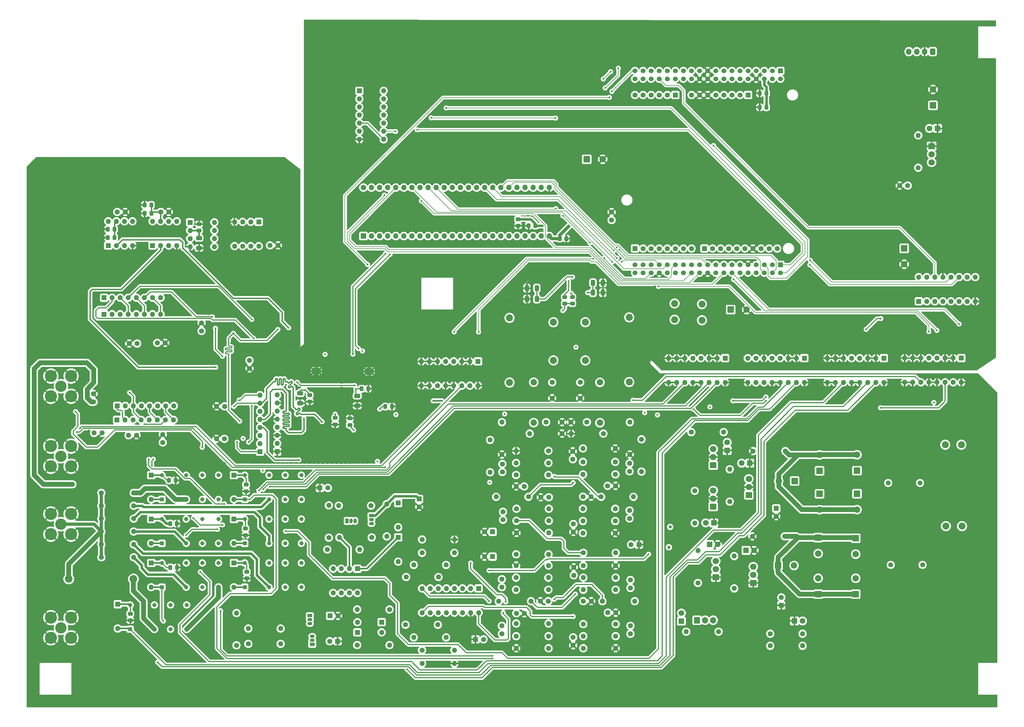
<source format=gbr>
%TF.GenerationSoftware,KiCad,Pcbnew,8.0.5*%
%TF.CreationDate,2024-12-06T02:00:11+01:00*%
%TF.ProjectId,ImpedanceAnalyzer,496d7065-6461-46e6-9365-416e616c797a,rev?*%
%TF.SameCoordinates,Original*%
%TF.FileFunction,Copper,L4,Bot*%
%TF.FilePolarity,Positive*%
%FSLAX46Y46*%
G04 Gerber Fmt 4.6, Leading zero omitted, Abs format (unit mm)*
G04 Created by KiCad (PCBNEW 8.0.5) date 2024-12-06 02:00:11*
%MOMM*%
%LPD*%
G01*
G04 APERTURE LIST*
G04 Aperture macros list*
%AMRoundRect*
0 Rectangle with rounded corners*
0 $1 Rounding radius*
0 $2 $3 $4 $5 $6 $7 $8 $9 X,Y pos of 4 corners*
0 Add a 4 corners polygon primitive as box body*
4,1,4,$2,$3,$4,$5,$6,$7,$8,$9,$2,$3,0*
0 Add four circle primitives for the rounded corners*
1,1,$1+$1,$2,$3*
1,1,$1+$1,$4,$5*
1,1,$1+$1,$6,$7*
1,1,$1+$1,$8,$9*
0 Add four rect primitives between the rounded corners*
20,1,$1+$1,$2,$3,$4,$5,0*
20,1,$1+$1,$4,$5,$6,$7,0*
20,1,$1+$1,$6,$7,$8,$9,0*
20,1,$1+$1,$8,$9,$2,$3,0*%
G04 Aperture macros list end*
%TA.AperFunction,ComponentPad*%
%ADD10R,2.000000X1.905000*%
%TD*%
%TA.AperFunction,ComponentPad*%
%ADD11O,2.000000X1.905000*%
%TD*%
%TA.AperFunction,ComponentPad*%
%ADD12R,1.600000X1.600000*%
%TD*%
%TA.AperFunction,ComponentPad*%
%ADD13O,1.600000X1.600000*%
%TD*%
%TA.AperFunction,ComponentPad*%
%ADD14C,1.600000*%
%TD*%
%TA.AperFunction,ComponentPad*%
%ADD15R,1.700000X1.700000*%
%TD*%
%TA.AperFunction,ComponentPad*%
%ADD16O,1.700000X1.700000*%
%TD*%
%TA.AperFunction,ComponentPad*%
%ADD17C,1.700000*%
%TD*%
%TA.AperFunction,ComponentPad*%
%ADD18R,2.000000X2.000000*%
%TD*%
%TA.AperFunction,ComponentPad*%
%ADD19C,2.000000*%
%TD*%
%TA.AperFunction,ComponentPad*%
%ADD20R,1.500000X1.050000*%
%TD*%
%TA.AperFunction,ComponentPad*%
%ADD21O,1.500000X1.050000*%
%TD*%
%TA.AperFunction,ComponentPad*%
%ADD22C,2.200000*%
%TD*%
%TA.AperFunction,ComponentPad*%
%ADD23O,2.200000X2.200000*%
%TD*%
%TA.AperFunction,ComponentPad*%
%ADD24C,0.500000*%
%TD*%
%TA.AperFunction,SMDPad,CuDef*%
%ADD25RoundRect,0.250001X0.999999X-0.499999X0.999999X0.499999X-0.999999X0.499999X-0.999999X-0.499999X0*%
%TD*%
%TA.AperFunction,ComponentPad*%
%ADD26C,3.556000*%
%TD*%
%TA.AperFunction,ComponentPad*%
%ADD27C,3.810000*%
%TD*%
%TA.AperFunction,ComponentPad*%
%ADD28R,1.800000X1.800000*%
%TD*%
%TA.AperFunction,ComponentPad*%
%ADD29C,1.800000*%
%TD*%
%TA.AperFunction,ComponentPad*%
%ADD30R,1.308000X1.308000*%
%TD*%
%TA.AperFunction,ComponentPad*%
%ADD31C,1.308000*%
%TD*%
%TA.AperFunction,ComponentPad*%
%ADD32O,2.000000X2.000000*%
%TD*%
%TA.AperFunction,ComponentPad*%
%ADD33R,1.605000X1.605000*%
%TD*%
%TA.AperFunction,ComponentPad*%
%ADD34C,1.605000*%
%TD*%
%TA.AperFunction,ComponentPad*%
%ADD35R,1.530000X1.530000*%
%TD*%
%TA.AperFunction,ComponentPad*%
%ADD36C,1.530000*%
%TD*%
%TA.AperFunction,ComponentPad*%
%ADD37C,1.550000*%
%TD*%
%TA.AperFunction,ComponentPad*%
%ADD38C,2.175000*%
%TD*%
%TA.AperFunction,ComponentPad*%
%ADD39R,1.050000X1.500000*%
%TD*%
%TA.AperFunction,ComponentPad*%
%ADD40O,1.050000X1.500000*%
%TD*%
%TA.AperFunction,ComponentPad*%
%ADD41R,1.905000X2.000000*%
%TD*%
%TA.AperFunction,ComponentPad*%
%ADD42O,1.905000X2.000000*%
%TD*%
%TA.AperFunction,ComponentPad*%
%ADD43C,2.400000*%
%TD*%
%TA.AperFunction,ComponentPad*%
%ADD44O,2.400000X2.400000*%
%TD*%
%TA.AperFunction,ComponentPad*%
%ADD45RoundRect,0.250000X0.600000X0.725000X-0.600000X0.725000X-0.600000X-0.725000X0.600000X-0.725000X0*%
%TD*%
%TA.AperFunction,ComponentPad*%
%ADD46O,1.700000X1.950000*%
%TD*%
%TA.AperFunction,SMDPad,CuDef*%
%ADD47RoundRect,0.250000X0.412500X0.650000X-0.412500X0.650000X-0.412500X-0.650000X0.412500X-0.650000X0*%
%TD*%
%TA.AperFunction,SMDPad,CuDef*%
%ADD48RoundRect,0.250000X-0.650000X0.412500X-0.650000X-0.412500X0.650000X-0.412500X0.650000X0.412500X0*%
%TD*%
%TA.AperFunction,SMDPad,CuDef*%
%ADD49RoundRect,0.250000X-0.412500X-0.650000X0.412500X-0.650000X0.412500X0.650000X-0.412500X0.650000X0*%
%TD*%
%TA.AperFunction,SMDPad,CuDef*%
%ADD50RoundRect,0.250000X0.337500X0.475000X-0.337500X0.475000X-0.337500X-0.475000X0.337500X-0.475000X0*%
%TD*%
%TA.AperFunction,SMDPad,CuDef*%
%ADD51RoundRect,0.250000X-0.475000X0.337500X-0.475000X-0.337500X0.475000X-0.337500X0.475000X0.337500X0*%
%TD*%
%TA.AperFunction,SMDPad,CuDef*%
%ADD52RoundRect,0.250000X-0.337500X-0.475000X0.337500X-0.475000X0.337500X0.475000X-0.337500X0.475000X0*%
%TD*%
%TA.AperFunction,SMDPad,CuDef*%
%ADD53RoundRect,0.250000X0.475000X-0.337500X0.475000X0.337500X-0.475000X0.337500X-0.475000X-0.337500X0*%
%TD*%
%TA.AperFunction,ViaPad*%
%ADD54C,0.600000*%
%TD*%
%TA.AperFunction,ViaPad*%
%ADD55C,1.000000*%
%TD*%
%TA.AperFunction,Conductor*%
%ADD56C,0.200000*%
%TD*%
%TA.AperFunction,Conductor*%
%ADD57C,0.300000*%
%TD*%
%TA.AperFunction,Conductor*%
%ADD58C,0.350000*%
%TD*%
%TA.AperFunction,Conductor*%
%ADD59C,0.800000*%
%TD*%
%TA.AperFunction,Conductor*%
%ADD60C,0.400000*%
%TD*%
%TA.AperFunction,Conductor*%
%ADD61C,0.375000*%
%TD*%
%TA.AperFunction,Conductor*%
%ADD62C,0.500000*%
%TD*%
%TA.AperFunction,Conductor*%
%ADD63C,1.500000*%
%TD*%
%TA.AperFunction,Conductor*%
%ADD64C,1.000000*%
%TD*%
G04 APERTURE END LIST*
D10*
%TO.P,U21,1,GND*%
%TO.N,GNDA*%
X305370000Y-82630000D03*
D11*
%TO.P,U21,2,VO*%
%TO.N,/Digital/+3V3*%
X305370000Y-85170000D03*
%TO.P,U21,3,VI*%
%TO.N,/+5V_MW*%
X305370000Y-87710000D03*
%TD*%
D12*
%TO.P,D9,1,K*%
%TO.N,/ADC Range/+12V*%
X86110000Y-186030000D03*
D13*
%TO.P,D9,2,A*%
%TO.N,Net-(D9-A)*%
X86110000Y-193650000D03*
%TD*%
D12*
%TO.P,D13,1,K*%
%TO.N,/ADC Range/+12V*%
X86110000Y-199830000D03*
D13*
%TO.P,D13,2,A*%
%TO.N,Net-(D13-A)*%
X86110000Y-207450000D03*
%TD*%
D14*
%TO.P,R18,1*%
%TO.N,Net-(D18-K)*%
X124830000Y-239440000D03*
D13*
%TO.P,R18,2*%
%TO.N,/ADC/-5V*%
X134990000Y-239440000D03*
%TD*%
D14*
%TO.P,C102,1*%
%TO.N,Net-(C102-Pad1)*%
X194930000Y-156860000D03*
%TO.P,C102,2*%
%TO.N,GNDA*%
X194930000Y-161860000D03*
%TD*%
%TO.P,R65,1*%
%TO.N,Net-(C112-Pad1)*%
X206070000Y-222040000D03*
D13*
%TO.P,R65,2*%
%TO.N,Net-(U14A-+)*%
X195910000Y-222040000D03*
%TD*%
D14*
%TO.P,R31,1*%
%TO.N,/ADC/+2V5*%
X254650000Y-235860000D03*
D13*
%TO.P,R31,2*%
%TO.N,Net-(D19-A)*%
X264810000Y-235860000D03*
%TD*%
D14*
%TO.P,R77,1*%
%TO.N,/DAC/DAC_P*%
X174830000Y-236640000D03*
D13*
%TO.P,R77,2*%
%TO.N,Net-(U14C--)*%
X184990000Y-236640000D03*
%TD*%
D14*
%TO.P,C110,1*%
%TO.N,GNDA*%
X198410000Y-225640000D03*
%TO.P,C110,2*%
%TO.N,Net-(U14A-+)*%
X195910000Y-225640000D03*
%TD*%
%TO.P,R32,1*%
%TO.N,GNDA*%
X249250000Y-178460000D03*
D13*
%TO.P,R32,2*%
%TO.N,Net-(C17-Pad2)*%
X259410000Y-178460000D03*
%TD*%
D15*
%TO.P,M1,1,PIO1*%
%TO.N,/ADC/ADC2SCK*%
X126810000Y-110880000D03*
D16*
%TO.P,M1,2,PIO2*%
%TO.N,/ADC/ADC2MISO*%
X129350000Y-110880000D03*
%TO.P,M1,3,PIO3*%
%TO.N,/ADC/ADCCNV*%
X131890000Y-110880000D03*
%TO.P,M1,4,PIO4*%
%TO.N,/ADC/ADC1SCK*%
X134430000Y-110880000D03*
%TO.P,M1,5,PIO5*%
%TO.N,/ADC/ADC1MISO*%
X136970000Y-110880000D03*
%TO.P,M1,6,PIO6*%
%TO.N,unconnected-(M1-PIO6-Pad6)*%
X139510000Y-110880000D03*
%TO.P,M1,7,PIO7*%
%TO.N,unconnected-(M1-PIO7-Pad7)*%
X142050000Y-110880000D03*
%TO.P,M1,8,PIO8*%
%TO.N,unconnected-(M1-PIO8-Pad8)*%
X144590000Y-110880000D03*
%TO.P,M1,9,PIO9*%
%TO.N,/DAC/CLK*%
X147130000Y-110880000D03*
%TO.P,M1,10,PIO10*%
%TO.N,/DAC/DB0*%
X149670000Y-110880000D03*
%TO.P,M1,11,PIO11*%
%TO.N,/DAC/DB1*%
X152210000Y-110880000D03*
%TO.P,M1,12,PIO12*%
%TO.N,/DAC/DB2*%
X154750000Y-110880000D03*
%TO.P,M1,13,PIO13*%
%TO.N,/DAC/DB3*%
X157290000Y-110880000D03*
%TO.P,M1,14,PIO14*%
%TO.N,/DAC/DB4*%
X159830000Y-110880000D03*
%TO.P,M1,15,AIN/NP15*%
%TO.N,unconnected-(M1-AIN{slash}NP15-Pad15)*%
X162370000Y-110880000D03*
%TO.P,M1,16,AIN/NP16*%
%TO.N,unconnected-(M1-AIN{slash}NP16-Pad16)*%
X164910000Y-110880000D03*
%TO.P,M1,17,PIO17*%
%TO.N,/DAC/DB5*%
X167450000Y-110880000D03*
%TO.P,M1,18,PIO18*%
%TO.N,/DAC/DB6*%
X169990000Y-110880000D03*
%TO.P,M1,19,PIO19*%
%TO.N,/DAC/DB7*%
X172530000Y-110880000D03*
%TO.P,M1,20,PIO20*%
%TO.N,/DAC/DB8*%
X175070000Y-110880000D03*
%TO.P,M1,21,PIO21*%
%TO.N,/DAC/DB9*%
X177610000Y-110880000D03*
%TO.P,M1,22,PIO22*%
%TO.N,/DAC/DB10*%
X180150000Y-110880000D03*
%TO.P,M1,23,PIO23*%
%TO.N,/DAC/DB11*%
X182690000Y-110880000D03*
%TO.P,M1,24,VU*%
%TO.N,/+5V_MW*%
X185230000Y-110880000D03*
%TO.P,M1,25,GND*%
%TO.N,GNDA*%
X185230000Y-95640000D03*
%TO.P,M1,26,PIO26*%
%TO.N,/DAC/DB14*%
X182690000Y-95640000D03*
%TO.P,M1,27,PIO27*%
%TO.N,/DAC/DB15*%
X180150000Y-95640000D03*
%TO.P,M1,28,PIO28*%
%TO.N,/DAC/DB13*%
X177610000Y-95640000D03*
%TO.P,M1,29,PIO29*%
%TO.N,/DAC/DB12*%
X175070000Y-95640000D03*
%TO.P,M1,30,PIO30*%
%TO.N,/Digital/DB15*%
X172530000Y-95640000D03*
%TO.P,M1,31,PIO31*%
%TO.N,/Digital/DB14*%
X169990000Y-95640000D03*
%TO.P,M1,32,PIO32*%
%TO.N,/Digital/DB13*%
X167450000Y-95640000D03*
%TO.P,M1,33,PIO33*%
%TO.N,/Digital/DB12*%
X164910000Y-95640000D03*
%TO.P,M1,34,PIO34*%
%TO.N,/Digital/DB11*%
X162370000Y-95640000D03*
%TO.P,M1,35,PIO35*%
%TO.N,/Digital/DB10*%
X159830000Y-95640000D03*
%TO.P,M1,36,PIO36*%
%TO.N,/Digital/DB9*%
X157290000Y-95640000D03*
%TO.P,M1,37,PIO37*%
%TO.N,/Digital/DB8*%
X154750000Y-95640000D03*
%TO.P,M1,38,PIO38*%
%TO.N,/Digital/DB7*%
X152210000Y-95640000D03*
%TO.P,M1,39,PIO39*%
%TO.N,/Digital/DB6*%
X149670000Y-95640000D03*
%TO.P,M1,40,PIO40*%
%TO.N,/Digital/DB5*%
X147130000Y-95640000D03*
%TO.P,M1,41,PIO41*%
%TO.N,/Digital/DB4*%
X144590000Y-95640000D03*
%TO.P,M1,42,PIO42*%
%TO.N,/Digital/DB3*%
X142050000Y-95640000D03*
%TO.P,M1,43,PIO43*%
%TO.N,/Digital/DB2*%
X139510000Y-95640000D03*
%TO.P,M1,44,PIO44*%
%TO.N,/Digital/DB1*%
X136970000Y-95640000D03*
%TO.P,M1,45,PIO45*%
%TO.N,/Digital/DB0*%
X134430000Y-95640000D03*
%TO.P,M1,46,PIO46*%
%TO.N,Net-(M1-PIO46)*%
X131890000Y-95640000D03*
%TO.P,M1,47,PIO47*%
%TO.N,Net-(M1-PIO47)*%
X129350000Y-95640000D03*
D17*
%TO.P,M1,48,PIO48*%
%TO.N,Net-(M1-PIO48)*%
X126810000Y-95640000D03*
%TD*%
D18*
%TO.P,C43,1*%
%TO.N,Net-(C20-Pad1)*%
X281530000Y-205860000D03*
D19*
%TO.P,C43,2*%
%TO.N,Net-(U19-VI)*%
X281530000Y-210860000D03*
%TD*%
D14*
%TO.P,R43,1*%
%TO.N,GNDA*%
X210530000Y-179540000D03*
D13*
%TO.P,R43,2*%
%TO.N,Net-(C96-Pad2)*%
X210530000Y-169380000D03*
%TD*%
D12*
%TO.P,R27,1*%
%TO.N,GNDA*%
X99720000Y-178610000D03*
D13*
%TO.P,R27,2*%
%TO.N,Net-(U9A--)*%
X99720000Y-176070000D03*
%TO.P,R27,3*%
%TO.N,GNDA*%
X99720000Y-173530000D03*
%TO.P,R27,4*%
%TO.N,Net-(U9B--)*%
X99720000Y-170990000D03*
%TO.P,R27,5*%
%TO.N,GNDA*%
X99720000Y-168450000D03*
%TO.P,R27,6*%
%TO.N,Net-(U9C--)*%
X99720000Y-165910000D03*
%TO.P,R27,7*%
%TO.N,GNDA*%
X99720000Y-163370000D03*
%TO.P,R27,8*%
%TO.N,Net-(U9D--)*%
X99720000Y-160830000D03*
%TD*%
D12*
%TO.P,R25,1*%
%TO.N,Net-(C200-Pad1)*%
X49440000Y-164250000D03*
D13*
%TO.P,R25,2*%
%TO.N,Net-(U11A-+)*%
X51980000Y-164250000D03*
%TO.P,R25,3*%
%TO.N,Net-(C199-Pad1)*%
X54520000Y-164250000D03*
%TO.P,R25,4*%
%TO.N,Net-(U11B-+)*%
X57060000Y-164250000D03*
%TO.P,R25,5*%
%TO.N,Net-(C201-Pad1)*%
X59600000Y-164250000D03*
%TO.P,R25,6*%
%TO.N,Net-(U11C-+)*%
X62140000Y-164250000D03*
%TO.P,R25,7*%
%TO.N,Net-(C202-Pad1)*%
X64680000Y-164250000D03*
%TO.P,R25,8*%
%TO.N,Net-(U11D-+)*%
X67220000Y-164250000D03*
%TD*%
D14*
%TO.P,R79,1*%
%TO.N,/ADC Range/+12V*%
X241930000Y-194340000D03*
D13*
%TO.P,R79,2*%
%TO.N,Net-(D1-A)*%
X241930000Y-184180000D03*
%TD*%
D18*
%TO.P,C45,1*%
%TO.N,Net-(C20-Pad1)*%
X269730000Y-205660000D03*
D19*
%TO.P,C45,2*%
%TO.N,Net-(U19-VI)*%
X269730000Y-210660000D03*
%TD*%
D14*
%TO.P,R28,1*%
%TO.N,Net-(U34B--)*%
X90630000Y-239040000D03*
D13*
%TO.P,R28,2*%
%TO.N,Net-(Q4-E)*%
X100790000Y-239040000D03*
%TD*%
D14*
%TO.P,C123,1*%
%TO.N,GNDA*%
X192790000Y-203890000D03*
%TO.P,C123,2*%
%TO.N,/ADC/-5V*%
X192790000Y-201390000D03*
%TD*%
D20*
%TO.P,Q4,1,C*%
%TO.N,/ADC/-5V*%
X110710000Y-239240000D03*
D21*
%TO.P,Q4,2,B*%
%TO.N,Net-(D18-K)*%
X110710000Y-237970000D03*
%TO.P,Q4,3,E*%
%TO.N,Net-(Q4-E)*%
X110710000Y-236700000D03*
%TD*%
D14*
%TO.P,C74,1*%
%TO.N,/ADC/+5V*%
X63150000Y-103290000D03*
%TO.P,C74,2*%
%TO.N,GNDA*%
X65650000Y-103290000D03*
%TD*%
%TO.P,R49,1*%
%TO.N,GNDA*%
X205950000Y-177640000D03*
D13*
%TO.P,R49,2*%
%TO.N,Net-(U17A--)*%
X195790000Y-177640000D03*
%TD*%
D14*
%TO.P,R61,1*%
%TO.N,Net-(C108-Pad2)*%
X174910000Y-200377500D03*
D13*
%TO.P,R61,2*%
%TO.N,Net-(U17C--)*%
X185070000Y-200377500D03*
%TD*%
D14*
%TO.P,R51,1*%
%TO.N,Net-(C100-Pad2)*%
X205950000Y-181840000D03*
D13*
%TO.P,R51,2*%
%TO.N,Net-(U17A--)*%
X195790000Y-181840000D03*
%TD*%
D22*
%TO.P,L3,2,1*%
%TO.N,/DAC/VOUT+*%
X196530000Y-137960000D03*
%TO.P,L3,4,2*%
%TO.N,/DAC/VOUT-*%
X186530000Y-137960000D03*
%TO.P,L3,7,4*%
%TO.N,Net-(L3-4)*%
X186530000Y-149960000D03*
%TO.P,L3,9,3*%
%TO.N,Net-(L3-3)*%
X196530000Y-149960000D03*
%TD*%
D14*
%TO.P,R47,1*%
%TO.N,Net-(C100-Pad1)*%
X206000000Y-185777500D03*
D13*
%TO.P,R47,2*%
%TO.N,Net-(U17A-+)*%
X195840000Y-185777500D03*
%TD*%
D12*
%TO.P,D17,1,K*%
%TO.N,Net-(D17-K)*%
X132520000Y-232240000D03*
D13*
%TO.P,D17,2,A*%
%TO.N,Net-(D17-A)*%
X124900000Y-232240000D03*
%TD*%
D14*
%TO.P,C108,1*%
%TO.N,Net-(C108-Pad1)*%
X170670000Y-197527500D03*
%TO.P,C108,2*%
%TO.N,Net-(C108-Pad2)*%
X170670000Y-200027500D03*
%TD*%
D22*
%TO.P,L5,1,1*%
%TO.N,Net-(L3-4)*%
X172730000Y-136600000D03*
D23*
%TO.P,L5,2,2*%
%TO.N,Net-(C103-Pad2)*%
X172730000Y-156920000D03*
%TD*%
D24*
%TO.P,U2,17,GND*%
%TO.N,GNDA*%
X111005000Y-153825000D03*
X112005000Y-153825000D03*
X113005000Y-153825000D03*
D25*
X112005000Y-153325000D03*
D24*
X111005000Y-152825000D03*
X112005000Y-152825000D03*
X113005000Y-152825000D03*
%TD*%
D12*
%TO.P,U7,1,NC*%
%TO.N,unconnected-(U7B-NC-Pad1)*%
X60530000Y-113860000D03*
D13*
%TO.P,U7,2,-*%
%TO.N,Net-(U7A--)*%
X63070000Y-113860000D03*
%TO.P,U7,3,+*%
%TO.N,Net-(U5A-+)*%
X65610000Y-113860000D03*
%TO.P,U7,4,V-*%
%TO.N,GNDA*%
X68150000Y-113860000D03*
%TO.P,U7,5,NC*%
%TO.N,unconnected-(U7B-NC-Pad5)*%
X68150000Y-106240000D03*
%TO.P,U7,6*%
%TO.N,Net-(U7A--)*%
X65610000Y-106240000D03*
%TO.P,U7,7,V+*%
%TO.N,/ADC/+5V*%
X63070000Y-106240000D03*
%TO.P,U7,8,NC*%
%TO.N,unconnected-(U7B-NC-Pad8)*%
X60530000Y-106240000D03*
%TD*%
D14*
%TO.P,C104,1*%
%TO.N,Net-(C104-Pad1)*%
X197030000Y-169360000D03*
%TO.P,C104,2*%
%TO.N,GNDA*%
X192030000Y-169360000D03*
%TD*%
D12*
%TO.P,U5,1,NC*%
%TO.N,unconnected-(U5B-NC-Pad1)*%
X46610000Y-113860000D03*
D13*
%TO.P,U5,2,-*%
%TO.N,Net-(U5A--)*%
X49150000Y-113860000D03*
%TO.P,U5,3,+*%
%TO.N,Net-(U5A-+)*%
X51690000Y-113860000D03*
%TO.P,U5,4,V-*%
%TO.N,GNDA*%
X54230000Y-113860000D03*
%TO.P,U5,5,NC*%
%TO.N,unconnected-(U5B-NC-Pad5)*%
X54230000Y-106240000D03*
%TO.P,U5,6*%
%TO.N,Net-(U5A--)*%
X51690000Y-106240000D03*
%TO.P,U5,7,V+*%
%TO.N,/ADC/+5V*%
X49150000Y-106240000D03*
%TO.P,U5,8,NC*%
%TO.N,unconnected-(U5B-NC-Pad8)*%
X46610000Y-106240000D03*
%TD*%
D14*
%TO.P,R50,1*%
%TO.N,Net-(U17B--)*%
X184950000Y-178377500D03*
D13*
%TO.P,R50,2*%
%TO.N,GNDA*%
X174790000Y-178377500D03*
%TD*%
D26*
%TO.P,J6,1,In*%
%TO.N,/ADC Range/DUT_H_POT*%
X31745000Y-180075000D03*
D27*
%TO.P,J6,2,Ext*%
%TO.N,GNDA*%
X34920000Y-183250000D03*
X34920000Y-176900000D03*
X28570000Y-183250000D03*
X28570000Y-176900000D03*
%TD*%
D28*
%TO.P,D3,1,K*%
%TO.N,GNDA*%
X236930000Y-201027677D03*
D29*
%TO.P,D3,2,A*%
%TO.N,Net-(D3-A)*%
X234390000Y-201027677D03*
%TD*%
D30*
%TO.P,K4,1*%
%TO.N,Net-(D9-A)*%
X89510000Y-193660000D03*
D31*
%TO.P,K4,4*%
%TO.N,Net-(K4-Pad4)*%
X97130000Y-193660000D03*
%TO.P,K4,6*%
%TO.N,unconnected-(K4-Pad6)*%
X102210000Y-193660000D03*
%TO.P,K4,8*%
%TO.N,/ADC Range/DUT_I_SENSE_+*%
X107290000Y-193660000D03*
%TO.P,K4,9*%
%TO.N,unconnected-(K4-Pad9)*%
X107290000Y-186040000D03*
%TO.P,K4,11*%
%TO.N,unconnected-(K4-Pad11)*%
X102210000Y-186040000D03*
%TO.P,K4,13*%
%TO.N,unconnected-(K4-Pad13)*%
X97130000Y-186040000D03*
%TO.P,K4,16*%
%TO.N,/ADC Range/+12V*%
X89510000Y-186040000D03*
%TD*%
D28*
%TO.P,D6,1,K*%
%TO.N,Net-(D6-K)*%
X247055000Y-209660000D03*
D29*
%TO.P,D6,2,A*%
%TO.N,GNDA*%
X249595000Y-209660000D03*
%TD*%
D14*
%TO.P,R57,1*%
%TO.N,GNDA*%
X174910000Y-204177500D03*
D13*
%TO.P,R57,2*%
%TO.N,Net-(U17C--)*%
X185070000Y-204177500D03*
%TD*%
D14*
%TO.P,C172,1*%
%TO.N,/ADC Range/+12V*%
X63750000Y-175750000D03*
%TO.P,C172,2*%
%TO.N,GNDA*%
X63750000Y-173250000D03*
%TD*%
D12*
%TO.P,D15,1,K*%
%TO.N,/ADC Range/+12V*%
X86110000Y-213630000D03*
D13*
%TO.P,D15,2,A*%
%TO.N,Net-(D15-A)*%
X86110000Y-221250000D03*
%TD*%
D14*
%TO.P,R58,1*%
%TO.N,GNDA*%
X205950000Y-204240000D03*
D13*
%TO.P,R58,2*%
%TO.N,Net-(U17D--)*%
X195790000Y-204240000D03*
%TD*%
D19*
%TO.P,C132,2*%
%TO.N,GNDA*%
X296750000Y-119750000D03*
D18*
%TO.P,C132,1*%
%TO.N,/+5V_MW*%
X296750000Y-114750000D03*
%TD*%
D30*
%TO.P,K5,1*%
%TO.N,Net-(D10-A)*%
X63490000Y-193650000D03*
D31*
%TO.P,K5,4*%
%TO.N,Net-(K5-Pad4)*%
X71110000Y-193650000D03*
%TO.P,K5,6*%
%TO.N,unconnected-(K5-Pad6)*%
X76190000Y-193650000D03*
%TO.P,K5,8*%
%TO.N,/ADC Range/DUT_I_SENSE_+*%
X81270000Y-193650000D03*
%TO.P,K5,9*%
%TO.N,unconnected-(K5-Pad9)*%
X81270000Y-186030000D03*
%TO.P,K5,11*%
%TO.N,unconnected-(K5-Pad11)*%
X76190000Y-186030000D03*
%TO.P,K5,13*%
%TO.N,unconnected-(K5-Pad13)*%
X71110000Y-186030000D03*
%TO.P,K5,16*%
%TO.N,/ADC Range/+12V*%
X63490000Y-186030000D03*
%TD*%
D20*
%TO.P,Q1,1,C*%
%TO.N,/ADC/+5V*%
X129327500Y-198732500D03*
D21*
%TO.P,Q1,2,B*%
%TO.N,Net-(D12-A)*%
X129327500Y-200002500D03*
%TO.P,Q1,3,E*%
%TO.N,Net-(Q1-E)*%
X129327500Y-201272500D03*
%TD*%
D14*
%TO.P,R116,1*%
%TO.N,Net-(U32A-S2B)*%
X152790000Y-237040000D03*
D13*
%TO.P,R116,2*%
%TO.N,/DAC Power Amp/DAC_RANGED_-*%
X142630000Y-237040000D03*
%TD*%
D12*
%TO.P,C124,1*%
%TO.N,/ADC/+5V*%
X167372380Y-211640000D03*
D14*
%TO.P,C124,2*%
%TO.N,GNDA*%
X164872380Y-211640000D03*
%TD*%
D18*
%TO.P,C20,1*%
%TO.N,Net-(C20-Pad1)*%
X257130000Y-214427677D03*
D19*
%TO.P,C20,2*%
%TO.N,Net-(U19-VI)*%
X262130000Y-214427677D03*
%TD*%
D14*
%TO.P,R53,1*%
%TO.N,Net-(C100-Pad2)*%
X178670000Y-192840000D03*
D13*
%TO.P,R53,2*%
%TO.N,Net-(C108-Pad1)*%
X168510000Y-192840000D03*
%TD*%
D12*
%TO.P,U15,1*%
%TO.N,/Digital/BUS_IX*%
X125530000Y-65235000D03*
D13*
%TO.P,U15,2*%
%TO.N,Net-(U15-Pad2)*%
X125530000Y-67775000D03*
%TO.P,U15,3*%
X125530000Y-70315000D03*
%TO.P,U15,4*%
%TO.N,Net-(M1-PIO48)*%
X125530000Y-72855000D03*
%TO.P,U15,5*%
%TO.N,Net-(U15-Pad5)*%
X125530000Y-75395000D03*
%TO.P,U15,6*%
%TO.N,Net-(M1-PIO47)*%
X125530000Y-77935000D03*
%TO.P,U15,7,GND*%
%TO.N,GNDA*%
X125530000Y-80475000D03*
%TO.P,U15,8*%
%TO.N,Net-(U15-Pad5)*%
X133150000Y-80475000D03*
%TO.P,U15,9*%
%TO.N,/Digital/BUS_CLK*%
X133150000Y-77935000D03*
%TO.P,U15,10*%
%TO.N,Net-(M1-PIO46)*%
X133150000Y-75395000D03*
%TO.P,U15,11*%
%TO.N,Net-(U15-Pad11)*%
X133150000Y-72855000D03*
%TO.P,U15,12*%
X133150000Y-70315000D03*
%TO.P,U15,13*%
%TO.N,/Digital/BUS_R{slash}~{W}*%
X133150000Y-67775000D03*
%TO.P,U15,14,VCC*%
%TO.N,/Digital/+3V3*%
X133150000Y-65235000D03*
%TD*%
D14*
%TO.P,R_R106,1*%
%TO.N,/ADC Range/DUT_I_SENSE_-*%
X44440000Y-191600000D03*
D13*
%TO.P,R_R106,2*%
%TO.N,Net-(K5-Pad4)*%
X54600000Y-191600000D03*
%TD*%
D14*
%TO.P,R75,1*%
%TO.N,GNDA*%
X174830000Y-240440000D03*
D13*
%TO.P,R75,2*%
%TO.N,Net-(U14C--)*%
X184990000Y-240440000D03*
%TD*%
D14*
%TO.P,C101,1*%
%TO.N,Net-(C101-Pad1)*%
X170470000Y-185027500D03*
%TO.P,C101,2*%
%TO.N,Net-(C101-Pad2)*%
X170470000Y-182527500D03*
%TD*%
D26*
%TO.P,J7,1,In*%
%TO.N,/ADC Range/DUT_L_POT*%
X31745000Y-158075000D03*
D27*
%TO.P,J7,2,Ext*%
%TO.N,GNDA*%
X34920000Y-161250000D03*
X34920000Y-154900000D03*
X28570000Y-161250000D03*
X28570000Y-154900000D03*
%TD*%
D14*
%TO.P,C112,1*%
%TO.N,Net-(C112-Pad1)*%
X210710000Y-221490000D03*
%TO.P,C112,2*%
%TO.N,Net-(C112-Pad2)*%
X210710000Y-218990000D03*
%TD*%
%TO.P,C116,1*%
%TO.N,Net-(C116-Pad1)*%
X170310000Y-233390000D03*
%TO.P,C116,2*%
%TO.N,/DAC/DAC_P*%
X170310000Y-235890000D03*
%TD*%
%TO.P,C163,1*%
%TO.N,/ADC Range/-12V*%
X42000000Y-163000000D03*
%TO.P,C163,2*%
%TO.N,GNDA*%
X42000000Y-160500000D03*
%TD*%
%TO.P,C137,1*%
%TO.N,/+5V_MW*%
X204800000Y-105850000D03*
%TO.P,C137,2*%
%TO.N,GNDA*%
X204800000Y-103350000D03*
%TD*%
D28*
%TO.P,D19,1,K*%
%TO.N,GNDA*%
X262255000Y-231860000D03*
D29*
%TO.P,D19,2,A*%
%TO.N,Net-(D19-A)*%
X264795000Y-231860000D03*
%TD*%
D14*
%TO.P,R81,1*%
%TO.N,/ADC/+6V*%
X230930000Y-190947677D03*
D13*
%TO.P,R81,2*%
%TO.N,Net-(D3-A)*%
X230930000Y-201107677D03*
%TD*%
D12*
%TO.P,D10,1,K*%
%TO.N,/ADC Range/+12V*%
X60110000Y-186030000D03*
D13*
%TO.P,D10,2,A*%
%TO.N,Net-(D10-A)*%
X60110000Y-193650000D03*
%TD*%
D18*
%TO.P,C144,1*%
%TO.N,/+5V_MW*%
X197000000Y-86750000D03*
D19*
%TO.P,C144,2*%
%TO.N,GNDA*%
X202000000Y-86750000D03*
%TD*%
D12*
%TO.P,D16,1,K*%
%TO.N,Net-(D16-K)*%
X137727500Y-194782500D03*
D13*
%TO.P,D16,2,A*%
%TO.N,Net-(D12-K)*%
X137727500Y-202402500D03*
%TD*%
D12*
%TO.P,C118,1*%
%TO.N,/ADC/+5V*%
X167390000Y-203840000D03*
D14*
%TO.P,C118,2*%
%TO.N,GNDA*%
X164890000Y-203840000D03*
%TD*%
D28*
%TO.P,D1,1,K*%
%TO.N,GNDA*%
X248205000Y-182260000D03*
D29*
%TO.P,D1,2,A*%
%TO.N,Net-(D1-A)*%
X245665000Y-182260000D03*
%TD*%
D14*
%TO.P,R112,1*%
%TO.N,Net-(U32A-S2A)*%
X152790000Y-214240000D03*
D13*
%TO.P,R112,2*%
%TO.N,/DAC Power Amp/DAC_RANGED_+*%
X142630000Y-214240000D03*
%TD*%
D19*
%TO.P,L6,1,1*%
%TO.N,Net-(C102-Pad1)*%
X201130000Y-156860000D03*
D32*
%TO.P,L6,2,2*%
%TO.N,Net-(C104-Pad1)*%
X201130000Y-169560000D03*
%TD*%
D14*
%TO.P,R62,1*%
%TO.N,Net-(C109-Pad2)*%
X205950000Y-200440000D03*
D13*
%TO.P,R62,2*%
%TO.N,Net-(U17D--)*%
X195790000Y-200440000D03*
%TD*%
D33*
%TO.P,U10,CN5_1,D8*%
%TO.N,unconnected-(U10F-D8-PadCN5_1)*%
X233980000Y-114800000D03*
D34*
%TO.P,U10,CN5_2,D9*%
%TO.N,unconnected-(U10F-D9-PadCN5_2)*%
X236520000Y-114800000D03*
%TO.P,U10,CN5_3,D10*%
%TO.N,unconnected-(U10F-D10-PadCN5_3)*%
X239060000Y-114800000D03*
%TO.P,U10,CN5_4,D11*%
%TO.N,unconnected-(U10F-D11-PadCN5_4)*%
X241600000Y-114800000D03*
%TO.P,U10,CN5_5,D12*%
%TO.N,unconnected-(U10F-D12-PadCN5_5)*%
X244140000Y-114800000D03*
%TO.P,U10,CN5_6,D13*%
%TO.N,unconnected-(U10F-D13-PadCN5_6)*%
X246680000Y-114800000D03*
%TO.P,U10,CN5_7,CN5_GND*%
%TO.N,GNDA*%
X249220000Y-114800000D03*
%TO.P,U10,CN5_8,AREF*%
%TO.N,unconnected-(U10F-AREF-PadCN5_8)*%
X251760000Y-114800000D03*
%TO.P,U10,CN5_9,D14*%
%TO.N,unconnected-(U10F-D14-PadCN5_9)*%
X254300000Y-114800000D03*
%TO.P,U10,CN5_10,D15*%
%TO.N,unconnected-(U10F-D15-PadCN5_10)*%
X256840000Y-114800000D03*
D33*
%TO.P,U10,CN6_1,NC*%
%TO.N,unconnected-(U10C-NC-PadCN6_1)*%
X247700000Y-66540000D03*
D34*
%TO.P,U10,CN6_2,CN6_IOREF*%
%TO.N,unconnected-(U10C-CN6_IOREF-PadCN6_2)*%
X245160000Y-66540000D03*
%TO.P,U10,CN6_3,CN6_RESET*%
%TO.N,unconnected-(U10C-CN6_RESET-PadCN6_3)*%
X242620000Y-66540000D03*
%TO.P,U10,CN6_4,CN6_+3V3*%
%TO.N,unconnected-(U10C-CN6_+3V3-PadCN6_4)*%
X240080000Y-66540000D03*
%TO.P,U10,CN6_5,CN6_+5V*%
%TO.N,unconnected-(U10C-CN6_+5V-PadCN6_5)*%
X237540000Y-66540000D03*
%TO.P,U10,CN6_6,CN6_GND*%
%TO.N,GNDA*%
X235000000Y-66540000D03*
%TO.P,U10,CN6_7,CN6_GND*%
X232460000Y-66540000D03*
%TO.P,U10,CN6_8,CN6_VIN*%
%TO.N,unconnected-(U10C-CN6_VIN-PadCN6_8)*%
X229920000Y-66540000D03*
D35*
%TO.P,U10,CN7_1,PC10*%
%TO.N,unconnected-(U10A-PC10-PadCN7_1)*%
X257860000Y-58920000D03*
D36*
%TO.P,U10,CN7_2,PC11*%
%TO.N,unconnected-(U10A-PC11-PadCN7_2)*%
X257860000Y-61460000D03*
%TO.P,U10,CN7_3,PC12*%
%TO.N,/TX*%
X255320000Y-58920000D03*
%TO.P,U10,CN7_4,PD2*%
%TO.N,/RX*%
X255320000Y-61460000D03*
%TO.P,U10,CN7_5,VDD*%
%TO.N,unconnected-(U10A-VDD-PadCN7_5)*%
X252780000Y-58920000D03*
%TO.P,U10,CN7_6,E5V*%
%TO.N,/+5V_MW*%
X252780000Y-61460000D03*
%TO.P,U10,CN7_7,BOOT0*%
%TO.N,unconnected-(U10A-BOOT0-PadCN7_7)*%
X250240000Y-58920000D03*
%TO.P,U10,CN7_8,CN7_GND*%
%TO.N,GNDA*%
X250240000Y-61460000D03*
%TO.P,U10,CN7_9,PF6*%
%TO.N,unconnected-(U10A-PF6-PadCN7_9)*%
X247700000Y-58920000D03*
%TO.P,U10,CN7_10,NC*%
%TO.N,unconnected-(U10A-NC-PadCN7_10)*%
X247700000Y-61460000D03*
%TO.P,U10,CN7_11,PF7*%
%TO.N,unconnected-(U10A-PF7-PadCN7_11)*%
X245160000Y-58920000D03*
%TO.P,U10,CN7_12,CN7_IOREF*%
%TO.N,unconnected-(U10A-CN7_IOREF-PadCN7_12)*%
X245160000Y-61460000D03*
%TO.P,U10,CN7_13,PA13*%
%TO.N,unconnected-(U10A-PA13-PadCN7_13)*%
X242620000Y-58920000D03*
%TO.P,U10,CN7_14,CN7_RESET*%
%TO.N,unconnected-(U10A-CN7_RESET-PadCN7_14)*%
X242620000Y-61460000D03*
%TO.P,U10,CN7_15,PA14*%
%TO.N,unconnected-(U10A-PA14-PadCN7_15)*%
X240080000Y-58920000D03*
%TO.P,U10,CN7_16,CN7_+3V3*%
%TO.N,unconnected-(U10A-CN7_+3V3-PadCN7_16)*%
X240080000Y-61460000D03*
%TO.P,U10,CN7_17,PA15*%
%TO.N,unconnected-(U10A-PA15-PadCN7_17)*%
X237540000Y-58920000D03*
%TO.P,U10,CN7_18,CN7_+5V*%
%TO.N,unconnected-(U10A-CN7_+5V-PadCN7_18)*%
X237540000Y-61460000D03*
%TO.P,U10,CN7_19,CN7_GND*%
%TO.N,GNDA*%
X235000000Y-58920000D03*
%TO.P,U10,CN7_20,CN7_GND*%
X235000000Y-61460000D03*
%TO.P,U10,CN7_21,PB7*%
%TO.N,/Digital/DB7*%
X232460000Y-58920000D03*
%TO.P,U10,CN7_22,CN7_GND*%
%TO.N,GNDA*%
X232460000Y-61460000D03*
%TO.P,U10,CN7_23,PC13*%
%TO.N,unconnected-(U10A-PC13-PadCN7_23)*%
X229920000Y-58920000D03*
%TO.P,U10,CN7_24,CN7_VIN*%
%TO.N,unconnected-(U10A-CN7_VIN-PadCN7_24)*%
X229920000Y-61460000D03*
%TO.P,U10,CN7_25,PC14*%
%TO.N,unconnected-(U10A-PC14-PadCN7_25)*%
X227380000Y-58920000D03*
%TO.P,U10,CN7_26,NC*%
%TO.N,unconnected-(U10A-NC-PadCN7_26)*%
X227380000Y-61460000D03*
%TO.P,U10,CN7_27,PC15*%
%TO.N,unconnected-(U10A-PC15-PadCN7_27)*%
X224840000Y-58920000D03*
%TO.P,U10,CN7_28,PA0*%
%TO.N,unconnected-(U10A-PA0-PadCN7_28)*%
X224840000Y-61460000D03*
%TO.P,U10,CN7_29,PH0*%
%TO.N,unconnected-(U10A-PH0-PadCN7_29)*%
X222300000Y-58920000D03*
%TO.P,U10,CN7_30,PA1*%
%TO.N,/ADC Range/V_PGA_A0*%
X222300000Y-61460000D03*
%TO.P,U10,CN7_31,PH1*%
%TO.N,unconnected-(U10A-PH1-PadCN7_31)*%
X219760000Y-58920000D03*
%TO.P,U10,CN7_32,PA4*%
%TO.N,/Digital/SER_DATA*%
X219760000Y-61460000D03*
%TO.P,U10,CN7_33,VBAT*%
%TO.N,unconnected-(U10A-VBAT-PadCN7_33)*%
X217220000Y-58920000D03*
%TO.P,U10,CN7_34,PB0*%
%TO.N,/Digital/DB0*%
X217220000Y-61460000D03*
%TO.P,U10,CN7_35,PC2*%
%TO.N,/Digital/DB10*%
X214680000Y-58920000D03*
%TO.P,U10,CN7_36,PC1/PB9*%
%TO.N,/Digital/DB9*%
X214680000Y-61460000D03*
%TO.P,U10,CN7_37,PC3*%
%TO.N,/Digital/DB11*%
X212140000Y-58920000D03*
%TO.P,U10,CN7_38,PC0/PB8*%
%TO.N,/Digital/DB8*%
X212140000Y-61460000D03*
D33*
%TO.P,U10,CN8_1,A0*%
%TO.N,unconnected-(U10E-A0-PadCN8_1)*%
X224840000Y-66540000D03*
D34*
%TO.P,U10,CN8_2,A1*%
%TO.N,unconnected-(U10E-A1-PadCN8_2)*%
X222300000Y-66540000D03*
%TO.P,U10,CN8_3,A2*%
%TO.N,unconnected-(U10E-A2-PadCN8_3)*%
X219760000Y-66540000D03*
%TO.P,U10,CN8_4,A3*%
%TO.N,unconnected-(U10E-A3-PadCN8_4)*%
X217220000Y-66540000D03*
%TO.P,U10,CN8_5,A4*%
%TO.N,unconnected-(U10E-A4-PadCN8_5)*%
X214680000Y-66540000D03*
%TO.P,U10,CN8_6,A5*%
%TO.N,unconnected-(U10E-A5-PadCN8_6)*%
X212140000Y-66540000D03*
D33*
%TO.P,U10,CN9_1,D0*%
%TO.N,unconnected-(U10D-D0-PadCN9_1)*%
X212140000Y-114800000D03*
D34*
%TO.P,U10,CN9_2,D1*%
%TO.N,unconnected-(U10D-D1-PadCN9_2)*%
X214680000Y-114800000D03*
%TO.P,U10,CN9_3,D2*%
%TO.N,unconnected-(U10D-D2-PadCN9_3)*%
X217220000Y-114800000D03*
%TO.P,U10,CN9_4,D3*%
%TO.N,unconnected-(U10D-D3-PadCN9_4)*%
X219760000Y-114800000D03*
%TO.P,U10,CN9_5,D4*%
%TO.N,unconnected-(U10D-D4-PadCN9_5)*%
X222300000Y-114800000D03*
%TO.P,U10,CN9_6,D5*%
%TO.N,unconnected-(U10D-D5-PadCN9_6)*%
X224840000Y-114800000D03*
%TO.P,U10,CN9_7,D6*%
%TO.N,unconnected-(U10D-D6-PadCN9_7)*%
X227380000Y-114800000D03*
%TO.P,U10,CN9_8,D7*%
%TO.N,unconnected-(U10D-D7-PadCN9_8)*%
X229920000Y-114800000D03*
D35*
%TO.P,U10,CN10_1,PC9*%
%TO.N,/Digital/BUS_CLK*%
X257860000Y-119880000D03*
D36*
%TO.P,U10,CN10_2,PC8*%
%TO.N,/Digital/BUS_IX*%
X257860000Y-122420000D03*
%TO.P,U10,CN10_3,PB8*%
%TO.N,unconnected-(U10B-PB8-PadCN10_3)*%
X255320000Y-119880000D03*
%TO.P,U10,CN10_4,PC6*%
%TO.N,/Digital/DB14*%
X255320000Y-122420000D03*
%TO.P,U10,CN10_5,PB9*%
%TO.N,/Digital/BUS_R{slash}~{W}*%
X252780000Y-119880000D03*
%TO.P,U10,CN10_6,PC5*%
%TO.N,/Digital/DB13*%
X252780000Y-122420000D03*
%TO.P,U10,CN10_7,AVDD*%
%TO.N,unconnected-(U10B-AVDD-PadCN10_7)*%
X250240000Y-119880000D03*
%TO.P,U10,CN10_8,U5V*%
%TO.N,unconnected-(U10B-U5V-PadCN10_8)*%
X250240000Y-122420000D03*
%TO.P,U10,CN10_9,CN10_GND*%
%TO.N,GNDA*%
X247700000Y-119880000D03*
%TO.P,U10,CN10_10,NC*%
%TO.N,unconnected-(U10B-NC-PadCN10_10)*%
X247700000Y-122420000D03*
%TO.P,U10,CN10_11,PA5*%
%TO.N,unconnected-(U10B-PA5-PadCN10_11)*%
X245160000Y-119880000D03*
%TO.P,U10,CN10_12,PA12*%
%TO.N,unconnected-(U10B-PA12-PadCN10_12)*%
X245160000Y-122420000D03*
%TO.P,U10,CN10_13,PA6*%
%TO.N,/Digital/SER_CLK*%
X242620000Y-119880000D03*
%TO.P,U10,CN10_14,PA11*%
%TO.N,/DRE*%
X242620000Y-122420000D03*
%TO.P,U10,CN10_15,PA7*%
%TO.N,/Digital/SER_LATCH*%
X240080000Y-119880000D03*
%TO.P,U10,CN10_16,PB12*%
%TO.N,/ADC Range/V_PGA_A2*%
X240080000Y-122420000D03*
%TO.P,U10,CN10_17,PB6*%
%TO.N,/Digital/DB6*%
X237540000Y-119880000D03*
%TO.P,U10,CN10_18,NC*%
%TO.N,unconnected-(U10B-NC-PadCN10_18)*%
X237540000Y-122420000D03*
%TO.P,U10,CN10_19,PC7*%
%TO.N,/Digital/DB15*%
X235000000Y-119880000D03*
%TO.P,U10,CN10_20,CN10_GND*%
%TO.N,GNDA*%
X235000000Y-122420000D03*
%TO.P,U10,CN10_21,PA9*%
%TO.N,/DRA0*%
X232460000Y-119880000D03*
%TO.P,U10,CN10_22,PB2*%
%TO.N,/Digital/DB2*%
X232460000Y-122420000D03*
%TO.P,U10,CN10_23,PA8*%
%TO.N,unconnected-(U10B-PA8-PadCN10_23)*%
X229920000Y-119880000D03*
%TO.P,U10,CN10_24,PB1*%
%TO.N,/Digital/DB1*%
X229920000Y-122420000D03*
%TO.P,U10,CN10_25,PB10*%
%TO.N,/ADC Range/V_PGA_A1*%
X227380000Y-119880000D03*
%TO.P,U10,CN10_26,PB15*%
%TO.N,/ADC Range/I_PGA_A2*%
X227380000Y-122420000D03*
%TO.P,U10,CN10_27,PB4*%
%TO.N,/Digital/DB4*%
X224840000Y-119880000D03*
%TO.P,U10,CN10_28,PB14*%
%TO.N,/ADC Range/I_PGA_A1*%
X224840000Y-122420000D03*
%TO.P,U10,CN10_29,PB5*%
%TO.N,/Digital/DB5*%
X222300000Y-119880000D03*
%TO.P,U10,CN10_30,PB13*%
%TO.N,/ADC Range/I_PGA_A0*%
X222300000Y-122420000D03*
%TO.P,U10,CN10_31,PB3*%
%TO.N,/Digital/DB3*%
X219760000Y-119880000D03*
%TO.P,U10,CN10_32,AGND*%
%TO.N,GNDA*%
X219760000Y-122420000D03*
%TO.P,U10,CN10_33,PA10*%
%TO.N,/DRA1*%
X217220000Y-119880000D03*
%TO.P,U10,CN10_34,PC4*%
%TO.N,/Digital/DB12*%
X217220000Y-122420000D03*
%TO.P,U10,CN10_35,PA2*%
%TO.N,unconnected-(U10B-PA2-PadCN10_35)*%
X214680000Y-119880000D03*
%TO.P,U10,CN10_36,NC*%
%TO.N,unconnected-(U10B-NC-PadCN10_36)*%
X214680000Y-122420000D03*
%TO.P,U10,CN10_37,PA3*%
%TO.N,unconnected-(U10B-PA3-PadCN10_37)*%
X212140000Y-119880000D03*
%TO.P,U10,CN10_38,NC*%
%TO.N,unconnected-(U10B-NC-PadCN10_38)*%
X212140000Y-122420000D03*
%TD*%
D19*
%TO.P,L7,1,1*%
%TO.N,Net-(C103-Pad2)*%
X180330000Y-156810000D03*
D32*
%TO.P,L7,2,2*%
%TO.N,Net-(C105-Pad2)*%
X180330000Y-169510000D03*
%TD*%
D14*
%TO.P,R111,1*%
%TO.N,/DAC Power Amp/DAC_RANGED_+*%
X145230000Y-210440000D03*
D13*
%TO.P,R111,2*%
%TO.N,Net-(U32A-S1A)*%
X155390000Y-210440000D03*
%TD*%
D14*
%TO.P,C78,1*%
%TO.N,GNDA*%
X80670000Y-164410000D03*
%TO.P,C78,2*%
%TO.N,/ADC/-5V*%
X83170000Y-164410000D03*
%TD*%
%TO.P,R117,1*%
%TO.N,/DAC Power Amp/DAC_RANGED_-*%
X140030000Y-233040000D03*
D13*
%TO.P,R117,2*%
%TO.N,Net-(U32A-S3B)*%
X150190000Y-233040000D03*
%TD*%
D10*
%TO.P,U18,1,VI*%
%TO.N,Net-(U18-VI)*%
X247930000Y-192260000D03*
D11*
%TO.P,U18,2,GND*%
%TO.N,GNDA*%
X247930000Y-189720000D03*
%TO.P,U18,3,VO*%
%TO.N,/ADC Range/+12V*%
X247930000Y-187180000D03*
%TD*%
D14*
%TO.P,R115,1*%
%TO.N,/DAC Power Amp/DAC_RANGED_-*%
X145230000Y-241040000D03*
D13*
%TO.P,R115,2*%
%TO.N,Net-(U32A-S1B)*%
X155390000Y-241040000D03*
%TD*%
D12*
%TO.P,C195,1*%
%TO.N,/ADC/+5V*%
X116327621Y-230240000D03*
D14*
%TO.P,C195,2*%
%TO.N,GNDA*%
X118827621Y-230240000D03*
%TD*%
D30*
%TO.P,K1,1*%
%TO.N,Net-(D11-A)*%
X63490000Y-221260000D03*
D31*
%TO.P,K1,4*%
%TO.N,Net-(K1-Pad4)*%
X71110000Y-221260000D03*
%TO.P,K1,6*%
%TO.N,unconnected-(K1-Pad6)*%
X76190000Y-221260000D03*
%TO.P,K1,8*%
%TO.N,/ADC Range/DUT_I_SENSE_+*%
X81270000Y-221260000D03*
%TO.P,K1,9*%
%TO.N,unconnected-(K1-Pad9)*%
X81270000Y-213640000D03*
%TO.P,K1,11*%
%TO.N,unconnected-(K1-Pad11)*%
X76190000Y-213640000D03*
%TO.P,K1,13*%
%TO.N,unconnected-(K1-Pad13)*%
X71110000Y-213640000D03*
%TO.P,K1,16*%
%TO.N,/ADC Range/+12V*%
X63490000Y-213640000D03*
%TD*%
D14*
%TO.P,C129,1*%
%TO.N,GNDA*%
X192710000Y-239490000D03*
%TO.P,C129,2*%
%TO.N,/ADC/-5V*%
X192710000Y-236990000D03*
%TD*%
D24*
%TO.P,U1,17,GND*%
%TO.N,GNDA*%
X127620000Y-153915000D03*
X128620000Y-153915000D03*
X129620000Y-153915000D03*
D25*
X128620000Y-153415000D03*
D24*
X127620000Y-152915000D03*
X128620000Y-152915000D03*
X129620000Y-152915000D03*
%TD*%
D12*
%TO.P,U33,1*%
%TO.N,Net-(R95-Pad1)*%
X240470000Y-149260000D03*
D13*
%TO.P,U33,2*%
%TO.N,GNDA*%
X237930000Y-149260000D03*
%TO.P,U33,3*%
X235390000Y-149260000D03*
%TO.P,U33,4*%
%TO.N,Net-(R96-Pad1)*%
X232850000Y-149260000D03*
%TO.P,U33,5*%
%TO.N,Net-(R97-Pad1)*%
X230310000Y-149260000D03*
%TO.P,U33,6*%
%TO.N,GNDA*%
X227770000Y-149260000D03*
%TO.P,U33,7*%
X225230000Y-149260000D03*
%TO.P,U33,8*%
X222690000Y-149260000D03*
%TO.P,U33,9*%
X222690000Y-156880000D03*
%TO.P,U33,10*%
X225230000Y-156880000D03*
%TO.P,U33,11*%
%TO.N,Net-(U25-A0)*%
X227770000Y-156880000D03*
%TO.P,U33,12*%
%TO.N,GNDA*%
X230310000Y-156880000D03*
%TO.P,U33,13*%
X232850000Y-156880000D03*
%TO.P,U33,14*%
%TO.N,Net-(U25-A1)*%
X235390000Y-156880000D03*
%TO.P,U33,15*%
%TO.N,Net-(U25-A2)*%
X237930000Y-156880000D03*
%TO.P,U33,16*%
%TO.N,GNDA*%
X240470000Y-156880000D03*
%TD*%
D14*
%TO.P,C105,1*%
%TO.N,GNDA*%
X189230000Y-169360000D03*
%TO.P,C105,2*%
%TO.N,Net-(C105-Pad2)*%
X184230000Y-169360000D03*
%TD*%
D37*
%TO.P,L1,1*%
%TO.N,Net-(U18-VI)*%
X291730000Y-188460000D03*
%TO.P,L1,2*%
%TO.N,/+15V_MW*%
X301730000Y-188460000D03*
%TD*%
D12*
%TO.P,D11,1,K*%
%TO.N,/ADC Range/+12V*%
X60110000Y-213630000D03*
D13*
%TO.P,D11,2,A*%
%TO.N,Net-(D11-A)*%
X60110000Y-221250000D03*
%TD*%
D14*
%TO.P,C142,1*%
%TO.N,/Digital/+3V3*%
X297850000Y-95000000D03*
%TO.P,C142,2*%
%TO.N,GNDA*%
X295350000Y-95000000D03*
%TD*%
%TO.P,R14,1*%
%TO.N,/ADC/+5V*%
X134990000Y-228240000D03*
D13*
%TO.P,R14,2*%
%TO.N,Net-(D17-A)*%
X124830000Y-228240000D03*
%TD*%
D14*
%TO.P,R13,1*%
%TO.N,Net-(D16-K)*%
X129207500Y-195602500D03*
D13*
%TO.P,R13,2*%
%TO.N,/ADC/-5V*%
X119047500Y-195602500D03*
%TD*%
D10*
%TO.P,U23,1,GND*%
%TO.N,GNDA*%
X237530000Y-218107677D03*
D11*
%TO.P,U23,2,VI*%
%TO.N,/ADC Range/-12V*%
X237530000Y-215567677D03*
%TO.P,U23,3,VO*%
%TO.N,/ADC/-5V*%
X237530000Y-213027677D03*
%TD*%
D14*
%TO.P,R52,1*%
%TO.N,Net-(C101-Pad2)*%
X174790000Y-182177500D03*
D13*
%TO.P,R52,2*%
%TO.N,Net-(U17B--)*%
X184950000Y-182177500D03*
%TD*%
D14*
%TO.P,C107,1*%
%TO.N,GNDA*%
X198340000Y-192777500D03*
%TO.P,C107,2*%
%TO.N,Net-(U17D-+)*%
X195840000Y-192777500D03*
%TD*%
D12*
%TO.P,U31,1*%
%TO.N,Net-(R86-Pad1)*%
X162805000Y-150260000D03*
D13*
%TO.P,U31,2*%
%TO.N,GNDA*%
X160265000Y-150260000D03*
%TO.P,U31,3*%
X157725000Y-150260000D03*
%TO.P,U31,4*%
%TO.N,Net-(R87-Pad1)*%
X155185000Y-150260000D03*
%TO.P,U31,5*%
%TO.N,Net-(R88-Pad1)*%
X152645000Y-150260000D03*
%TO.P,U31,6*%
%TO.N,GNDA*%
X150105000Y-150260000D03*
%TO.P,U31,7*%
X147565000Y-150260000D03*
%TO.P,U31,8*%
X145025000Y-150260000D03*
%TO.P,U31,9*%
X145025000Y-157880000D03*
%TO.P,U31,10*%
X147565000Y-157880000D03*
%TO.P,U31,11*%
%TO.N,Net-(U35-A0)*%
X150105000Y-157880000D03*
%TO.P,U31,12*%
%TO.N,GNDA*%
X152645000Y-157880000D03*
%TO.P,U31,13*%
X155185000Y-157880000D03*
%TO.P,U31,14*%
%TO.N,Net-(U35-A1)*%
X157725000Y-157880000D03*
%TO.P,U31,15*%
%TO.N,Net-(U35-A2)*%
X160265000Y-157880000D03*
%TO.P,U31,16*%
%TO.N,GNDA*%
X162805000Y-157880000D03*
%TD*%
D14*
%TO.P,R69,1*%
%TO.N,Net-(C112-Pad2)*%
X206070000Y-218240000D03*
D13*
%TO.P,R69,2*%
%TO.N,Net-(U14A--)*%
X195910000Y-218240000D03*
%TD*%
D14*
%TO.P,C117,1*%
%TO.N,Net-(C117-Pad1)*%
X210710000Y-233390000D03*
%TO.P,C117,2*%
%TO.N,/DAC/DAC_N*%
X210710000Y-235890000D03*
%TD*%
D18*
%TO.P,C32,1*%
%TO.N,Net-(C20-Pad1)*%
X281530000Y-223427677D03*
D19*
%TO.P,C32,2*%
%TO.N,Net-(U19-VI)*%
X281530000Y-218427677D03*
%TD*%
D12*
%TO.P,U27,1,QB*%
%TO.N,/RB1*%
X301325000Y-131400000D03*
D13*
%TO.P,U27,2,QC*%
%TO.N,/RB2*%
X303865000Y-131400000D03*
%TO.P,U27,3,QD*%
%TO.N,/RB3*%
X306405000Y-131400000D03*
%TO.P,U27,4,QE*%
%TO.N,/RB4*%
X308945000Y-131400000D03*
%TO.P,U27,5,QF*%
%TO.N,/RB5*%
X311485000Y-131400000D03*
%TO.P,U27,6,QG*%
%TO.N,/RB6*%
X314025000Y-131400000D03*
%TO.P,U27,7,QH*%
%TO.N,unconnected-(U27-QH-Pad7)*%
X316565000Y-131400000D03*
%TO.P,U27,8,GND*%
%TO.N,GNDA*%
X319105000Y-131400000D03*
%TO.P,U27,9,QH'*%
%TO.N,unconnected-(U27-QH'-Pad9)*%
X319105000Y-123780000D03*
%TO.P,U27,10,~{SRCLR}*%
%TO.N,/Digital/+3V3*%
X316565000Y-123780000D03*
%TO.P,U27,11,SRCLK*%
%TO.N,/Digital/SER_CLK*%
X314025000Y-123780000D03*
%TO.P,U27,12,RCLK*%
%TO.N,/Digital/SER_LATCH*%
X311485000Y-123780000D03*
%TO.P,U27,13,~{OE}*%
%TO.N,GNDA*%
X308945000Y-123780000D03*
%TO.P,U27,14,SER*%
%TO.N,/Digital/SER_DATA*%
X306405000Y-123780000D03*
%TO.P,U27,15,QA*%
%TO.N,/RB0*%
X303865000Y-123780000D03*
%TO.P,U27,16,VCC*%
%TO.N,/Digital/+3V3*%
X301325000Y-123780000D03*
%TD*%
D14*
%TO.P,R48,1*%
%TO.N,Net-(C101-Pad1)*%
X174790000Y-185977500D03*
D13*
%TO.P,R48,2*%
%TO.N,Net-(U17B-+)*%
X184950000Y-185977500D03*
%TD*%
D12*
%TO.P,R24,1*%
%TO.N,Net-(U11A--)*%
X45280000Y-135450000D03*
D13*
%TO.P,R24,2*%
%TO.N,Net-(C207-Pad1)*%
X47820000Y-135450000D03*
%TO.P,R24,3*%
%TO.N,Net-(U11B--)*%
X50360000Y-135450000D03*
%TO.P,R24,4*%
%TO.N,Net-(C208-Pad1)*%
X52900000Y-135450000D03*
%TO.P,R24,5*%
%TO.N,Net-(U11C--)*%
X55440000Y-135450000D03*
%TO.P,R24,6*%
%TO.N,Net-(C209-Pad1)*%
X57980000Y-135450000D03*
%TO.P,R24,7*%
%TO.N,Net-(U11D--)*%
X60520000Y-135450000D03*
%TO.P,R24,8*%
%TO.N,Net-(C210-Pad1)*%
X63060000Y-135450000D03*
%TD*%
D14*
%TO.P,R55,1*%
%TO.N,Net-(C108-Pad1)*%
X174910000Y-196577500D03*
D13*
%TO.P,R55,2*%
%TO.N,Net-(U17C-+)*%
X185070000Y-196577500D03*
%TD*%
D14*
%TO.P,R73,1*%
%TO.N,Net-(C116-Pad1)*%
X174830000Y-232640000D03*
D13*
%TO.P,R73,2*%
%TO.N,Net-(U14C-+)*%
X184990000Y-232640000D03*
%TD*%
D12*
%TO.P,D18,1,K*%
%TO.N,Net-(D18-K)*%
X124900000Y-235440000D03*
D13*
%TO.P,D18,2,A*%
%TO.N,Net-(D17-K)*%
X132520000Y-235440000D03*
%TD*%
D10*
%TO.P,U20,1,VI*%
%TO.N,/ADC Range/+12V*%
X236730000Y-195907677D03*
D11*
%TO.P,U20,2,GND*%
%TO.N,GNDA*%
X236730000Y-193367677D03*
%TO.P,U20,3,VO*%
%TO.N,/ADC/+6V*%
X236730000Y-190827677D03*
%TD*%
D12*
%TO.P,C125,1*%
%TO.N,GNDA*%
X162030000Y-237660000D03*
D14*
%TO.P,C125,2*%
%TO.N,/ADC/-5V*%
X164530000Y-237660000D03*
%TD*%
%TO.P,R44,1*%
%TO.N,GNDA*%
X170330000Y-179540000D03*
D13*
%TO.P,R44,2*%
%TO.N,Net-(C97-Pad2)*%
X170330000Y-169380000D03*
%TD*%
D14*
%TO.P,R64,1*%
%TO.N,Net-(C113-Pad1)*%
X174820000Y-210900000D03*
D13*
%TO.P,R64,2*%
%TO.N,Net-(C109-Pad2)*%
X184980000Y-210900000D03*
%TD*%
D14*
%TO.P,R22,1*%
%TO.N,Net-(Q3-E)*%
X100790000Y-234240000D03*
D13*
%TO.P,R22,2*%
%TO.N,Net-(U34B--)*%
X90630000Y-234240000D03*
%TD*%
D14*
%TO.P,C84,1*%
%TO.N,GNDA*%
X64495000Y-144450000D03*
%TO.P,C84,2*%
%TO.N,/ADC/-5V*%
X61995000Y-144450000D03*
%TD*%
%TO.P,C109,1*%
%TO.N,Net-(C109-Pad1)*%
X210440000Y-197127500D03*
%TO.P,C109,2*%
%TO.N,Net-(C109-Pad2)*%
X210440000Y-199627500D03*
%TD*%
%TO.P,C77,1*%
%TO.N,/ADC/+5V*%
X83120000Y-174610000D03*
%TO.P,C77,2*%
%TO.N,GNDA*%
X80620000Y-174610000D03*
%TD*%
D18*
%TO.P,C17,1*%
%TO.N,Net-(U18-VI)*%
X281930000Y-184627677D03*
D19*
%TO.P,C17,2*%
%TO.N,Net-(C17-Pad2)*%
X281930000Y-179627677D03*
%TD*%
D22*
%TO.P,L4,1,1*%
%TO.N,Net-(L3-3)*%
X210330000Y-136440000D03*
D23*
%TO.P,L4,2,2*%
%TO.N,Net-(C102-Pad1)*%
X210330000Y-156760000D03*
%TD*%
D14*
%TO.P,C113,1*%
%TO.N,Net-(C113-Pad1)*%
X170310000Y-221240000D03*
%TO.P,C113,2*%
%TO.N,Net-(C113-Pad2)*%
X170310000Y-218740000D03*
%TD*%
%TO.P,R21,1*%
%TO.N,Net-(U34A--)*%
X115447500Y-209402500D03*
D13*
%TO.P,R21,2*%
%TO.N,Net-(Q2-E)*%
X125607500Y-209402500D03*
%TD*%
D14*
%TO.P,R59,1*%
%TO.N,Net-(C104-Pad1)*%
X202210000Y-172960000D03*
D13*
%TO.P,R59,2*%
%TO.N,GNDA*%
X192050000Y-172960000D03*
%TD*%
D14*
%TO.P,R20,1*%
%TO.N,Net-(Q1-E)*%
X129407500Y-205602500D03*
D13*
%TO.P,R20,2*%
%TO.N,Net-(U34A--)*%
X119247500Y-205602500D03*
%TD*%
D12*
%TO.P,C197,1*%
%TO.N,GNDA*%
X118692380Y-238240000D03*
D14*
%TO.P,C197,2*%
%TO.N,/ADC/-5V*%
X116192380Y-238240000D03*
%TD*%
D12*
%TO.P,U32,1,A0*%
%TO.N,Net-(U32A-A0)*%
X163010000Y-221640000D03*
D13*
%TO.P,U32,2,ENABLE*%
%TO.N,Net-(U32A-ENABLE)*%
X160470000Y-221640000D03*
%TO.P,U32,3,V-*%
%TO.N,/ADC Range/-12V*%
X157930000Y-221640000D03*
%TO.P,U32,4,S1A*%
%TO.N,Net-(U32A-S1A)*%
X155390000Y-221640000D03*
%TO.P,U32,5,S2A*%
%TO.N,Net-(U32A-S2A)*%
X152850000Y-221640000D03*
%TO.P,U32,6,S3A*%
%TO.N,Net-(U32A-S3A)*%
X150310000Y-221640000D03*
%TO.P,U32,7,S4A*%
%TO.N,/DAC Power Amp/DAC_RANGED_+*%
X147770000Y-221640000D03*
%TO.P,U32,8,DRAINA*%
%TO.N,/DAC/DAC_P*%
X145230000Y-221640000D03*
%TO.P,U32,9,DRAINB*%
%TO.N,/DAC/DAC_N*%
X145230000Y-229260000D03*
%TO.P,U32,10,S4B*%
%TO.N,/DAC Power Amp/DAC_RANGED_-*%
X147770000Y-229260000D03*
%TO.P,U32,11,S3B*%
%TO.N,Net-(U32A-S3B)*%
X150310000Y-229260000D03*
%TO.P,U32,12,S2B*%
%TO.N,Net-(U32A-S2B)*%
X152850000Y-229260000D03*
%TO.P,U32,13,S1B*%
%TO.N,Net-(U32A-S1B)*%
X155390000Y-229260000D03*
%TO.P,U32,14,V+*%
%TO.N,/ADC Range/+12V*%
X157930000Y-229260000D03*
%TO.P,U32,15,GND*%
%TO.N,GNDA*%
X160470000Y-229260000D03*
%TO.P,U32,16,A1*%
%TO.N,Net-(U32A-A1)*%
X163010000Y-229260000D03*
%TD*%
D28*
%TO.P,D5,1,K*%
%TO.N,Net-(D5-K)*%
X235590000Y-207827677D03*
D29*
%TO.P,D5,2,A*%
%TO.N,GNDA*%
X238130000Y-207827677D03*
%TD*%
D38*
%TO.P,J1,1_1,1_1*%
%TO.N,/GND_MW*%
X224600000Y-137140000D03*
%TO.P,J1,1_2,1_2*%
X224600000Y-132060000D03*
%TD*%
D14*
%TO.P,C99,1*%
%TO.N,Net-(U17B-+)*%
X177320000Y-189577500D03*
%TO.P,C99,2*%
%TO.N,GNDA*%
X174820000Y-189577500D03*
%TD*%
%TO.P,C70,1*%
%TO.N,GNDA*%
X75920000Y-138200000D03*
%TO.P,C70,2*%
%TO.N,/ADC/-5V*%
X75920000Y-140700000D03*
%TD*%
D37*
%TO.P,L2,1*%
%TO.N,Net-(U19-VI)*%
X292530000Y-214227677D03*
%TO.P,L2,2*%
%TO.N,/-15V_MW*%
X302530000Y-214227677D03*
%TD*%
D14*
%TO.P,R85,1*%
%TO.N,/ADC/-1V*%
X238410000Y-235227677D03*
D13*
%TO.P,R85,2*%
%TO.N,Net-(D7-K)*%
X228250000Y-235227677D03*
%TD*%
D14*
%TO.P,C111,1*%
%TO.N,GNDA*%
X182410000Y-225640000D03*
%TO.P,C111,2*%
%TO.N,Net-(U14B-+)*%
X184910000Y-225640000D03*
%TD*%
D12*
%TO.P,C119,1*%
%TO.N,GNDA*%
X213390000Y-207840000D03*
D14*
%TO.P,C119,2*%
%TO.N,/ADC/-5V*%
X210890000Y-207840000D03*
%TD*%
%TO.P,R_R110,1*%
%TO.N,/ADC Range/DUT_I_SENSE_-*%
X44440000Y-207800000D03*
D13*
%TO.P,R_R110,2*%
%TO.N,Net-(K7-Pad4)*%
X54600000Y-207800000D03*
%TD*%
D12*
%TO.P,U26,1*%
%TO.N,Net-(R98-Pad1)*%
X290370000Y-149260000D03*
D13*
%TO.P,U26,2*%
%TO.N,GNDA*%
X287830000Y-149260000D03*
%TO.P,U26,3*%
X285290000Y-149260000D03*
%TO.P,U26,4*%
%TO.N,Net-(R99-Pad1)*%
X282750000Y-149260000D03*
%TO.P,U26,5*%
%TO.N,Net-(R104-Pad1)*%
X280210000Y-149260000D03*
%TO.P,U26,6*%
%TO.N,GNDA*%
X277670000Y-149260000D03*
%TO.P,U26,7*%
X275130000Y-149260000D03*
%TO.P,U26,8*%
X272590000Y-149260000D03*
%TO.P,U26,9*%
X272590000Y-156880000D03*
%TO.P,U26,10*%
X275130000Y-156880000D03*
%TO.P,U26,11*%
%TO.N,Net-(D8-A)*%
X277670000Y-156880000D03*
%TO.P,U26,12*%
%TO.N,GNDA*%
X280210000Y-156880000D03*
%TO.P,U26,13*%
X282750000Y-156880000D03*
%TO.P,U26,14*%
%TO.N,Net-(D11-A)*%
X285290000Y-156880000D03*
%TO.P,U26,15*%
%TO.N,Net-(D15-A)*%
X287830000Y-156880000D03*
%TO.P,U26,16*%
%TO.N,GNDA*%
X290370000Y-156880000D03*
%TD*%
D14*
%TO.P,C98,1*%
%TO.N,GNDA*%
X206040000Y-189377500D03*
%TO.P,C98,2*%
%TO.N,Net-(U17A-+)*%
X203540000Y-189377500D03*
%TD*%
D18*
%TO.P,C47,1*%
%TO.N,Net-(C20-Pad1)*%
X269730000Y-223427677D03*
D19*
%TO.P,C47,2*%
%TO.N,Net-(U19-VI)*%
X269730000Y-218427677D03*
%TD*%
D30*
%TO.P,K7,1*%
%TO.N,Net-(D15-A)*%
X89510000Y-221260000D03*
D31*
%TO.P,K7,4*%
%TO.N,Net-(K7-Pad4)*%
X97130000Y-221260000D03*
%TO.P,K7,6*%
%TO.N,unconnected-(K7-Pad6)*%
X102210000Y-221260000D03*
%TO.P,K7,8*%
%TO.N,/ADC Range/DUT_I_SENSE_+*%
X107290000Y-221260000D03*
%TO.P,K7,9*%
%TO.N,unconnected-(K7-Pad9)*%
X107290000Y-213640000D03*
%TO.P,K7,11*%
%TO.N,unconnected-(K7-Pad11)*%
X102210000Y-213640000D03*
%TO.P,K7,13*%
%TO.N,unconnected-(K7-Pad13)*%
X97130000Y-213640000D03*
%TO.P,K7,16*%
%TO.N,/ADC Range/+12V*%
X89510000Y-213640000D03*
%TD*%
D14*
%TO.P,R76,1*%
%TO.N,GNDA*%
X206070000Y-240440000D03*
D13*
%TO.P,R76,2*%
%TO.N,Net-(U14D--)*%
X195910000Y-240440000D03*
%TD*%
D14*
%TO.P,C114,1*%
%TO.N,GNDA*%
X177360000Y-229440000D03*
%TO.P,C114,2*%
%TO.N,Net-(U14C-+)*%
X174860000Y-229440000D03*
%TD*%
D18*
%TO.P,C44,1*%
%TO.N,Net-(U18-VI)*%
X270130000Y-184660000D03*
D19*
%TO.P,C44,2*%
%TO.N,Net-(C17-Pad2)*%
X270130000Y-179660000D03*
%TD*%
D14*
%TO.P,R119,1*%
%TO.N,/DAC Power Amp/DAC_RANGED_+*%
X145230000Y-206240000D03*
D13*
%TO.P,R119,2*%
%TO.N,GNDA*%
X155390000Y-206240000D03*
%TD*%
D12*
%TO.P,D8,1,K*%
%TO.N,/ADC Range/+12V*%
X49580000Y-226600000D03*
D13*
%TO.P,D8,2,A*%
%TO.N,Net-(D8-A)*%
X49580000Y-234220000D03*
%TD*%
D30*
%TO.P,K3,1*%
%TO.N,Net-(D13-A)*%
X89510000Y-207460000D03*
D31*
%TO.P,K3,4*%
%TO.N,Net-(K3-Pad4)*%
X97130000Y-207460000D03*
%TO.P,K3,6*%
%TO.N,unconnected-(K3-Pad6)*%
X102210000Y-207460000D03*
%TO.P,K3,8*%
%TO.N,/ADC Range/DUT_I_SENSE_+*%
X107290000Y-207460000D03*
%TO.P,K3,9*%
%TO.N,unconnected-(K3-Pad9)*%
X107290000Y-199840000D03*
%TO.P,K3,11*%
%TO.N,unconnected-(K3-Pad11)*%
X102210000Y-199840000D03*
%TO.P,K3,13*%
%TO.N,unconnected-(K3-Pad13)*%
X97130000Y-199840000D03*
%TO.P,K3,16*%
%TO.N,/ADC Range/+12V*%
X89510000Y-199840000D03*
%TD*%
D14*
%TO.P,R84,1*%
%TO.N,/ADC Range/-12V*%
X243330000Y-221620000D03*
D13*
%TO.P,R84,2*%
%TO.N,Net-(D6-K)*%
X243330000Y-211460000D03*
%TD*%
D28*
%TO.P,D7,1,K*%
%TO.N,Net-(D7-K)*%
X226730000Y-231902677D03*
D29*
%TO.P,D7,2,A*%
%TO.N,/ADC/+5V*%
X226730000Y-229362677D03*
%TD*%
D14*
%TO.P,C122,1*%
%TO.N,/ADC/+5V*%
X192590000Y-181040000D03*
%TO.P,C122,2*%
%TO.N,GNDA*%
X192590000Y-178540000D03*
%TD*%
D12*
%TO.P,R5,1*%
%TO.N,Net-(U9A--)*%
X94320000Y-178650000D03*
D13*
%TO.P,R5,2*%
%TO.N,Net-(U3A-+)*%
X94320000Y-176110000D03*
%TO.P,R5,3*%
%TO.N,Net-(U9B--)*%
X94320000Y-173570000D03*
%TO.P,R5,4*%
%TO.N,Net-(U3B-+)*%
X94320000Y-171030000D03*
%TO.P,R5,5*%
%TO.N,Net-(U4A-+)*%
X94320000Y-168490000D03*
%TO.P,R5,6*%
%TO.N,Net-(U9C--)*%
X94320000Y-165950000D03*
%TO.P,R5,7*%
%TO.N,Net-(U4B-+)*%
X94320000Y-163410000D03*
%TO.P,R5,8*%
%TO.N,Net-(U9D--)*%
X94320000Y-160870000D03*
%TD*%
D14*
%TO.P,R83,1*%
%TO.N,/ADC/-5V*%
X231930000Y-219907677D03*
D13*
%TO.P,R83,2*%
%TO.N,Net-(D5-K)*%
X231930000Y-209747677D03*
%TD*%
D14*
%TO.P,R_R109,1*%
%TO.N,/ADC Range/DUT_I_SENSE_-*%
X44440000Y-203750000D03*
D13*
%TO.P,R_R109,2*%
%TO.N,Net-(K6-Pad4)*%
X54600000Y-203750000D03*
%TD*%
D14*
%TO.P,R_R107,1*%
%TO.N,/ADC Range/DUT_I_SENSE_-*%
X44440000Y-195650000D03*
D13*
%TO.P,R_R107,2*%
%TO.N,Net-(K4-Pad4)*%
X54600000Y-195650000D03*
%TD*%
D14*
%TO.P,R34,1*%
%TO.N,/ADC/+2V5*%
X254650000Y-239660000D03*
D13*
%TO.P,R34,2*%
%TO.N,Net-(D19-A)*%
X264810000Y-239660000D03*
%TD*%
D14*
%TO.P,R30,1*%
%TO.N,Net-(U34B--)*%
X86910000Y-239520000D03*
D13*
%TO.P,R30,2*%
%TO.N,/DAC Power Amp/DUT_L_CUR*%
X86910000Y-229360000D03*
%TD*%
D39*
%TO.P,Q2,1,C*%
%TO.N,/ADC/-5V*%
X121657500Y-200402500D03*
D40*
%TO.P,Q2,2,B*%
%TO.N,Net-(D16-K)*%
X122927500Y-200402500D03*
%TO.P,Q2,3,E*%
%TO.N,Net-(Q2-E)*%
X124197500Y-200402500D03*
%TD*%
D28*
%TO.P,D2,1,K*%
%TO.N,GNDA*%
X241130000Y-178247677D03*
D29*
%TO.P,D2,2,A*%
%TO.N,Net-(D2-A)*%
X241130000Y-175707677D03*
%TD*%
D41*
%TO.P,U24,1,GND*%
%TO.N,/ADC/+5V*%
X231650000Y-231627677D03*
D42*
%TO.P,U24,2,VI*%
%TO.N,/ADC/-5V*%
X234190000Y-231627677D03*
%TO.P,U24,3,VO*%
%TO.N,/ADC/-1V*%
X236730000Y-231627677D03*
%TD*%
D14*
%TO.P,R78,1*%
%TO.N,/DAC/DAC_N*%
X206070000Y-236640000D03*
D13*
%TO.P,R78,2*%
%TO.N,Net-(U14D--)*%
X195910000Y-236640000D03*
%TD*%
D14*
%TO.P,R71,1*%
%TO.N,Net-(C112-Pad2)*%
X179470000Y-225640000D03*
D13*
%TO.P,R71,2*%
%TO.N,Net-(C116-Pad1)*%
X169310000Y-225640000D03*
%TD*%
D14*
%TO.P,R29,1*%
%TO.N,Net-(U34A--)*%
X115927500Y-205682500D03*
D13*
%TO.P,R29,2*%
%TO.N,/ADC Range/DUT_I_SENSE_+*%
X115927500Y-195522500D03*
%TD*%
D14*
%TO.P,R54,1*%
%TO.N,Net-(C101-Pad2)*%
X201510000Y-192840000D03*
D13*
%TO.P,R54,2*%
%TO.N,Net-(C109-Pad1)*%
X211670000Y-192840000D03*
%TD*%
D12*
%TO.P,C15,1*%
%TO.N,Net-(U18-VI)*%
X256530000Y-196477621D03*
D14*
%TO.P,C15,2*%
%TO.N,GNDA*%
X256530000Y-198977621D03*
%TD*%
%TO.P,R45,1*%
%TO.N,Net-(C96-Pad2)*%
X214200000Y-174750000D03*
D13*
%TO.P,R45,2*%
%TO.N,Net-(C100-Pad1)*%
X214200000Y-184910000D03*
%TD*%
D43*
%TO.P,R105_RANGE1,1*%
%TO.N,/ADC Range/DUT_I_SENSE_-*%
X34200000Y-218650000D03*
D44*
%TO.P,R105_RANGE1,2*%
%TO.N,Net-(K2-Pad4)*%
X54520000Y-218650000D03*
%TD*%
D14*
%TO.P,C72,1*%
%TO.N,/ADC/+5V*%
X97460000Y-113800000D03*
%TO.P,C72,2*%
%TO.N,GNDA*%
X99960000Y-113800000D03*
%TD*%
D12*
%TO.P,C16,1*%
%TO.N,GNDA*%
X258130000Y-226960000D03*
D14*
%TO.P,C16,2*%
%TO.N,Net-(U19-VI)*%
X258130000Y-224460000D03*
%TD*%
%TO.P,R_R111,1*%
%TO.N,/ADC Range/DUT_I_SENSE_-*%
X44440000Y-211850000D03*
D13*
%TO.P,R_R111,2*%
%TO.N,Net-(K1-Pad4)*%
X54600000Y-211850000D03*
%TD*%
D12*
%TO.P,C193,1*%
%TO.N,GNDA*%
X113127621Y-190040000D03*
D14*
%TO.P,C193,2*%
%TO.N,/ADC/-5V*%
X115627621Y-190040000D03*
%TD*%
D12*
%TO.P,D14,1,K*%
%TO.N,/ADC Range/+12V*%
X60110000Y-199830000D03*
D13*
%TO.P,D14,2,A*%
%TO.N,Net-(D14-A)*%
X60110000Y-207450000D03*
%TD*%
D26*
%TO.P,J9,1,In*%
%TO.N,/DAC Power Amp/DUT_L_CUR*%
X31745000Y-234000000D03*
D27*
%TO.P,J9,2,Ext*%
%TO.N,GNDA*%
X34920000Y-237175000D03*
X34920000Y-230825000D03*
X28570000Y-237175000D03*
X28570000Y-230825000D03*
%TD*%
D38*
%TO.P,J2,1_1,1_1*%
%TO.N,/-15V_MW*%
X314930000Y-202060000D03*
%TO.P,J2,1_2,1_2*%
X309850000Y-202060000D03*
%TD*%
D12*
%TO.P,D12,1,K*%
%TO.N,Net-(D12-K)*%
X137727500Y-205592500D03*
D13*
%TO.P,D12,2,A*%
%TO.N,Net-(D12-A)*%
X137727500Y-213212500D03*
%TD*%
D18*
%TO.P,C46,1*%
%TO.N,Net-(U18-VI)*%
X270130000Y-191892323D03*
D19*
%TO.P,C46,2*%
%TO.N,Net-(C17-Pad2)*%
X270130000Y-196892323D03*
%TD*%
D38*
%TO.P,J10,1_1,1_1*%
%TO.N,/+15V_MW*%
X314730000Y-176460000D03*
%TO.P,J10,1_2,1_2*%
X309650000Y-176460000D03*
%TD*%
D18*
%TO.P,C133,1*%
%TO.N,/Digital/+3V3*%
X305800000Y-69800000D03*
D19*
%TO.P,C133,2*%
%TO.N,GNDA*%
X305800000Y-64800000D03*
%TD*%
D30*
%TO.P,K6,1*%
%TO.N,Net-(D14-A)*%
X63490000Y-207450000D03*
D31*
%TO.P,K6,4*%
%TO.N,Net-(K6-Pad4)*%
X71110000Y-207450000D03*
%TO.P,K6,6*%
%TO.N,unconnected-(K6-Pad6)*%
X76190000Y-207450000D03*
%TO.P,K6,8*%
%TO.N,/ADC Range/DUT_I_SENSE_+*%
X81270000Y-207450000D03*
%TO.P,K6,9*%
%TO.N,unconnected-(K6-Pad9)*%
X81270000Y-199830000D03*
%TO.P,K6,11*%
%TO.N,unconnected-(K6-Pad11)*%
X76190000Y-199830000D03*
%TO.P,K6,13*%
%TO.N,unconnected-(K6-Pad13)*%
X71110000Y-199830000D03*
%TO.P,K6,16*%
%TO.N,/ADC Range/+12V*%
X63490000Y-199830000D03*
%TD*%
D18*
%TO.P,C42,1*%
%TO.N,Net-(U18-VI)*%
X262330000Y-187860000D03*
D19*
%TO.P,C42,2*%
%TO.N,Net-(C17-Pad2)*%
X257330000Y-187860000D03*
%TD*%
D14*
%TO.P,R66,1*%
%TO.N,Net-(C113-Pad1)*%
X174780000Y-222040000D03*
D13*
%TO.P,R66,2*%
%TO.N,Net-(U14B-+)*%
X184940000Y-222040000D03*
%TD*%
D14*
%TO.P,R67,1*%
%TO.N,GNDA*%
X206070000Y-214440000D03*
D13*
%TO.P,R67,2*%
%TO.N,Net-(U14A--)*%
X195910000Y-214440000D03*
%TD*%
D12*
%TO.P,C191,1*%
%TO.N,/ADC/+5V*%
X144327500Y-193502500D03*
D14*
%TO.P,C191,2*%
%TO.N,GNDA*%
X144327500Y-196002500D03*
%TD*%
%TO.P,R68,1*%
%TO.N,GNDA*%
X174820000Y-214440000D03*
D13*
%TO.P,R68,2*%
%TO.N,Net-(U14B--)*%
X184980000Y-214440000D03*
%TD*%
D14*
%TO.P,R33,1*%
%TO.N,GNDA*%
X249050000Y-205260000D03*
D13*
%TO.P,R33,2*%
%TO.N,Net-(C20-Pad1)*%
X259210000Y-205260000D03*
%TD*%
D14*
%TO.P,C83,1*%
%TO.N,/ADC/+5V*%
X55695000Y-144650000D03*
%TO.P,C83,2*%
%TO.N,GNDA*%
X53195000Y-144650000D03*
%TD*%
%TO.P,C115,1*%
%TO.N,GNDA*%
X206110000Y-229240000D03*
%TO.P,C115,2*%
%TO.N,Net-(U14D-+)*%
X203610000Y-229240000D03*
%TD*%
%TO.P,R60,1*%
%TO.N,GNDA*%
X189210000Y-172960000D03*
D13*
%TO.P,R60,2*%
%TO.N,Net-(C105-Pad2)*%
X179050000Y-172960000D03*
%TD*%
D14*
%TO.P,R_R108,1*%
%TO.N,/ADC Range/DUT_I_SENSE_-*%
X44440000Y-199700000D03*
D13*
%TO.P,R_R108,2*%
%TO.N,Net-(K3-Pad4)*%
X54600000Y-199700000D03*
%TD*%
D14*
%TO.P,R80,1*%
%TO.N,/ADC/+5V*%
X229850000Y-172507677D03*
D13*
%TO.P,R80,2*%
%TO.N,Net-(D2-A)*%
X240010000Y-172507677D03*
%TD*%
D14*
%TO.P,R56,1*%
%TO.N,Net-(C109-Pad1)*%
X205950000Y-196577500D03*
D13*
%TO.P,R56,2*%
%TO.N,Net-(U17D-+)*%
X195790000Y-196577500D03*
%TD*%
D14*
%TO.P,C169,1*%
%TO.N,/ADC Range/-12V*%
X53000000Y-173500000D03*
%TO.P,C169,2*%
%TO.N,GNDA*%
X55500000Y-173500000D03*
%TD*%
%TO.P,C100,1*%
%TO.N,Net-(C100-Pad1)*%
X210440000Y-184827500D03*
%TO.P,C100,2*%
%TO.N,Net-(C100-Pad2)*%
X210440000Y-182327500D03*
%TD*%
D12*
%TO.P,U34,1*%
%TO.N,Net-(D12-K)*%
X124910000Y-215440000D03*
D13*
%TO.P,U34,2,-*%
%TO.N,Net-(U34A--)*%
X122370000Y-215440000D03*
%TO.P,U34,3,+*%
%TO.N,/DAC Power Amp/DAC_RANGED_+*%
X119830000Y-215440000D03*
%TO.P,U34,4,-VS*%
%TO.N,/ADC/-5V*%
X117290000Y-215440000D03*
%TO.P,U34,5,+*%
%TO.N,/DAC Power Amp/DAC_RANGED_-*%
X117290000Y-223060000D03*
%TO.P,U34,6,-*%
%TO.N,Net-(U34B--)*%
X119830000Y-223060000D03*
%TO.P,U34,7*%
%TO.N,Net-(D17-K)*%
X122370000Y-223060000D03*
%TO.P,U34,8,+VS*%
%TO.N,/ADC/+5V*%
X124910000Y-223060000D03*
%TD*%
D12*
%TO.P,U16,1*%
%TO.N,Net-(R109-Pad1)*%
X314710000Y-149240000D03*
D13*
%TO.P,U16,2*%
%TO.N,GNDA*%
X312170000Y-149240000D03*
%TO.P,U16,3*%
X309630000Y-149240000D03*
%TO.P,U16,4*%
%TO.N,Net-(R107-Pad1)*%
X307090000Y-149240000D03*
%TO.P,U16,5*%
%TO.N,Net-(R105-Pad1)*%
X304550000Y-149240000D03*
%TO.P,U16,6*%
%TO.N,GNDA*%
X302010000Y-149240000D03*
%TO.P,U16,7*%
X299470000Y-149240000D03*
%TO.P,U16,8*%
X296930000Y-149240000D03*
%TO.P,U16,9*%
X296930000Y-156860000D03*
%TO.P,U16,10*%
X299470000Y-156860000D03*
%TO.P,U16,11*%
%TO.N,Net-(U32A-A1)*%
X302010000Y-156860000D03*
%TO.P,U16,12*%
%TO.N,GNDA*%
X304550000Y-156860000D03*
%TO.P,U16,13*%
X307090000Y-156860000D03*
%TO.P,U16,14*%
%TO.N,Net-(U32A-A0)*%
X309630000Y-156860000D03*
%TO.P,U16,15*%
%TO.N,Net-(U32A-ENABLE)*%
X312170000Y-156860000D03*
%TO.P,U16,16*%
%TO.N,GNDA*%
X314710000Y-156860000D03*
%TD*%
D14*
%TO.P,R74,1*%
%TO.N,Net-(C117-Pad1)*%
X206070000Y-232840000D03*
D13*
%TO.P,R74,2*%
%TO.N,Net-(U14D-+)*%
X195910000Y-232840000D03*
%TD*%
D14*
%TO.P,C106,1*%
%TO.N,GNDA*%
X182570000Y-192977500D03*
%TO.P,C106,2*%
%TO.N,Net-(U17C-+)*%
X185070000Y-192977500D03*
%TD*%
%TO.P,C166,1*%
%TO.N,/ADC Range/+12V*%
X42170000Y-172750000D03*
%TO.P,C166,2*%
%TO.N,GNDA*%
X44670000Y-172750000D03*
%TD*%
D18*
%TO.P,C145,1*%
%TO.N,/+5V_MW*%
X242232323Y-134000000D03*
D19*
%TO.P,C145,2*%
%TO.N,GNDA*%
X247232323Y-134000000D03*
%TD*%
D14*
%TO.P,C73,1*%
%TO.N,/ADC/+5V*%
X49450000Y-103300000D03*
%TO.P,C73,2*%
%TO.N,GNDA*%
X51950000Y-103300000D03*
%TD*%
%TO.P,R63,1*%
%TO.N,Net-(C108-Pad2)*%
X195910000Y-210440000D03*
D13*
%TO.P,R63,2*%
%TO.N,Net-(C112-Pad1)*%
X206070000Y-210440000D03*
%TD*%
D12*
%TO.P,R26,1*%
%TO.N,Net-(C207-Pad1)*%
X45300000Y-130250000D03*
D13*
%TO.P,R26,2*%
%TO.N,Net-(U8A-+)*%
X47840000Y-130250000D03*
%TO.P,R26,3*%
%TO.N,Net-(C208-Pad1)*%
X50380000Y-130250000D03*
%TO.P,R26,4*%
%TO.N,Net-(U8B-+)*%
X52920000Y-130250000D03*
%TO.P,R26,5*%
%TO.N,Net-(C209-Pad1)*%
X55460000Y-130250000D03*
%TO.P,R26,6*%
%TO.N,Net-(U8C-+)*%
X58000000Y-130250000D03*
%TO.P,R26,7*%
%TO.N,Net-(C210-Pad1)*%
X60540000Y-130250000D03*
%TO.P,R26,8*%
%TO.N,Net-(U8D-+)*%
X63080000Y-130250000D03*
%TD*%
D28*
%TO.P,D4,1,K*%
%TO.N,GNDA*%
X307245000Y-77030000D03*
D29*
%TO.P,D4,2,A*%
%TO.N,Net-(D4-A)*%
X304705000Y-77030000D03*
%TD*%
D10*
%TO.P,U19,1,GND*%
%TO.N,GNDA*%
X249330000Y-219860000D03*
D11*
%TO.P,U19,2,VI*%
%TO.N,Net-(U19-VI)*%
X249330000Y-217320000D03*
%TO.P,U19,3,VO*%
%TO.N,/ADC Range/-12V*%
X249330000Y-214780000D03*
%TD*%
D14*
%TO.P,C128,1*%
%TO.N,/ADC/+5V*%
X192910000Y-217490000D03*
%TO.P,C128,2*%
%TO.N,GNDA*%
X192910000Y-214990000D03*
%TD*%
D45*
%TO.P,J5,1,Pin_1*%
%TO.N,/+5V_MW*%
X305700000Y-52900000D03*
D46*
%TO.P,J5,2,Pin_2*%
%TO.N,GNDA*%
X303200000Y-52900000D03*
%TO.P,J5,3,Pin_3*%
%TO.N,/RX*%
X300700000Y-52900000D03*
%TO.P,J5,4,Pin_4*%
%TO.N,/TX*%
X298200000Y-52900000D03*
%TD*%
D14*
%TO.P,R118,1*%
%TO.N,/DAC Power Amp/DAC_RANGED_-*%
X145230000Y-245240000D03*
D13*
%TO.P,R118,2*%
%TO.N,GNDA*%
X155390000Y-245240000D03*
%TD*%
D12*
%TO.P,U30,1*%
%TO.N,Net-(R100-Pad1)*%
X265370000Y-149260000D03*
D13*
%TO.P,U30,2*%
%TO.N,GNDA*%
X262830000Y-149260000D03*
%TO.P,U30,3*%
X260290000Y-149260000D03*
%TO.P,U30,4*%
%TO.N,Net-(R101-Pad1)*%
X257750000Y-149260000D03*
%TO.P,U30,5*%
%TO.N,Net-(R102-Pad1)*%
X255210000Y-149260000D03*
%TO.P,U30,6*%
%TO.N,GNDA*%
X252670000Y-149260000D03*
%TO.P,U30,7*%
%TO.N,unconnected-(U30-Pad7)*%
X250130000Y-149260000D03*
%TO.P,U30,8*%
%TO.N,Net-(R103-Pad1)*%
X247590000Y-149260000D03*
%TO.P,U30,9*%
%TO.N,GNDA*%
X247590000Y-156880000D03*
%TO.P,U30,10*%
%TO.N,Net-(D10-A)*%
X250130000Y-156880000D03*
%TO.P,U30,11*%
%TO.N,Net-(D9-A)*%
X252670000Y-156880000D03*
%TO.P,U30,12*%
%TO.N,GNDA*%
X255210000Y-156880000D03*
%TO.P,U30,13*%
X257750000Y-156880000D03*
%TO.P,U30,14*%
%TO.N,Net-(D13-A)*%
X260290000Y-156880000D03*
%TO.P,U30,15*%
%TO.N,Net-(D14-A)*%
X262830000Y-156880000D03*
%TO.P,U30,16*%
%TO.N,GNDA*%
X265370000Y-156880000D03*
%TD*%
D14*
%TO.P,R70,1*%
%TO.N,Net-(C113-Pad2)*%
X174780000Y-218240000D03*
D13*
%TO.P,R70,2*%
%TO.N,Net-(U14B--)*%
X184940000Y-218240000D03*
%TD*%
D38*
%TO.P,J3,1_1,1_1*%
%TO.N,/+5V_MW*%
X233200000Y-137340000D03*
%TO.P,J3,1_2,1_2*%
X233200000Y-132260000D03*
%TD*%
D12*
%TO.P,U12,1,NC*%
%TO.N,unconnected-(U12-NC-Pad1)*%
X72330000Y-106580000D03*
D13*
%TO.P,U12,2,VIN*%
%TO.N,/ADC Range/+12V*%
X72330000Y-109120000D03*
%TO.P,U12,3,TEMP*%
%TO.N,unconnected-(U12-TEMP-Pad3)*%
X72330000Y-111660000D03*
%TO.P,U12,4,GND*%
%TO.N,GNDA*%
X72330000Y-114200000D03*
%TO.P,U12,5,TRIM*%
%TO.N,unconnected-(U12-TRIM-Pad5)*%
X79950000Y-114200000D03*
%TO.P,U12,6,VOUT*%
%TO.N,Net-(U12-VOUT)*%
X79950000Y-111660000D03*
%TO.P,U12,7,NC*%
%TO.N,unconnected-(U12-NC-Pad7)*%
X79950000Y-109120000D03*
%TO.P,U12,8,NC*%
%TO.N,unconnected-(U12-NC-Pad8)*%
X79950000Y-106580000D03*
%TD*%
D14*
%TO.P,C103,1*%
%TO.N,GNDA*%
X186130000Y-161860000D03*
%TO.P,C103,2*%
%TO.N,Net-(C103-Pad2)*%
X186130000Y-156860000D03*
%TD*%
D12*
%TO.P,R114,1*%
%TO.N,/ADC Range/V_DUT_POS*%
X49360000Y-168650000D03*
D13*
%TO.P,R114,2*%
%TO.N,Net-(C200-Pad1)*%
X51900000Y-168650000D03*
%TO.P,R114,3*%
%TO.N,/ADC Range/V_DUT_NEG*%
X54440000Y-168650000D03*
%TO.P,R114,4*%
%TO.N,Net-(C199-Pad1)*%
X56980000Y-168650000D03*
%TO.P,R114,5*%
%TO.N,/ADC Range/I_DUT_POS*%
X59520000Y-168650000D03*
%TO.P,R114,6*%
%TO.N,Net-(C201-Pad1)*%
X62060000Y-168650000D03*
%TO.P,R114,7*%
%TO.N,/ADC Range/I_DUT_NEG*%
X64600000Y-168650000D03*
%TO.P,R114,8*%
%TO.N,Net-(C202-Pad1)*%
X67140000Y-168650000D03*
%TD*%
D30*
%TO.P,K2,1*%
%TO.N,Net-(D8-A)*%
X53490000Y-234440000D03*
D31*
%TO.P,K2,4*%
%TO.N,Net-(K2-Pad4)*%
X61110000Y-234440000D03*
%TO.P,K2,6*%
%TO.N,unconnected-(K2-Pad6)*%
X66190000Y-234440000D03*
%TO.P,K2,8*%
%TO.N,/ADC Range/DUT_I_SENSE_+*%
X71270000Y-234440000D03*
%TO.P,K2,9*%
%TO.N,unconnected-(K2-Pad9)*%
X71270000Y-226820000D03*
%TO.P,K2,11*%
%TO.N,unconnected-(K2-Pad11)*%
X66190000Y-226820000D03*
%TO.P,K2,13*%
%TO.N,unconnected-(K2-Pad13)*%
X61110000Y-226820000D03*
%TO.P,K2,16*%
%TO.N,/ADC Range/+12V*%
X53490000Y-226820000D03*
%TD*%
D14*
%TO.P,R6,1*%
%TO.N,/ADC/+5V*%
X134127500Y-195122500D03*
D13*
%TO.P,R6,2*%
%TO.N,Net-(D12-A)*%
X134127500Y-205282500D03*
%TD*%
D18*
%TO.P,C21,1*%
%TO.N,Net-(U18-VI)*%
X281930000Y-191860000D03*
D19*
%TO.P,C21,2*%
%TO.N,Net-(C17-Pad2)*%
X281930000Y-196860000D03*
%TD*%
D14*
%TO.P,R82,1*%
%TO.N,/Digital/+3V3*%
X301170000Y-89390000D03*
D13*
%TO.P,R82,2*%
%TO.N,Net-(D4-A)*%
X301170000Y-79230000D03*
%TD*%
D10*
%TO.P,U22,1,VI*%
%TO.N,/ADC Range/+12V*%
X236730000Y-182907677D03*
D11*
%TO.P,U22,2,GND*%
%TO.N,GNDA*%
X236730000Y-180367677D03*
%TO.P,U22,3,VO*%
%TO.N,/ADC/+5V*%
X236730000Y-177827677D03*
%TD*%
D14*
%TO.P,R72,1*%
%TO.N,Net-(C113-Pad2)*%
X201910000Y-225640000D03*
D13*
%TO.P,R72,2*%
%TO.N,Net-(C117-Pad1)*%
X212070000Y-225640000D03*
%TD*%
D14*
%TO.P,C69,1*%
%TO.N,/ADC/+5V*%
X90997500Y-149960000D03*
%TO.P,C69,2*%
%TO.N,GNDA*%
X90997500Y-152460000D03*
%TD*%
D12*
%TO.P,U13,1*%
%TO.N,Net-(U13A--)*%
X93910000Y-106400000D03*
D13*
%TO.P,U13,2,-*%
X91370000Y-106400000D03*
%TO.P,U13,3,+*%
%TO.N,Net-(U12-VOUT)*%
X88830000Y-106400000D03*
%TO.P,U13,4,V-*%
%TO.N,GNDA*%
X86290000Y-106400000D03*
%TO.P,U13,5,+*%
%TO.N,Net-(U13B-+)*%
X86290000Y-114020000D03*
%TO.P,U13,6,-*%
%TO.N,/ADC/5VREF*%
X88830000Y-114020000D03*
%TO.P,U13,7*%
X91370000Y-114020000D03*
%TO.P,U13,8,V+*%
%TO.N,/ADC/+5V*%
X93910000Y-114020000D03*
%TD*%
D14*
%TO.P,R46,1*%
%TO.N,Net-(C97-Pad2)*%
X166600000Y-174950000D03*
D13*
%TO.P,R46,2*%
%TO.N,Net-(C101-Pad1)*%
X166600000Y-185110000D03*
%TD*%
D20*
%TO.P,Q3,1,C*%
%TO.N,/ADC/+5V*%
X109950000Y-230170000D03*
D21*
%TO.P,Q3,2,B*%
%TO.N,Net-(D17-A)*%
X109950000Y-231440000D03*
%TO.P,Q3,3,E*%
%TO.N,Net-(Q3-E)*%
X109950000Y-232710000D03*
%TD*%
D14*
%TO.P,R113,1*%
%TO.N,/DAC Power Amp/DAC_RANGED_+*%
X140230000Y-218040000D03*
D13*
%TO.P,R113,2*%
%TO.N,Net-(U32A-S3A)*%
X150390000Y-218040000D03*
%TD*%
D26*
%TO.P,J8,1,In*%
%TO.N,/ADC Range/DUT_I_SENSE_-*%
X31745000Y-201425000D03*
D27*
%TO.P,J8,2,Ext*%
%TO.N,GNDA*%
X34920000Y-204600000D03*
X34920000Y-198250000D03*
X28570000Y-204600000D03*
X28570000Y-198250000D03*
%TD*%
D47*
%TO.P,C93,1*%
%TO.N,/ADC/-5V*%
X181292500Y-130660000D03*
%TO.P,C93,2*%
%TO.N,GNDA*%
X178167500Y-130660000D03*
%TD*%
D48*
%TO.P,C3,1*%
%TO.N,/ADC/+5V*%
X106930000Y-160297500D03*
%TO.P,C3,2*%
%TO.N,GNDA*%
X106930000Y-163422500D03*
%TD*%
D49*
%TO.P,C88,1*%
%TO.N,/ADC/+5V*%
X198923750Y-128666250D03*
%TO.P,C88,2*%
%TO.N,GNDA*%
X202048750Y-128666250D03*
%TD*%
D50*
%TO.P,C131,1*%
%TO.N,/+5V_MW*%
X180800000Y-107600000D03*
%TO.P,C131,2*%
%TO.N,GNDA*%
X178725000Y-107600000D03*
%TD*%
D51*
%TO.P,C179,1*%
%TO.N,/ADC Range/+12V*%
X89930000Y-189022500D03*
%TO.P,C179,2*%
%TO.N,GNDA*%
X89930000Y-191097500D03*
%TD*%
D52*
%TO.P,C146,1*%
%TO.N,GNDA*%
X251362500Y-66000000D03*
%TO.P,C146,2*%
%TO.N,/+5V_MW*%
X253437500Y-66000000D03*
%TD*%
D51*
%TO.P,C185,1*%
%TO.N,/ADC Range/+12V*%
X90130000Y-216422500D03*
%TO.P,C185,2*%
%TO.N,GNDA*%
X90130000Y-218497500D03*
%TD*%
D52*
%TO.P,C48,1*%
%TO.N,GNDA*%
X58062500Y-103700000D03*
%TO.P,C48,2*%
%TO.N,/ADC/+5V*%
X60137500Y-103700000D03*
%TD*%
%TO.P,C184,1*%
%TO.N,/ADC Range/+12V*%
X66092500Y-201260000D03*
%TO.P,C184,2*%
%TO.N,GNDA*%
X68167500Y-201260000D03*
%TD*%
D48*
%TO.P,C4,1*%
%TO.N,/ADC/+5V*%
X124855000Y-161097500D03*
%TO.P,C4,2*%
%TO.N,GNDA*%
X124855000Y-164222500D03*
%TD*%
D50*
%TO.P,C24,1*%
%TO.N,/ADC/+5V*%
X48565000Y-108720000D03*
%TO.P,C24,2*%
%TO.N,GNDA*%
X46490000Y-108720000D03*
%TD*%
D53*
%TO.P,C10,1*%
%TO.N,GNDA*%
X109930000Y-162935000D03*
%TO.P,C10,2*%
%TO.N,/ADC/+5V*%
X109930000Y-160860000D03*
%TD*%
D48*
%TO.P,C29,1*%
%TO.N,/ADC Range/+12V*%
X75130000Y-111497500D03*
%TO.P,C29,2*%
%TO.N,GNDA*%
X75130000Y-114622500D03*
%TD*%
D47*
%TO.P,C91,1*%
%TO.N,/ADC/-5V*%
X181292500Y-127260000D03*
%TO.P,C91,2*%
%TO.N,GNDA*%
X178167500Y-127260000D03*
%TD*%
D51*
%TO.P,C183,1*%
%TO.N,/ADC Range/+12V*%
X89730000Y-202822500D03*
%TO.P,C183,2*%
%TO.N,GNDA*%
X89730000Y-204897500D03*
%TD*%
D50*
%TO.P,C18,1*%
%TO.N,/ADC/+5V*%
X60137500Y-101100000D03*
%TO.P,C18,2*%
%TO.N,GNDA*%
X58062500Y-101100000D03*
%TD*%
D51*
%TO.P,C178,1*%
%TO.N,/ADC Range/+12V*%
X53530000Y-229622500D03*
%TO.P,C178,2*%
%TO.N,GNDA*%
X53530000Y-231697500D03*
%TD*%
D53*
%TO.P,C89,1*%
%TO.N,/ADC/-5V*%
X190086250Y-132103750D03*
%TO.P,C89,2*%
%TO.N,Net-(U6-COMP1)*%
X190086250Y-130028750D03*
%TD*%
D49*
%TO.P,C94,1*%
%TO.N,/ADC/+5V*%
X198931250Y-125576250D03*
%TO.P,C94,2*%
%TO.N,GNDA*%
X202056250Y-125576250D03*
%TD*%
D53*
%TO.P,C90,1*%
%TO.N,/ADC/-5V*%
X192486250Y-132103750D03*
%TO.P,C90,2*%
%TO.N,Net-(U6-COMP2)*%
X192486250Y-130028750D03*
%TD*%
D52*
%TO.P,C180,1*%
%TO.N,/ADC Range/+12V*%
X65692500Y-187660000D03*
%TO.P,C180,2*%
%TO.N,GNDA*%
X67767500Y-187660000D03*
%TD*%
D50*
%TO.P,C135,1*%
%TO.N,/+5V_MW*%
X253437500Y-70400000D03*
%TO.P,C135,2*%
%TO.N,GNDA*%
X251362500Y-70400000D03*
%TD*%
D51*
%TO.P,C14,1*%
%TO.N,/ADC/+6V*%
X117930000Y-168022500D03*
%TO.P,C14,2*%
%TO.N,GNDA*%
X117930000Y-170097500D03*
%TD*%
D50*
%TO.P,C143,1*%
%TO.N,GNDA*%
X190567500Y-111660000D03*
%TO.P,C143,2*%
%TO.N,/+5V_MW*%
X188492500Y-111660000D03*
%TD*%
D51*
%TO.P,C66,1*%
%TO.N,GNDA*%
X122530000Y-168185000D03*
%TO.P,C66,2*%
%TO.N,/ADC/-1V*%
X122530000Y-170260000D03*
%TD*%
D52*
%TO.P,C23,1*%
%TO.N,/ADC/+6V*%
X133692500Y-164460000D03*
%TO.P,C23,2*%
%TO.N,GNDA*%
X135767500Y-164460000D03*
%TD*%
D51*
%TO.P,C136,1*%
%TO.N,/+5V_MW*%
X175400000Y-105562500D03*
%TO.P,C136,2*%
%TO.N,GNDA*%
X175400000Y-107637500D03*
%TD*%
D52*
%TO.P,C181,1*%
%TO.N,/ADC Range/+12V*%
X66130000Y-215060000D03*
%TO.P,C181,2*%
%TO.N,GNDA*%
X68205000Y-215060000D03*
%TD*%
D53*
%TO.P,C28,1*%
%TO.N,/ADC Range/+12V*%
X75130000Y-109180000D03*
%TO.P,C28,2*%
%TO.N,GNDA*%
X75130000Y-107105000D03*
%TD*%
D50*
%TO.P,C25,1*%
%TO.N,/ADC/+5V*%
X48565000Y-111320000D03*
%TO.P,C25,2*%
%TO.N,GNDA*%
X46490000Y-111320000D03*
%TD*%
%TO.P,C12,1*%
%TO.N,GNDA*%
X128292500Y-158860000D03*
%TO.P,C12,2*%
%TO.N,/ADC/+5V*%
X126217500Y-158860000D03*
%TD*%
D54*
%TO.N,GNDA*%
X131850476Y-139975217D03*
X128785448Y-139653389D03*
X98000000Y-191000000D03*
X95000000Y-193750000D03*
%TO.N,/ADC/+5V*%
X197286250Y-128666250D03*
X89000000Y-174500000D03*
X124455000Y-159060000D03*
X193600000Y-145800000D03*
X108530000Y-159260000D03*
X166500000Y-188300000D03*
%TO.N,/ADC/+2V5*%
X215200000Y-166400000D03*
X126500000Y-147000000D03*
X171200000Y-166800000D03*
X114750000Y-148060000D03*
%TO.N,/ADC/5VREF*%
X124055000Y-157860000D03*
X106000000Y-156800000D03*
%TO.N,/ADC/+6V*%
X131930000Y-165260000D03*
X117930000Y-166860000D03*
X137000000Y-167000000D03*
%TO.N,/ADC Range/+12V*%
X131200000Y-181700000D03*
X235700000Y-164600000D03*
X148730000Y-162660000D03*
X306100000Y-163200000D03*
X151530000Y-162660000D03*
X95200000Y-184600000D03*
%TO.N,/ADC/-5V*%
X192500000Y-123750000D03*
X189486250Y-134300000D03*
X219200000Y-167100000D03*
%TO.N,Net-(U8A-+)*%
X92320000Y-143050000D03*
%TO.N,Net-(C199-Pad1)*%
X53320000Y-160050000D03*
%TO.N,Net-(U8B-+)*%
X91720000Y-137050000D03*
%TO.N,Net-(U8C-+)*%
X79320000Y-136250000D03*
%TO.N,Net-(U8C--)*%
X82520000Y-148650000D03*
X80320000Y-139850000D03*
%TO.N,/ADC/-1V*%
X123730000Y-171860000D03*
%TO.N,Net-(U6-COMP1)*%
X191286250Y-125066250D03*
%TO.N,Net-(U6-COMP2)*%
X192086250Y-128866250D03*
%TO.N,Net-(C100-Pad2)*%
X192700000Y-188400000D03*
%TO.N,Net-(C101-Pad2)*%
X186790000Y-186440000D03*
%TO.N,Net-(C112-Pad2)*%
X193390000Y-223440000D03*
%TO.N,Net-(C113-Pad2)*%
X186790000Y-225040000D03*
%TO.N,/DAC/DAC_P*%
X166310000Y-225640000D03*
%TO.N,/DAC/DAC_N*%
X192710000Y-230440000D03*
%TO.N,/+5V_MW*%
X183000000Y-107600000D03*
X191300000Y-107800000D03*
%TO.N,/ADC Range/-12V*%
X166300000Y-216000000D03*
D55*
X223200000Y-202300000D03*
D54*
X35400000Y-188900000D03*
X216400000Y-210900000D03*
D55*
X222800000Y-208700000D03*
D54*
%TO.N,Net-(D9-A)*%
X167330000Y-243660000D03*
%TO.N,Net-(D10-A)*%
X81930000Y-228660000D03*
X167330000Y-242860000D03*
%TO.N,Net-(D11-A)*%
X63930000Y-231860000D03*
X62130000Y-244860000D03*
%TO.N,Net-(D13-A)*%
X102330000Y-203660000D03*
%TO.N,Net-(D14-A)*%
X75530000Y-216460000D03*
%TO.N,Net-(D15-A)*%
X140530000Y-247060000D03*
%TO.N,/Digital/DB6*%
X187250000Y-102250000D03*
X198000000Y-113000000D03*
X189500000Y-104500000D03*
%TO.N,/Digital/DB4*%
X145000000Y-99800000D03*
%TO.N,/Digital/DB11*%
X204900000Y-65400000D03*
%TO.N,/Digital/DB12*%
X206500000Y-117800000D03*
X202500000Y-117800000D03*
%TO.N,/ADC/ADC1SCK*%
X123500000Y-148000000D03*
X133730000Y-116460000D03*
%TO.N,/Digital/DB7*%
X204500000Y-59200000D03*
X202200000Y-61500000D03*
%TO.N,/Digital/DB3*%
X205000000Y-119000000D03*
X208000000Y-119000000D03*
%TO.N,/Digital/DB10*%
X202800000Y-64300000D03*
X206900000Y-58100000D03*
%TO.N,/ADC/ADC1MISO*%
X125250000Y-146250000D03*
X135130000Y-116660000D03*
%TO.N,/Digital/DB2*%
X133400000Y-98000000D03*
%TO.N,/Digital/DB13*%
X207200000Y-115200000D03*
X205450000Y-115450000D03*
%TO.N,Net-(U4A-+)*%
X108130000Y-168260000D03*
%TO.N,Net-(U3B-+)*%
X106530000Y-181260000D03*
%TO.N,Net-(U9D--)*%
X87720000Y-162450000D03*
%TO.N,Net-(U4B-+)*%
X113805000Y-169225000D03*
X86120000Y-164430000D03*
%TO.N,Net-(U9A--)*%
X87120000Y-175650000D03*
%TO.N,Net-(U9B-+)*%
X87920000Y-169050000D03*
X85920000Y-141450000D03*
X99920000Y-140250000D03*
%TO.N,Net-(U9A-+)*%
X91720000Y-164250000D03*
X90720000Y-175650000D03*
%TO.N,Net-(U5A--)*%
X103300000Y-139700000D03*
%TO.N,Net-(U7A--)*%
X80400000Y-152100000D03*
%TO.N,/ADC Range/V_PGA_A2*%
X163000000Y-141000000D03*
%TO.N,/ADC Range/V_PGA_A1*%
X155330000Y-141000000D03*
X199000000Y-118000000D03*
%TO.N,/ADC Range/V_PGA_A0*%
X204100000Y-67300000D03*
X128100000Y-119800000D03*
%TO.N,Net-(U35-A2)*%
X36330000Y-166060000D03*
X76130000Y-177260000D03*
%TO.N,Net-(U35-A1)*%
X37730000Y-171260000D03*
%TO.N,Net-(U35-A0)*%
X36730000Y-172460000D03*
X133681701Y-183585000D03*
%TO.N,Net-(U25-A0)*%
X93930000Y-190860000D03*
X59330000Y-181060000D03*
X83130000Y-195060000D03*
%TO.N,Net-(U25-A1)*%
X95330000Y-190460000D03*
X82530000Y-201660000D03*
X60330000Y-183060000D03*
X73330000Y-199460000D03*
X60750000Y-181000000D03*
%TO.N,Net-(U25-A2)*%
X80930000Y-203060000D03*
X71130000Y-204860000D03*
X97330000Y-189660000D03*
%TO.N,/RB1*%
X284800000Y-140200000D03*
X289400000Y-136800000D03*
%TO.N,/DRA1*%
X219500000Y-126700000D03*
X304500000Y-140900000D03*
%TO.N,Net-(U32A-A1)*%
X160530000Y-213660000D03*
X170730000Y-229260000D03*
X171530000Y-225860000D03*
X211530000Y-162460000D03*
%TO.N,/DRA0*%
X243145000Y-124500000D03*
X307000000Y-140500000D03*
%TO.N,Net-(U32A-A0)*%
X230530000Y-165260000D03*
X253330000Y-162660000D03*
X289330000Y-164860000D03*
%TO.N,/DRE*%
X314000000Y-138500000D03*
%TO.N,Net-(U32A-ENABLE)*%
X253330000Y-161460000D03*
X242930000Y-162660000D03*
%TO.N,/ADC Range/I_DUT_NEG*%
X58000000Y-170000000D03*
%TO.N,/Digital/BUS_R{slash}~{W}*%
X187200000Y-73800000D03*
X148100000Y-73700000D03*
X236800000Y-82400000D03*
%TO.N,/Digital/BUS_CLK*%
X136900000Y-78000000D03*
X143700000Y-77500000D03*
%TO.N,/Digital/BUS_IX*%
X152800000Y-70600000D03*
%TO.N,/Digital/SER_LATCH*%
X267200000Y-118500000D03*
%TO.N,/Digital/SER_CLK*%
X267100000Y-119900000D03*
%TO.N,GNDA*%
X307500000Y-57500000D03*
X172500000Y-145750000D03*
X43400000Y-119800000D03*
X181750000Y-125000000D03*
X259730000Y-235860000D03*
X131500000Y-215500000D03*
X206750000Y-129500000D03*
X123000000Y-149250000D03*
X203000000Y-185250000D03*
X138730000Y-161260000D03*
X133250000Y-150500000D03*
X100120000Y-139250000D03*
X53320000Y-165850000D03*
X265000000Y-175000000D03*
X183000000Y-120500000D03*
X264500000Y-108250000D03*
X179250000Y-214000000D03*
X270000000Y-235000000D03*
X201000000Y-177500000D03*
X128710000Y-232240000D03*
X293000000Y-80250000D03*
X133247231Y-157024730D03*
X34920000Y-169750000D03*
X170250000Y-231250000D03*
X312500000Y-215000000D03*
X81900000Y-119700000D03*
X116500000Y-151000000D03*
X146000000Y-213750000D03*
X140730000Y-164060000D03*
X312500000Y-212500000D03*
X50000000Y-250000000D03*
X31920000Y-172750000D03*
X176250000Y-170500000D03*
X305500000Y-161500000D03*
X270000000Y-75000000D03*
X244000000Y-143750000D03*
X312500000Y-190000000D03*
X56330000Y-184660000D03*
X272500000Y-175000000D03*
X49500000Y-195750000D03*
X158250000Y-214000000D03*
X267500000Y-201250000D03*
X97320000Y-182250000D03*
X168612235Y-105047428D03*
X122540000Y-182270000D03*
X300000000Y-57500000D03*
X239250000Y-230000000D03*
X310000000Y-115000000D03*
X164250000Y-120500000D03*
X124127500Y-195602500D03*
X64730000Y-182660000D03*
X193500000Y-149250000D03*
X199500000Y-229750000D03*
X65022508Y-158409623D03*
X137250000Y-172750000D03*
X163250000Y-104750000D03*
X192500000Y-248250000D03*
X189250000Y-214750000D03*
X105000000Y-168500000D03*
X210750000Y-150500000D03*
X309034053Y-104258659D03*
X68000000Y-138750000D03*
X68750000Y-154000000D03*
X68000000Y-150500000D03*
X115500000Y-199000000D03*
X226000000Y-108000000D03*
X201000000Y-162500000D03*
X205500000Y-119900000D03*
X119510000Y-234440000D03*
X40500000Y-172000000D03*
X54750000Y-179750000D03*
X176750000Y-175500000D03*
X275000000Y-227500000D03*
X244000000Y-146250000D03*
X43250000Y-165250000D03*
X305000000Y-60000000D03*
X176790000Y-201440000D03*
X160250000Y-245000000D03*
X187000000Y-216250000D03*
X138730000Y-155660000D03*
X140730000Y-149060000D03*
X311250000Y-93000000D03*
X282440491Y-106986430D03*
X121500000Y-151750000D03*
X297500000Y-142500000D03*
X92250000Y-132750000D03*
X214000000Y-240000000D03*
X77530000Y-110260000D03*
X55330000Y-185660000D03*
X68250000Y-132750000D03*
X166510000Y-224440000D03*
X60500000Y-162000000D03*
X215750000Y-233000000D03*
X238250000Y-225500000D03*
X312000000Y-75500000D03*
X140730000Y-150660000D03*
X79750000Y-147500000D03*
X241000000Y-165750000D03*
X111000000Y-164750000D03*
X122110000Y-206640000D03*
X127910000Y-228240000D03*
X262500000Y-201250000D03*
X300000000Y-142500000D03*
X91720000Y-182250000D03*
X296791548Y-161883604D03*
X143600000Y-78400000D03*
X105500000Y-191500000D03*
X67730000Y-181060000D03*
X134250000Y-212750000D03*
X313636473Y-128487980D03*
X32000000Y-211250000D03*
X105710000Y-182240000D03*
X229250000Y-205000000D03*
X122500000Y-165750000D03*
X201000000Y-215250000D03*
X142250000Y-172000000D03*
X104493410Y-187102545D03*
X227000000Y-239250000D03*
X74930000Y-181060000D03*
X100120000Y-182250000D03*
X115750000Y-129500000D03*
X96076376Y-197017899D03*
X44250000Y-138750000D03*
X164000000Y-231500000D03*
X138730000Y-144260000D03*
X281750000Y-50750000D03*
X66750000Y-237750000D03*
X248000000Y-166000000D03*
X209500000Y-131750000D03*
X75569507Y-167135134D03*
X117500000Y-155500000D03*
X195230222Y-122773273D03*
X55750000Y-170000000D03*
X128710000Y-235440000D03*
X252500000Y-140000000D03*
X284250000Y-165750000D03*
X293000000Y-75500000D03*
X116940000Y-182270000D03*
X76330000Y-181060000D03*
X110574826Y-202350155D03*
X86720000Y-162450000D03*
X112910000Y-227440000D03*
X84130000Y-187860000D03*
X141750000Y-104000000D03*
X32420000Y-163750000D03*
X116110000Y-225240000D03*
X187500000Y-90000000D03*
X153750000Y-219000000D03*
X121110000Y-209640000D03*
X52120000Y-165850000D03*
X33420000Y-173250000D03*
X123710000Y-209640000D03*
X123310000Y-208040000D03*
X91500000Y-118250000D03*
X102920000Y-182250000D03*
X192000000Y-211250000D03*
X127110000Y-213440000D03*
X98720000Y-182250000D03*
X134127500Y-200202500D03*
X200735810Y-204083506D03*
X247500000Y-100000000D03*
X216250000Y-228250000D03*
X147500000Y-234000000D03*
X302500000Y-57500000D03*
X169000000Y-108250000D03*
X307500000Y-115000000D03*
X97710000Y-228640000D03*
X137727500Y-198592500D03*
X38000000Y-166000000D03*
X163250000Y-107250000D03*
X80920000Y-139050000D03*
X51000000Y-180250000D03*
X59500000Y-155000000D03*
X99750000Y-187000000D03*
X140730000Y-145860000D03*
X120927500Y-204202500D03*
X54798677Y-156735030D03*
X204200000Y-64300000D03*
X306250000Y-99500000D03*
X48320000Y-132650000D03*
X194037438Y-175439152D03*
X147500000Y-217750000D03*
X93710000Y-229640000D03*
X185000000Y-90000000D03*
X100750000Y-241750000D03*
X74400000Y-128100000D03*
X113405000Y-170425000D03*
X137500000Y-176750000D03*
X203400000Y-61600000D03*
X150000000Y-200750000D03*
X84100000Y-124200000D03*
X190000000Y-248250000D03*
X30800000Y-95600000D03*
X50600000Y-126100000D03*
X86500000Y-160500000D03*
X102500000Y-152750000D03*
X116000000Y-152250000D03*
X110110000Y-225240000D03*
X136500000Y-79100000D03*
X77500000Y-149250000D03*
X65250000Y-132750000D03*
X42000000Y-180000000D03*
X207500000Y-118000000D03*
X206750000Y-225750000D03*
X87920000Y-176050000D03*
X220500000Y-160250000D03*
X148353365Y-210341196D03*
X292750000Y-85250000D03*
X86000000Y-149750000D03*
X150500000Y-245250000D03*
X41000000Y-219250000D03*
X98250000Y-151500000D03*
X138730000Y-147660000D03*
X275000000Y-142500000D03*
X119930000Y-159860000D03*
X312500000Y-192500000D03*
X192500000Y-90000000D03*
X173750000Y-225500000D03*
X102110000Y-225240000D03*
X280986240Y-75830187D03*
X74250000Y-236250000D03*
X110500000Y-215000000D03*
X310000000Y-60000000D03*
X160750000Y-124750000D03*
X42500000Y-131750000D03*
X83250000Y-157500000D03*
X107500000Y-210750000D03*
X170000000Y-55000000D03*
X249250000Y-197250000D03*
X119910000Y-208240000D03*
X104000000Y-165250000D03*
X138730000Y-158460000D03*
X30920000Y-173750000D03*
X77500000Y-132250000D03*
X72250000Y-149000000D03*
X49720000Y-189650000D03*
X96250000Y-165000000D03*
X84130000Y-189260000D03*
X70000000Y-135750000D03*
X140730000Y-154060000D03*
X142750000Y-222250000D03*
X262750000Y-78250000D03*
X201000000Y-103500000D03*
X170500000Y-176000000D03*
X205750000Y-109250000D03*
X168500000Y-120500000D03*
X101250000Y-164750000D03*
X44750000Y-168000000D03*
X138730000Y-154060000D03*
X227000000Y-223500000D03*
X174500000Y-101000000D03*
X148000000Y-237000000D03*
X266000000Y-162250000D03*
X47720000Y-191650000D03*
X68750000Y-247750000D03*
X118750000Y-217000000D03*
X100000000Y-131500000D03*
X114500000Y-149250000D03*
X130130000Y-180260000D03*
X132000000Y-147250000D03*
X277500000Y-175000000D03*
X109000000Y-151500000D03*
X224000000Y-128500000D03*
X58250000Y-173000000D03*
X30000000Y-120000000D03*
X197500000Y-229750000D03*
X53330000Y-187660000D03*
X58250000Y-139750000D03*
X182250000Y-231500000D03*
X257750000Y-164000000D03*
X49930000Y-185460000D03*
X195000000Y-136000000D03*
X188250000Y-124750000D03*
X186000000Y-188200000D03*
X302500000Y-60000000D03*
X50720000Y-188650000D03*
X267750000Y-160000000D03*
X131130000Y-179260000D03*
X124327500Y-205602500D03*
X119930000Y-171060000D03*
X245500000Y-184750000D03*
X73530000Y-181060000D03*
X106930000Y-158460000D03*
X122310000Y-230240000D03*
X43400000Y-124800000D03*
X193000000Y-109750000D03*
X201500000Y-199750000D03*
X51130000Y-184260000D03*
X230000000Y-100000000D03*
X237500000Y-50000000D03*
X97000000Y-145250000D03*
X300000000Y-250000000D03*
X38250000Y-157750000D03*
X132000000Y-157000000D03*
X188750000Y-211250000D03*
X285000000Y-235000000D03*
X172500000Y-55000000D03*
X71750000Y-145500000D03*
X256250000Y-182250000D03*
X158250000Y-210250000D03*
X187000000Y-218000000D03*
X267500000Y-100000000D03*
X109000000Y-154250000D03*
X52750000Y-157000000D03*
X197000000Y-127600000D03*
X130710000Y-239440000D03*
X158689132Y-106930988D03*
X161500000Y-169000000D03*
X140730000Y-155660000D03*
X132500000Y-133750000D03*
X217250000Y-207250000D03*
X147900000Y-74800000D03*
X42500000Y-250000000D03*
X48920000Y-188050000D03*
X227500000Y-246250000D03*
X109940000Y-182270000D03*
X87482640Y-120895416D03*
X47920000Y-189050000D03*
X179000000Y-120500000D03*
X136000000Y-148500000D03*
X119930000Y-169660000D03*
X265000000Y-201250000D03*
X116250000Y-155500000D03*
X196250000Y-113000000D03*
X61930000Y-181060000D03*
X72130000Y-181060000D03*
X93500000Y-154500000D03*
X51500000Y-161750000D03*
X83730000Y-193660000D03*
X170000000Y-118750000D03*
X211750000Y-129500000D03*
X97500000Y-174500000D03*
X54250000Y-175750000D03*
X266800000Y-120900000D03*
X115500000Y-138500000D03*
X108750000Y-165250000D03*
X293000000Y-156250000D03*
X177500000Y-235000000D03*
X210000000Y-230750000D03*
X85500000Y-125700000D03*
X66330000Y-181060000D03*
X121710000Y-234440000D03*
X241000000Y-158750000D03*
X87000000Y-235250000D03*
X75900000Y-123500000D03*
X102500000Y-191500000D03*
X99500000Y-136000000D03*
X44500000Y-156500000D03*
X277500000Y-227500000D03*
X52920000Y-159250000D03*
X136000000Y-222000000D03*
X118340000Y-182270000D03*
X286000000Y-163250000D03*
X49750000Y-238750000D03*
X179465540Y-204201021D03*
X63320000Y-181050000D03*
X96310000Y-230040000D03*
X265000000Y-227500000D03*
X144402917Y-231240357D03*
X115540000Y-182270000D03*
X310000000Y-140000000D03*
X203250000Y-147750000D03*
X97500000Y-172250000D03*
X140500000Y-226750000D03*
X34420000Y-172250000D03*
X259750000Y-128750000D03*
X140750000Y-180750000D03*
X285250000Y-128250000D03*
X73500000Y-151000000D03*
X95110000Y-231240000D03*
X41250000Y-165750000D03*
X225000000Y-246250000D03*
X130250000Y-169500000D03*
X177500000Y-55000000D03*
X94520000Y-182250000D03*
X60720000Y-132650000D03*
X83730000Y-183460000D03*
X118500000Y-155750000D03*
X193790000Y-188040000D03*
X140000000Y-122500000D03*
X69500000Y-175445722D03*
X91750000Y-241750000D03*
X121910000Y-238640000D03*
X56000000Y-175750000D03*
X95110000Y-228240000D03*
X245750000Y-193500000D03*
X215500000Y-130250000D03*
X49000000Y-92800000D03*
X259745930Y-162701595D03*
X165000000Y-99500000D03*
X48720000Y-190650000D03*
X51730000Y-187660000D03*
X73500000Y-153500000D03*
X282750000Y-100750000D03*
X311500000Y-91500000D03*
X54500000Y-126900000D03*
X206400000Y-114500000D03*
X226500000Y-144500000D03*
X110910000Y-227440000D03*
X101250000Y-197500000D03*
X32920000Y-166250000D03*
X96510000Y-226840000D03*
X180000000Y-85000000D03*
X78750000Y-159500000D03*
X228000000Y-202250000D03*
X47500000Y-250000000D03*
X47000000Y-140000000D03*
X154250000Y-107000000D03*
X92750000Y-157000000D03*
X130250000Y-187750000D03*
X268750000Y-115750000D03*
X123930000Y-182260000D03*
X156750000Y-178000000D03*
X90500000Y-145000000D03*
X312495029Y-104959291D03*
X83750000Y-232250000D03*
X210000000Y-144500000D03*
X175000000Y-55000000D03*
X98250000Y-149000000D03*
X152400000Y-71800000D03*
X119930000Y-161260000D03*
X272500000Y-227500000D03*
X254500000Y-179000000D03*
X206200000Y-116200000D03*
X217000000Y-204750000D03*
X69000000Y-151000000D03*
X310000000Y-112500000D03*
X68900000Y-128300000D03*
X104244550Y-241439562D03*
X242500000Y-55000000D03*
X188500000Y-214000000D03*
X180000000Y-162000000D03*
X188250000Y-210000000D03*
X121140000Y-182270000D03*
X180000000Y-160250000D03*
X114140000Y-182270000D03*
X162000000Y-232000000D03*
X312500000Y-187500000D03*
X267500000Y-227500000D03*
X35420000Y-171250000D03*
X148250000Y-187750000D03*
X111340000Y-182270000D03*
X57119605Y-155148574D03*
X166750000Y-180000000D03*
X43500000Y-169250000D03*
X181250000Y-200750000D03*
X168250000Y-230000000D03*
X56520000Y-166250000D03*
X193990000Y-224440000D03*
X123710000Y-211640000D03*
X52800000Y-108700000D03*
X101500000Y-126000000D03*
X85920000Y-142850000D03*
X90000000Y-116500000D03*
X201000000Y-210250000D03*
X185723230Y-159457071D03*
X66330000Y-182660000D03*
X77730000Y-181060000D03*
X225750000Y-218000000D03*
X187500000Y-170000000D03*
X72500000Y-177750000D03*
X46110000Y-189640000D03*
X138730000Y-157060000D03*
X277750000Y-159500000D03*
X115000000Y-156500000D03*
X215500000Y-154000000D03*
X140730000Y-158460000D03*
X120000000Y-151250000D03*
X247000000Y-90500000D03*
X135927500Y-204202500D03*
X225750000Y-221750000D03*
X107110000Y-182240000D03*
X156750000Y-223000000D03*
X216500000Y-108000000D03*
X53330000Y-182060000D03*
X252750000Y-96177392D03*
X242500000Y-50000000D03*
X103500000Y-150250000D03*
X160750000Y-233500000D03*
X193990000Y-209240000D03*
X33920000Y-170750000D03*
X262750000Y-160000000D03*
X306722090Y-107911863D03*
X132600000Y-116400000D03*
X97000000Y-156500000D03*
X289976160Y-52782499D03*
X73000000Y-139000000D03*
X179750000Y-222250000D03*
X322500000Y-142500000D03*
X187250000Y-124750000D03*
X225000000Y-161750000D03*
X140730000Y-161260000D03*
X94500000Y-127750000D03*
X192000000Y-92500000D03*
X80000000Y-100200000D03*
X91720000Y-175850000D03*
X57330000Y-183660000D03*
X102910000Y-227440000D03*
X216250000Y-213250000D03*
X166000000Y-106500000D03*
X264000000Y-87250000D03*
X302500000Y-250000000D03*
X68000000Y-110500000D03*
X161250000Y-226250000D03*
X92310000Y-231040000D03*
X307500000Y-60000000D03*
X182250000Y-210500000D03*
X282500000Y-117500000D03*
X192750000Y-139750000D03*
X104250000Y-175500000D03*
X44200000Y-102600000D03*
X96500000Y-170250000D03*
X276000000Y-162750000D03*
X96250000Y-163750000D03*
X249750000Y-93250000D03*
X132000000Y-155750000D03*
X242750000Y-164000000D03*
X138730000Y-145860000D03*
X154000000Y-233750000D03*
X83320000Y-182250000D03*
X182500000Y-85000000D03*
X231250000Y-226750000D03*
X296500000Y-62500000D03*
X82330000Y-190860000D03*
X152500000Y-153750000D03*
X98110000Y-225240000D03*
X48500000Y-173500000D03*
X243750000Y-158750000D03*
X108110000Y-225240000D03*
X140730000Y-152460000D03*
X210000000Y-229500000D03*
X148500000Y-206250000D03*
X124930000Y-172260000D03*
X238000000Y-229000000D03*
X123130000Y-159460000D03*
X272500000Y-75000000D03*
X140730000Y-162660000D03*
X84130000Y-192260000D03*
X50000000Y-119900000D03*
X238100000Y-82300000D03*
X240000000Y-50000000D03*
X140730000Y-159860000D03*
X64730000Y-181060000D03*
X151750000Y-206250000D03*
X231000000Y-162500000D03*
X270000000Y-201250000D03*
X82120000Y-149650000D03*
X305000000Y-250000000D03*
X199000000Y-120500000D03*
X211000000Y-174500000D03*
X60250000Y-174750000D03*
X79750000Y-233750000D03*
X157750000Y-245250000D03*
X81920000Y-182250000D03*
X231707611Y-239121995D03*
X50250000Y-110250000D03*
X56750000Y-233750000D03*
X157000000Y-186500000D03*
X58127225Y-242771389D03*
X42000000Y-186000000D03*
X292752459Y-70630135D03*
X194750000Y-111750000D03*
X192500000Y-85000000D03*
X183750000Y-106000000D03*
X200750000Y-151750000D03*
X280500000Y-94000000D03*
X69330000Y-181060000D03*
X236869481Y-143563374D03*
X278000000Y-84250000D03*
X138730000Y-150660000D03*
X84130000Y-185060000D03*
X182500000Y-122500000D03*
X82330000Y-187860000D03*
X86720000Y-169250000D03*
X112740000Y-182270000D03*
X223750000Y-212250000D03*
X183250000Y-229000000D03*
X262500000Y-140000000D03*
X272500000Y-201250000D03*
X190000000Y-90000000D03*
X49500000Y-141250000D03*
X110000000Y-198250000D03*
X69000000Y-242000000D03*
X31920000Y-165250000D03*
X165500000Y-234000000D03*
X214500000Y-128500000D03*
X188750000Y-217750000D03*
X295000000Y-250000000D03*
X200706431Y-181109265D03*
X312500000Y-210000000D03*
X30000000Y-130000000D03*
X126750000Y-144000000D03*
X320000000Y-142500000D03*
X119930000Y-168260000D03*
X173000000Y-118750000D03*
X131330000Y-164460000D03*
X272500000Y-142500000D03*
X220833096Y-108176272D03*
X141000000Y-241000000D03*
X65000000Y-161000000D03*
X170250000Y-172750000D03*
X92250000Y-110000000D03*
X275000000Y-175000000D03*
X84130000Y-190860000D03*
X307500000Y-112500000D03*
X117500000Y-220250000D03*
X187250000Y-123250000D03*
X173000000Y-193250000D03*
X95920000Y-182250000D03*
X138500000Y-183250000D03*
X70730000Y-182660000D03*
X85000000Y-139750000D03*
X139500000Y-170000000D03*
X230750000Y-195750000D03*
X223000000Y-195500000D03*
X123727500Y-213402500D03*
X50250000Y-111500000D03*
X182500000Y-237500000D03*
X185500000Y-143750000D03*
X70750000Y-190250000D03*
X121910000Y-240440000D03*
X64200000Y-92600000D03*
X93250000Y-134500000D03*
X89900000Y-100000000D03*
X259730000Y-239660000D03*
X100110000Y-225240000D03*
X182500000Y-137250000D03*
X65900000Y-116100000D03*
X102250000Y-110500000D03*
X62250000Y-161750000D03*
X113750000Y-174750000D03*
X63200000Y-116700000D03*
X223500000Y-197750000D03*
X230000000Y-246250000D03*
X70730000Y-181060000D03*
X104910000Y-227440000D03*
X97250000Y-169250000D03*
X44500000Y-154500000D03*
X150000000Y-185000000D03*
X193710000Y-231040000D03*
X80530000Y-184060000D03*
X153750000Y-217250000D03*
X231750000Y-161750000D03*
X225000000Y-100000000D03*
X104110000Y-225240000D03*
X89452005Y-129213068D03*
X128130000Y-182260000D03*
X180000000Y-55000000D03*
X109000000Y-156250000D03*
X60750000Y-176250000D03*
X133250000Y-155750000D03*
X129000000Y-118800000D03*
X267500000Y-175000000D03*
X61250000Y-238000000D03*
X237250000Y-145500000D03*
X121250000Y-149000000D03*
X186750000Y-110000000D03*
X54520000Y-132650000D03*
X44250000Y-226000000D03*
X206750000Y-193250000D03*
X114110000Y-225240000D03*
X160250000Y-166000000D03*
X33420000Y-164750000D03*
X132000000Y-150500000D03*
X184750000Y-122500000D03*
X190000000Y-85000000D03*
X145250000Y-219250000D03*
X270000000Y-227500000D03*
X215000000Y-217500000D03*
X119930000Y-157060000D03*
X49930000Y-187060000D03*
X125330000Y-182260000D03*
X185000000Y-85000000D03*
X170500000Y-106500000D03*
X131855000Y-174660000D03*
X54750000Y-177250000D03*
X77530000Y-183860000D03*
X86250000Y-135750000D03*
X238500000Y-130000000D03*
X59320000Y-132650000D03*
X100910000Y-227440000D03*
X133750000Y-180500000D03*
X73250000Y-201500000D03*
X140730000Y-157060000D03*
X75250000Y-247750000D03*
X190250000Y-123250000D03*
X172250000Y-130000000D03*
X115000000Y-155500000D03*
X83250000Y-139500000D03*
X237500000Y-55000000D03*
X186390000Y-223440000D03*
X142250000Y-205750000D03*
X312500000Y-70000000D03*
X256500000Y-140000000D03*
X222750000Y-214250000D03*
X76330000Y-182660000D03*
X299000000Y-63250000D03*
X139000000Y-235250000D03*
X82330000Y-184260000D03*
X139250000Y-228500000D03*
X224000000Y-163000000D03*
X201000000Y-196750000D03*
X112500000Y-241500000D03*
X129750000Y-149500000D03*
X158000000Y-169250000D03*
X221000000Y-128500000D03*
X34920000Y-168250000D03*
X68750000Y-145750000D03*
X202750000Y-108000000D03*
X214000000Y-179500000D03*
X168000000Y-233000000D03*
X63120000Y-166250000D03*
X81750000Y-131500000D03*
X239954381Y-129060867D03*
X140000000Y-236500000D03*
X153500000Y-193250000D03*
X147750000Y-153500000D03*
X110854785Y-241498320D03*
X101250000Y-162000000D03*
X106110000Y-225240000D03*
X182500000Y-90000000D03*
X320000000Y-162500000D03*
X119930000Y-158460000D03*
X187500000Y-248250000D03*
X300000000Y-60000000D03*
X48500000Y-174750000D03*
X216000000Y-157000000D03*
X85250000Y-144500000D03*
X245750000Y-164250000D03*
X58520000Y-182650000D03*
X106910000Y-227440000D03*
X130500000Y-148750000D03*
X73530000Y-182660000D03*
X305000000Y-57500000D03*
X135500000Y-171250000D03*
X320000000Y-167500000D03*
X79120000Y-182250000D03*
X54330000Y-186660000D03*
X174500000Y-168250000D03*
X270000000Y-100000000D03*
X249500000Y-164750000D03*
X61930000Y-182660000D03*
X180250000Y-182750000D03*
X29000000Y-193500000D03*
X179500000Y-196250000D03*
X167500000Y-55000000D03*
X120710000Y-226640000D03*
X96250000Y-157500000D03*
X49500000Y-199750000D03*
X52330000Y-183060000D03*
X119930000Y-166860000D03*
X38250000Y-190000000D03*
X275000000Y-75000000D03*
X193500000Y-211500000D03*
X134750000Y-104000000D03*
X132000000Y-151500000D03*
X151250000Y-226250000D03*
X205700000Y-59300000D03*
X58120000Y-166250000D03*
X140730000Y-147660000D03*
X79250000Y-191000000D03*
X46500000Y-182250000D03*
X64130000Y-109060000D03*
X280000000Y-117500000D03*
X294750000Y-166000000D03*
X69330000Y-182660000D03*
X244500000Y-166000000D03*
X150250000Y-214750000D03*
X240000000Y-55000000D03*
X69750000Y-188500000D03*
X268300000Y-118500000D03*
X124965508Y-150418888D03*
X63330000Y-182660000D03*
X53250000Y-180250000D03*
X178500000Y-104500000D03*
X51800000Y-125000000D03*
X306250000Y-159250000D03*
X256500000Y-138250000D03*
X228250000Y-216750000D03*
X180500000Y-178250000D03*
X99500000Y-144000000D03*
X36500000Y-164250000D03*
X148500000Y-106750000D03*
X231250000Y-224250000D03*
X227500000Y-100000000D03*
X291500000Y-128000000D03*
X102248880Y-120697402D03*
X184750000Y-173250000D03*
X183750000Y-128000000D03*
X144250000Y-200750000D03*
X132000000Y-144500000D03*
X76750000Y-160500000D03*
X45000000Y-250000000D03*
X201750000Y-233000000D03*
X137000000Y-222500000D03*
X103750000Y-162250000D03*
X275000000Y-201250000D03*
X277500000Y-117500000D03*
X82330000Y-189260000D03*
X108910000Y-227440000D03*
X129130000Y-181260000D03*
X50320000Y-132650000D03*
X138730000Y-159860000D03*
X84130000Y-186460000D03*
X85750000Y-133500000D03*
X104320000Y-182250000D03*
X77750000Y-240500000D03*
X61750000Y-139250000D03*
X140730000Y-165460000D03*
X56120000Y-132650000D03*
X64130000Y-110660000D03*
X38750000Y-156000000D03*
X310027208Y-99098216D03*
X187500000Y-85000000D03*
X201200000Y-116300000D03*
X195250000Y-159250000D03*
X226782752Y-141526442D03*
X122250000Y-174750000D03*
X43500000Y-168000000D03*
X92720000Y-164650000D03*
X320000000Y-165000000D03*
X174500000Y-128000000D03*
X32420000Y-174250000D03*
X138468394Y-239701458D03*
X173000000Y-151000000D03*
X140730000Y-144260000D03*
X290730797Y-159842056D03*
X195500000Y-173000000D03*
X179250000Y-240000000D03*
X244750000Y-201250000D03*
X78500000Y-133000000D03*
X114910000Y-227440000D03*
X57000000Y-138750000D03*
X112110000Y-225240000D03*
X194000000Y-121500000D03*
X262500000Y-137500000D03*
X42000000Y-178750000D03*
X59869605Y-138407533D03*
X86720000Y-153250000D03*
X77530000Y-108660000D03*
X113710000Y-234440000D03*
X320000000Y-160000000D03*
X127250000Y-174750000D03*
X176250000Y-225500000D03*
X119740000Y-182270000D03*
X243739455Y-156219132D03*
X135130000Y-117860000D03*
X242400000Y-125300000D03*
X201750000Y-137250000D03*
X250000000Y-140000000D03*
X270000000Y-175000000D03*
X310250000Y-77250000D03*
X245500000Y-198750000D03*
X118500000Y-154150000D03*
X235500000Y-222500000D03*
X65000000Y-123500000D03*
X178000000Y-211250000D03*
X96000000Y-234250000D03*
X133710000Y-229640000D03*
X28000000Y-210000000D03*
X71800000Y-119300000D03*
X248500000Y-184750000D03*
X121110000Y-213640000D03*
X41750000Y-223500000D03*
X211750000Y-134250000D03*
X109000000Y-150250000D03*
X119250000Y-148250000D03*
X49500000Y-208000000D03*
X77530000Y-112060000D03*
X124250000Y-221250000D03*
X99250000Y-110500000D03*
X181000000Y-175750000D03*
X68250000Y-108500000D03*
X212750000Y-214250000D03*
X317500000Y-160000000D03*
X316250000Y-129000000D03*
X237750000Y-158500000D03*
X44750000Y-169250000D03*
X227750000Y-196000000D03*
X244000000Y-229250000D03*
X280000000Y-159500000D03*
X49500000Y-203750000D03*
X57000000Y-142250000D03*
X89750000Y-111250000D03*
X72130000Y-182660000D03*
X156750000Y-154000000D03*
X203000000Y-222000000D03*
X126730000Y-182260000D03*
X49500000Y-218250000D03*
X201250000Y-218250000D03*
X103250000Y-136500000D03*
X128000000Y-164750000D03*
X128510000Y-239440000D03*
X78000000Y-135500000D03*
X292500000Y-250000000D03*
X199250000Y-223000000D03*
X192000000Y-97250000D03*
X119930000Y-152460000D03*
X80520000Y-182250000D03*
X92720000Y-137050000D03*
X95250000Y-145250000D03*
X154500000Y-232000000D03*
X189000000Y-123250000D03*
X199500000Y-143500000D03*
X133250000Y-151500000D03*
X30920000Y-164250000D03*
X98910000Y-227440000D03*
X78250000Y-188750000D03*
X200823946Y-160367815D03*
X244250000Y-227000000D03*
X49000000Y-155250000D03*
X218500000Y-126700000D03*
X190400000Y-125100000D03*
X93120000Y-182250000D03*
X96000000Y-238750000D03*
X198750000Y-237000000D03*
X198200000Y-117300000D03*
X74930000Y-182660000D03*
X180250000Y-217500000D03*
X237000000Y-159250000D03*
X165250000Y-166000000D03*
X263250000Y-128500000D03*
X149500000Y-180250000D03*
X134500000Y-155750000D03*
X128750000Y-211000000D03*
X154000000Y-223000000D03*
X313000000Y-94250000D03*
X134500000Y-157000000D03*
X99000000Y-123750000D03*
X310000000Y-137500000D03*
X177790947Y-219272358D03*
X101520000Y-182250000D03*
X80500000Y-130500000D03*
X72750000Y-163000000D03*
X195000000Y-170000000D03*
X82330000Y-192260000D03*
X193500000Y-124500000D03*
X86250000Y-148250000D03*
X104500000Y-178500000D03*
X54500000Y-108700000D03*
X142500000Y-231250000D03*
X209500000Y-127750000D03*
X34500000Y-193250000D03*
X140730000Y-166860000D03*
X67730000Y-182660000D03*
X275000000Y-120500000D03*
X293000000Y-163000000D03*
X61520000Y-166250000D03*
X148750000Y-173000000D03*
X42250000Y-166500000D03*
X116249016Y-156548404D03*
X273000000Y-162750000D03*
X34420000Y-165750000D03*
X30000000Y-110000000D03*
X109000000Y-155500000D03*
X217782048Y-212813257D03*
X79130000Y-184060000D03*
X309750000Y-92500000D03*
X85510000Y-163640000D03*
X33920000Y-167250000D03*
X32920000Y-171750000D03*
X123500000Y-187750000D03*
X44110000Y-189640000D03*
X49000000Y-153250000D03*
X97750000Y-177500000D03*
X206000000Y-111000000D03*
X121110000Y-211640000D03*
X30000000Y-100000000D03*
X55750000Y-125750000D03*
X268461648Y-156904173D03*
X180000000Y-90000000D03*
X157250000Y-226250000D03*
X153250000Y-211500000D03*
X272500000Y-100000000D03*
X203583958Y-66275741D03*
X310750000Y-56750000D03*
X146250000Y-175500000D03*
X138730000Y-149060000D03*
X74500000Y-202250000D03*
X117500000Y-156500000D03*
X200250000Y-240500000D03*
X93320000Y-142850000D03*
X150250000Y-240750000D03*
X155000000Y-190000000D03*
X93910000Y-232440000D03*
X287250000Y-159750000D03*
X115910000Y-234440000D03*
X108510000Y-182240000D03*
X68900513Y-156470621D03*
X49500000Y-211750000D03*
X137750000Y-187750000D03*
X30000000Y-140000000D03*
X180500000Y-228500000D03*
X127000000Y-143000000D03*
X28215041Y-215756139D03*
X180000000Y-149000000D03*
X188400000Y-73000000D03*
X143250000Y-178250000D03*
X297500000Y-250000000D03*
X159000000Y-99500000D03*
X190500000Y-176000000D03*
X138730000Y-152460000D03*
%TD*%
D56*
%TO.N,/Digital/SER_DATA*%
X295350000Y-108250000D02*
X306405000Y-119305000D01*
X266650000Y-108250000D02*
X295350000Y-108250000D01*
X225800000Y-63500000D02*
X227500000Y-65200000D01*
X306405000Y-119305000D02*
X306405000Y-123780000D01*
X221800000Y-63500000D02*
X225800000Y-63500000D01*
X227500000Y-65200000D02*
X227500000Y-69100000D01*
X219760000Y-61460000D02*
X221800000Y-63500000D01*
X227500000Y-69100000D02*
X266650000Y-108250000D01*
D57*
%TO.N,/ADC/ADC1MISO*%
X124250000Y-145250000D02*
X124250000Y-127540000D01*
X124250000Y-127540000D02*
X135130000Y-116660000D01*
X125250000Y-146250000D02*
X124250000Y-145250000D01*
%TO.N,/ADC/ADC1SCK*%
X123500000Y-148000000D02*
X123500000Y-126690000D01*
X123500000Y-126690000D02*
X133730000Y-116460000D01*
D58*
%TO.N,Net-(U8A-+)*%
X47840000Y-131530000D02*
X47840000Y-130250000D01*
X45920000Y-133450000D02*
X47840000Y-131530000D01*
X43520000Y-133450000D02*
X45920000Y-133450000D01*
X42720000Y-136250000D02*
X42720000Y-134250000D01*
X43245000Y-136775000D02*
X42720000Y-136250000D01*
X42720000Y-134250000D02*
X43520000Y-133450000D01*
X78890405Y-136775000D02*
X43245000Y-136775000D01*
X86520000Y-137250000D02*
X79365405Y-137250000D01*
X92320000Y-143050000D02*
X86520000Y-137250000D01*
X79365405Y-137250000D02*
X78890405Y-136775000D01*
D59*
%TO.N,/ADC/+5V*%
X136647500Y-192602500D02*
X134127500Y-195122500D01*
D60*
X48565000Y-106825000D02*
X49150000Y-106240000D01*
D57*
X124855000Y-161097500D02*
X124400000Y-160642500D01*
D61*
X198923750Y-128666250D02*
X197286250Y-128666250D01*
D57*
X106930000Y-160297500D02*
X106930000Y-159470000D01*
X124400000Y-160642500D02*
X124400000Y-159115000D01*
D59*
X129327500Y-198732500D02*
X130517500Y-198732500D01*
D57*
X107140000Y-159260000D02*
X108530000Y-159260000D01*
D60*
X63150000Y-103290000D02*
X60547500Y-103290000D01*
X63070000Y-103370000D02*
X63150000Y-103290000D01*
X48715000Y-108870000D02*
X48565000Y-108720000D01*
X63070000Y-106240000D02*
X63070000Y-103370000D01*
X48565000Y-108720000D02*
X48565000Y-106825000D01*
D59*
X130517500Y-198732500D02*
X134127500Y-195122500D01*
D57*
X126217500Y-158860000D02*
X124655000Y-158860000D01*
D61*
X198931250Y-125576250D02*
X198931250Y-128658750D01*
D57*
X124400000Y-159115000D02*
X124455000Y-159060000D01*
X109930000Y-160660000D02*
X108530000Y-159260000D01*
D60*
X60137500Y-103700000D02*
X60137500Y-101100000D01*
D57*
X109930000Y-160860000D02*
X109930000Y-160660000D01*
D60*
X60547500Y-103290000D02*
X60137500Y-103700000D01*
D59*
X143427500Y-192602500D02*
X136647500Y-192602500D01*
D62*
X49280000Y-106110000D02*
X49150000Y-106240000D01*
D57*
X106930000Y-159470000D02*
X107140000Y-159260000D01*
D60*
X48565000Y-111320000D02*
X48565000Y-108720000D01*
D57*
X124655000Y-158860000D02*
X124455000Y-159060000D01*
D61*
X198931250Y-128658750D02*
X198923750Y-128666250D01*
D59*
X144327500Y-193502500D02*
X143427500Y-192602500D01*
D57*
%TO.N,/ADC/5VREF*%
X124055000Y-157860000D02*
X124005000Y-157810000D01*
X124005000Y-157810000D02*
X107680000Y-157810000D01*
X107010000Y-157810000D02*
X106000000Y-156800000D01*
X107680000Y-157810000D02*
X107010000Y-157810000D01*
%TO.N,/ADC/+6V*%
X117930000Y-168022500D02*
X117930000Y-166860000D01*
X132730000Y-164460000D02*
X131930000Y-165260000D01*
X133692500Y-164460000D02*
X132730000Y-164460000D01*
D63*
%TO.N,Net-(C17-Pad2)*%
X257330000Y-185660000D02*
X263330000Y-179660000D01*
X257330000Y-187860000D02*
X257330000Y-185660000D01*
X257330000Y-189660000D02*
X257330000Y-187860000D01*
X263330000Y-179660000D02*
X270130000Y-179660000D01*
X264530000Y-196860000D02*
X257330000Y-189660000D01*
X270130000Y-179660000D02*
X260610000Y-179660000D01*
X270162323Y-179627677D02*
X270130000Y-179660000D01*
X260610000Y-179660000D02*
X259410000Y-178460000D01*
X281930000Y-196860000D02*
X264530000Y-196860000D01*
X281930000Y-179627677D02*
X270162323Y-179627677D01*
D59*
%TO.N,/ADC Range/+12V*%
X66092500Y-201260000D02*
X64920000Y-201260000D01*
D62*
X75130000Y-109180000D02*
X72390000Y-109180000D01*
X86120000Y-213640000D02*
X86110000Y-213630000D01*
X88930000Y-186030000D02*
X89500000Y-186030000D01*
X60110000Y-213630000D02*
X63480000Y-213630000D01*
D59*
X64920000Y-201260000D02*
X63490000Y-199830000D01*
D62*
X89500000Y-186030000D02*
X89510000Y-186040000D01*
X63480000Y-213630000D02*
X63490000Y-213640000D01*
D61*
X89930000Y-187030000D02*
X88930000Y-186030000D01*
X53530000Y-229622500D02*
X53530000Y-226860000D01*
D62*
X75130000Y-109180000D02*
X75130000Y-111497500D01*
D61*
X90130000Y-214260000D02*
X89510000Y-213640000D01*
X89930000Y-189022500D02*
X89930000Y-187030000D01*
D62*
X63490000Y-199830000D02*
X60110000Y-199830000D01*
D61*
X66130000Y-215060000D02*
X64910000Y-215060000D01*
X64910000Y-215060000D02*
X63490000Y-213640000D01*
D62*
X86110000Y-186030000D02*
X88930000Y-186030000D01*
D61*
X89730000Y-200060000D02*
X89510000Y-199840000D01*
D62*
X72390000Y-109180000D02*
X72330000Y-109120000D01*
X49580000Y-226600000D02*
X53270000Y-226600000D01*
X86110000Y-199830000D02*
X89500000Y-199830000D01*
X151530000Y-162660000D02*
X148730000Y-162660000D01*
D61*
X89730000Y-202822500D02*
X89730000Y-200060000D01*
D62*
X89510000Y-213640000D02*
X86120000Y-213640000D01*
D61*
X53530000Y-226860000D02*
X53490000Y-226820000D01*
X90130000Y-216422500D02*
X90130000Y-214260000D01*
D62*
X89500000Y-199830000D02*
X89510000Y-199840000D01*
D61*
X65120000Y-187660000D02*
X63490000Y-186030000D01*
D62*
X63490000Y-186030000D02*
X60110000Y-186030000D01*
D61*
X65692500Y-187660000D02*
X65120000Y-187660000D01*
D62*
X53270000Y-226600000D02*
X53490000Y-226820000D01*
D61*
%TO.N,/ADC/-5V*%
X192500000Y-123750000D02*
X190777728Y-123750000D01*
D62*
X117290000Y-215440000D02*
X117290000Y-215420000D01*
D61*
X190086250Y-132103750D02*
X192486250Y-132103750D01*
X190086250Y-133700000D02*
X189486250Y-134300000D01*
X190777728Y-123750000D02*
X183867728Y-130660000D01*
X190086250Y-132103750D02*
X190086250Y-133700000D01*
X183867728Y-130660000D02*
X181292500Y-130660000D01*
D62*
X117290000Y-215420000D02*
X117110000Y-215240000D01*
D61*
X181292500Y-130660000D02*
X181292500Y-127260000D01*
D57*
%TO.N,Net-(C200-Pad1)*%
X49720000Y-165650000D02*
X50720000Y-165650000D01*
X50720000Y-165650000D02*
X51120000Y-166050000D01*
X49440000Y-164250000D02*
X49440000Y-165370000D01*
X49440000Y-165370000D02*
X49720000Y-165650000D01*
X51120000Y-167870000D02*
X51900000Y-168650000D01*
X51120000Y-166050000D02*
X51120000Y-167870000D01*
%TO.N,Net-(C199-Pad1)*%
X54520000Y-164250000D02*
X54520000Y-166190000D01*
X54520000Y-161250000D02*
X53320000Y-160050000D01*
X54520000Y-166190000D02*
X56980000Y-168650000D01*
X54520000Y-164250000D02*
X54520000Y-161250000D01*
%TO.N,Net-(U8B-+)*%
X56520000Y-126650000D02*
X52920000Y-130250000D01*
X81320000Y-126650000D02*
X56520000Y-126650000D01*
X91720000Y-137050000D02*
X81320000Y-126650000D01*
%TO.N,Net-(C208-Pad1)*%
X52900000Y-135450000D02*
X52900000Y-132770000D01*
X52900000Y-132770000D02*
X50380000Y-130250000D01*
%TO.N,Net-(C201-Pad1)*%
X59600000Y-164250000D02*
X59600000Y-166190000D01*
X59600000Y-166190000D02*
X62060000Y-168650000D01*
%TO.N,Net-(C202-Pad1)*%
X64680000Y-164250000D02*
X64680000Y-166190000D01*
X64680000Y-166190000D02*
X67140000Y-168650000D01*
%TO.N,Net-(U8C-+)*%
X66520000Y-128450000D02*
X59800000Y-128450000D01*
X59800000Y-128450000D02*
X58000000Y-130250000D01*
X79320000Y-136250000D02*
X74320000Y-136250000D01*
X74320000Y-136250000D02*
X66520000Y-128450000D01*
%TO.N,Net-(C209-Pad1)*%
X57980000Y-135450000D02*
X57980000Y-132770000D01*
X57980000Y-132770000D02*
X55460000Y-130250000D01*
%TO.N,Net-(U8C--)*%
X80320000Y-146450000D02*
X80320000Y-139850000D01*
X82520000Y-148650000D02*
X80320000Y-146450000D01*
%TO.N,Net-(C210-Pad1)*%
X63060000Y-135450000D02*
X63060000Y-132770000D01*
X63060000Y-132770000D02*
X60540000Y-130250000D01*
%TO.N,/ADC/-1V*%
X122530000Y-170260000D02*
X122530000Y-170660000D01*
X122530000Y-170660000D02*
X123730000Y-171860000D01*
D58*
%TO.N,Net-(U6-COMP1)*%
X190086250Y-129213750D02*
X191286250Y-128013750D01*
X190086250Y-130028750D02*
X190086250Y-129213750D01*
X191286250Y-128013750D02*
X191286250Y-125066250D01*
%TO.N,Net-(U6-COMP2)*%
X192486250Y-129266250D02*
X192086250Y-128866250D01*
X192486250Y-130028750D02*
X192486250Y-129266250D01*
%TO.N,Net-(C100-Pad2)*%
X182470000Y-189040000D02*
X178670000Y-192840000D01*
X192060000Y-189040000D02*
X182470000Y-189040000D01*
X192700000Y-188400000D02*
X192060000Y-189040000D01*
%TO.N,Net-(C101-Pad2)*%
X186990000Y-186640000D02*
X194390000Y-186640000D01*
X194390000Y-186640000D02*
X200590000Y-192840000D01*
X186790000Y-186440000D02*
X186990000Y-186640000D01*
X200590000Y-192840000D02*
X201510000Y-192840000D01*
%TO.N,Net-(C108-Pad2)*%
X184590000Y-206040000D02*
X188990000Y-206040000D01*
X188990000Y-206040000D02*
X189790000Y-206840000D01*
X195910000Y-210440000D02*
X191190000Y-210440000D01*
X189790000Y-206840000D02*
X189790000Y-209040000D01*
X178927500Y-200377500D02*
X184590000Y-206040000D01*
X174910000Y-200377500D02*
X178927500Y-200377500D01*
X189790000Y-209040000D02*
X191190000Y-210440000D01*
%TO.N,Net-(C112-Pad2)*%
X179470000Y-225640000D02*
X181470000Y-227640000D01*
X181470000Y-227640000D02*
X189190000Y-227640000D01*
X189190000Y-227640000D02*
X193390000Y-223440000D01*
%TO.N,Net-(C113-Pad2)*%
X187390000Y-224440000D02*
X186790000Y-225040000D01*
X189590000Y-224440000D02*
X187390000Y-224440000D01*
X201910000Y-225640000D02*
X201910000Y-223760000D01*
X199390000Y-221240000D02*
X198590000Y-220440000D01*
X193590000Y-220440000D02*
X189590000Y-224440000D01*
X198590000Y-220440000D02*
X194990000Y-220440000D01*
X201910000Y-223760000D02*
X199390000Y-221240000D01*
X194990000Y-220440000D02*
X193590000Y-220440000D01*
D61*
%TO.N,/DAC/DAC_P*%
X164700000Y-224030000D02*
X166310000Y-225640000D01*
X164700000Y-224030000D02*
X147620000Y-224030000D01*
X147620000Y-224030000D02*
X145230000Y-221640000D01*
D58*
%TO.N,/DAC/DAC_N*%
X179223299Y-229953299D02*
X179710000Y-230440000D01*
X164500000Y-227230000D02*
X164910000Y-227640000D01*
X179710000Y-230440000D02*
X192710000Y-230440000D01*
X178110000Y-227640000D02*
X179223299Y-228753299D01*
X179223299Y-228753299D02*
X179223299Y-229953299D01*
X164910000Y-227640000D02*
X178110000Y-227640000D01*
X145230000Y-229260000D02*
X147260000Y-227230000D01*
X147260000Y-227230000D02*
X164500000Y-227230000D01*
D64*
%TO.N,/+5V_MW*%
X188492500Y-110607500D02*
X191300000Y-107800000D01*
X186010000Y-111660000D02*
X185230000Y-110880000D01*
D59*
X180800000Y-107000000D02*
X179362500Y-105562500D01*
X253437500Y-64037500D02*
X252800000Y-63400000D01*
X252800000Y-63400000D02*
X252800000Y-62800000D01*
X253437500Y-70400000D02*
X253437500Y-66000000D01*
X180800000Y-107600000D02*
X183000000Y-107600000D01*
X252780000Y-62780000D02*
X252780000Y-61460000D01*
D64*
X188492500Y-111660000D02*
X186010000Y-111660000D01*
D59*
X180800000Y-107600000D02*
X180800000Y-107000000D01*
D64*
X188492500Y-111660000D02*
X188492500Y-110607500D01*
D59*
X179362500Y-105562500D02*
X175400000Y-105562500D01*
X252800000Y-62800000D02*
X252780000Y-62780000D01*
X253437500Y-66000000D02*
X253437500Y-64037500D01*
D58*
%TO.N,/ADC Range/-12V*%
X184600000Y-212600000D02*
X184800000Y-212400000D01*
D63*
X39900000Y-150700000D02*
X42070000Y-152870000D01*
X26200000Y-188900000D02*
X23300000Y-186000000D01*
X40000000Y-161750000D02*
X41250000Y-163000000D01*
X41250000Y-163000000D02*
X42000000Y-163000000D01*
X35400000Y-188900000D02*
X26200000Y-188900000D01*
X42070000Y-156930000D02*
X40000000Y-159000000D01*
X25200000Y-150700000D02*
X39900000Y-150700000D01*
X23300000Y-152600000D02*
X25200000Y-150700000D01*
D58*
X184800000Y-212400000D02*
X209700000Y-212400000D01*
X184000000Y-212600000D02*
X184600000Y-212600000D01*
X180600000Y-216000000D02*
X184000000Y-212600000D01*
X209700000Y-212400000D02*
X214900000Y-212400000D01*
D63*
X40000000Y-159000000D02*
X40000000Y-161750000D01*
X42070000Y-152870000D02*
X42070000Y-156930000D01*
D58*
X214900000Y-212400000D02*
X216400000Y-210900000D01*
D63*
X23300000Y-186000000D02*
X23300000Y-152600000D01*
D58*
X166300000Y-216000000D02*
X180600000Y-216000000D01*
%TO.N,Net-(D8-A)*%
X236755976Y-203260000D02*
X221930000Y-218085976D01*
X221930000Y-218085976D02*
X221930000Y-242860000D01*
X221930000Y-242860000D02*
X219530000Y-245260000D01*
X245530000Y-203260000D02*
X236755976Y-203260000D01*
X261130000Y-163260000D02*
X250930000Y-173460000D01*
X141330000Y-245660000D02*
X64710000Y-245660000D01*
X165930000Y-245260000D02*
X163130000Y-248060000D01*
X250930000Y-173460000D02*
X250930000Y-197860000D01*
X64710000Y-245660000D02*
X53490000Y-234440000D01*
X143730000Y-248060000D02*
X141330000Y-245660000D01*
D62*
X53270000Y-234220000D02*
X53490000Y-234440000D01*
D58*
X271290000Y-163260000D02*
X261130000Y-163260000D01*
X219530000Y-245260000D02*
X165930000Y-245260000D01*
X163130000Y-248060000D02*
X143730000Y-248060000D01*
D62*
X49580000Y-234220000D02*
X53270000Y-234220000D01*
D58*
X277670000Y-156880000D02*
X271290000Y-163260000D01*
X250930000Y-197860000D02*
X245530000Y-203260000D01*
%TO.N,Net-(D9-A)*%
X92530000Y-192260000D02*
X91130000Y-193660000D01*
D62*
X86110000Y-193650000D02*
X89500000Y-193650000D01*
X89500000Y-193650000D02*
X89510000Y-193660000D01*
D58*
X91130000Y-193660000D02*
X89510000Y-193660000D01*
X167330000Y-243660000D02*
X83952183Y-243660000D01*
X84930000Y-223260000D02*
X97730000Y-223260000D01*
X98130000Y-192260000D02*
X92530000Y-192260000D01*
X80730000Y-227460000D02*
X84930000Y-223260000D01*
X80730000Y-240437817D02*
X80730000Y-227460000D01*
X83952183Y-243660000D02*
X80730000Y-240437817D01*
X99330000Y-193460000D02*
X98130000Y-192260000D01*
X99330000Y-221660000D02*
X99330000Y-193460000D01*
X97730000Y-223260000D02*
X99330000Y-221660000D01*
%TO.N,Net-(D10-A)*%
X167330000Y-242860000D02*
X83930000Y-242860000D01*
D62*
X60110000Y-193650000D02*
X63490000Y-193650000D01*
D58*
X81930000Y-240860000D02*
X81930000Y-228660000D01*
X83930000Y-242860000D02*
X81930000Y-240860000D01*
%TO.N,Net-(D11-A)*%
X63490000Y-231420000D02*
X63490000Y-221260000D01*
X228530000Y-212660000D02*
X223130000Y-218060000D01*
X251730000Y-174660000D02*
X251730000Y-198260000D01*
X63530000Y-246260000D02*
X62130000Y-244860000D01*
X140930000Y-246260000D02*
X63530000Y-246260000D01*
D62*
X60110000Y-221250000D02*
X63480000Y-221250000D01*
D58*
X166730000Y-245860000D02*
X163730000Y-248860000D01*
X285290000Y-156880000D02*
X277710000Y-164460000D01*
X251730000Y-198260000D02*
X245730000Y-204260000D01*
X245730000Y-204260000D02*
X244372808Y-204260000D01*
X223130000Y-218060000D02*
X223130000Y-242660000D01*
X63930000Y-231860000D02*
X63490000Y-231420000D01*
X143530000Y-248860000D02*
X140930000Y-246260000D01*
X234330000Y-210060000D02*
X231730000Y-212660000D01*
X261930000Y-164460000D02*
X251730000Y-174660000D01*
X244372808Y-204260000D02*
X238572808Y-210060000D01*
X277710000Y-164460000D02*
X261930000Y-164460000D01*
D62*
X63480000Y-221250000D02*
X63490000Y-221260000D01*
D58*
X223130000Y-242660000D02*
X219930000Y-245860000D01*
X163730000Y-248860000D02*
X143530000Y-248860000D01*
X219930000Y-245860000D02*
X166730000Y-245860000D01*
X238572808Y-210060000D02*
X234330000Y-210060000D01*
X231730000Y-212660000D02*
X228530000Y-212660000D01*
D62*
%TO.N,Net-(D12-K)*%
X124910000Y-215440000D02*
X127880000Y-215440000D01*
X127880000Y-215440000D02*
X137727500Y-205592500D01*
D58*
%TO.N,Net-(D13-A)*%
X137530000Y-235860000D02*
X140930000Y-239260000D01*
X109730000Y-211060000D02*
X117130000Y-218460000D01*
X135130000Y-223860000D02*
X137530000Y-226260000D01*
X250902182Y-164710000D02*
X252460000Y-164710000D01*
X137530000Y-226260000D02*
X137530000Y-235860000D01*
X156530000Y-239260000D02*
X159130000Y-241860000D01*
D62*
X86110000Y-207450000D02*
X89500000Y-207450000D01*
D58*
X117130000Y-218460000D02*
X133530000Y-218460000D01*
X140930000Y-239260000D02*
X156530000Y-239260000D01*
X230080000Y-168310000D02*
X247302182Y-168310000D01*
X252460000Y-164710000D02*
X260290000Y-156880000D01*
X133530000Y-218460000D02*
X135130000Y-220060000D01*
X247302182Y-168310000D02*
X250902182Y-164710000D01*
X102330000Y-203660000D02*
X106160000Y-203660000D01*
X106160000Y-203660000D02*
X109730000Y-207230000D01*
X216567500Y-243622500D02*
X219530000Y-240660000D01*
X219530000Y-178860000D02*
X230080000Y-168310000D01*
X170330000Y-241860000D02*
X172092500Y-243622500D01*
X109730000Y-207230000D02*
X109730000Y-211060000D01*
X135130000Y-220060000D02*
X135130000Y-223860000D01*
X159130000Y-241860000D02*
X170330000Y-241860000D01*
X219530000Y-240660000D02*
X219530000Y-178860000D01*
D62*
X89500000Y-207450000D02*
X89510000Y-207460000D01*
D58*
X172092500Y-243622500D02*
X216567500Y-243622500D01*
%TO.N,Net-(D14-A)*%
X69130000Y-233060000D02*
X78530000Y-223660000D01*
X141930000Y-244660000D02*
X78330000Y-244660000D01*
X247530000Y-168860000D02*
X230930000Y-168860000D01*
X165455000Y-244335000D02*
X162530000Y-247260000D01*
X144530000Y-247260000D02*
X141930000Y-244660000D01*
X254450000Y-165260000D02*
X251130000Y-165260000D01*
X162530000Y-247260000D02*
X144530000Y-247260000D01*
X220730000Y-179060000D02*
X220730000Y-242860000D01*
X230930000Y-168860000D02*
X220730000Y-179060000D01*
X78330000Y-244660000D02*
X69130000Y-235460000D01*
D62*
X60110000Y-207450000D02*
X63490000Y-207450000D01*
D58*
X220730000Y-242860000D02*
X219255000Y-244335000D01*
X262830000Y-156880000D02*
X254450000Y-165260000D01*
X78530000Y-223660000D02*
X78530000Y-219460000D01*
X78530000Y-219460000D02*
X75530000Y-216460000D01*
X219255000Y-244335000D02*
X165455000Y-244335000D01*
X69130000Y-235460000D02*
X69130000Y-233060000D01*
X251130000Y-165260000D02*
X247530000Y-168860000D01*
%TO.N,Net-(D15-A)*%
X279050000Y-165660000D02*
X262530000Y-165660000D01*
X167330000Y-246460000D02*
X164730000Y-249060000D01*
D62*
X89500000Y-221250000D02*
X89510000Y-221260000D01*
D58*
X238930000Y-211060000D02*
X235130000Y-211060000D01*
X262530000Y-165660000D02*
X252730000Y-175460000D01*
D62*
X86110000Y-221250000D02*
X89500000Y-221250000D01*
D58*
X232330000Y-213260000D02*
X232130000Y-213460000D01*
X246330000Y-205060000D02*
X244930000Y-205060000D01*
X249330000Y-202060000D02*
X246330000Y-205060000D01*
X252730000Y-175460000D02*
X252730000Y-198660000D01*
X224130000Y-218060000D02*
X224130000Y-242660000D01*
X228730000Y-213460000D02*
X224130000Y-218060000D01*
X224130000Y-242660000D02*
X220330000Y-246460000D01*
X232130000Y-213460000D02*
X228730000Y-213460000D01*
X244930000Y-205060000D02*
X238930000Y-211060000D01*
X287830000Y-156880000D02*
X279050000Y-165660000D01*
X143130000Y-249660000D02*
X140530000Y-247060000D01*
X235130000Y-211060000D02*
X234530000Y-211060000D01*
X252730000Y-198660000D02*
X249330000Y-202060000D01*
X164130000Y-249660000D02*
X143130000Y-249660000D01*
X220330000Y-246460000D02*
X167330000Y-246460000D01*
X234530000Y-211060000D02*
X232330000Y-213260000D01*
X164730000Y-249060000D02*
X164130000Y-249660000D01*
D64*
%TO.N,/ADC Range/DUT_I_SENSE_-*%
X42115000Y-201425000D02*
X44440000Y-203750000D01*
X31745000Y-201425000D02*
X42115000Y-201425000D01*
D63*
X34200000Y-218650000D02*
X34200000Y-213990000D01*
X34200000Y-213990000D02*
X44440000Y-203750000D01*
D64*
X44440000Y-211850000D02*
X44440000Y-191600000D01*
D63*
%TO.N,/ADC Range/DUT_I_SENSE_+*%
X81270000Y-224440000D02*
X81270000Y-221260000D01*
X71270000Y-234440000D02*
X81270000Y-224440000D01*
D59*
%TO.N,Net-(K1-Pad4)*%
X57110000Y-215240000D02*
X59110000Y-217240000D01*
X59110000Y-217240000D02*
X67090000Y-217240000D01*
X67090000Y-217240000D02*
X71110000Y-221260000D01*
X54600000Y-211850000D02*
X57110000Y-214360000D01*
X57110000Y-214360000D02*
X57110000Y-215240000D01*
D63*
%TO.N,Net-(K2-Pad4)*%
X54520000Y-218650000D02*
X54520000Y-222450000D01*
X54520000Y-222450000D02*
X57710000Y-225640000D01*
X57710000Y-225640000D02*
X57710000Y-231040000D01*
X57710000Y-231040000D02*
X61110000Y-234440000D01*
D59*
%TO.N,Net-(K3-Pad4)*%
X94310000Y-202240000D02*
X97130000Y-205060000D01*
X97130000Y-205060000D02*
X97130000Y-207460000D01*
X94310000Y-199440000D02*
X94310000Y-202240000D01*
X92510000Y-197640000D02*
X94310000Y-199440000D01*
X54600000Y-199700000D02*
X56660000Y-197640000D01*
X56660000Y-197640000D02*
X92510000Y-197640000D01*
%TO.N,Net-(K4-Pad4)*%
X94750000Y-196040000D02*
X97130000Y-193660000D01*
X57320000Y-195650000D02*
X57710000Y-196040000D01*
X54600000Y-195650000D02*
X57320000Y-195650000D01*
X57710000Y-196040000D02*
X94750000Y-196040000D01*
D63*
%TO.N,Net-(K5-Pad4)*%
X58110000Y-190240000D02*
X64310000Y-190240000D01*
X64310000Y-190240000D02*
X67720000Y-193650000D01*
X67720000Y-193650000D02*
X71110000Y-193650000D01*
X56750000Y-191600000D02*
X58110000Y-190240000D01*
X54600000Y-191600000D02*
X56750000Y-191600000D01*
D59*
%TO.N,Net-(K6-Pad4)*%
X67410000Y-203750000D02*
X71110000Y-207450000D01*
X54600000Y-203750000D02*
X67410000Y-203750000D01*
%TO.N,Net-(K7-Pad4)*%
X55720000Y-208850000D02*
X57510000Y-210640000D01*
X55650000Y-208850000D02*
X55720000Y-208850000D01*
X93310000Y-217440000D02*
X97130000Y-221260000D01*
X54600000Y-207800000D02*
X55650000Y-208850000D01*
X91510000Y-210640000D02*
X93310000Y-212440000D01*
X93310000Y-212440000D02*
X93310000Y-217440000D01*
X57510000Y-210640000D02*
X91510000Y-210640000D01*
D56*
%TO.N,/Digital/DB6*%
X198000000Y-113000000D02*
X189500000Y-104500000D01*
X156530000Y-102500000D02*
X149670000Y-95640000D01*
X187250000Y-102250000D02*
X187000000Y-102500000D01*
X187000000Y-102500000D02*
X156530000Y-102500000D01*
%TO.N,/Digital/DB4*%
X222600000Y-124600000D02*
X208200000Y-124600000D01*
X208200000Y-124600000D02*
X198200000Y-114600000D01*
X180189949Y-103800000D02*
X149000000Y-103800000D01*
X187323654Y-114600000D02*
X184000000Y-111276346D01*
X149000000Y-103800000D02*
X145000000Y-99800000D01*
X223600000Y-121120000D02*
X223600000Y-123600000D01*
X223600000Y-123600000D02*
X222600000Y-124600000D01*
X184000000Y-111276346D02*
X184000000Y-107610051D01*
X198200000Y-114600000D02*
X187323654Y-114600000D01*
X184000000Y-107610051D02*
X180189949Y-103800000D01*
X224840000Y-119880000D02*
X223600000Y-121120000D01*
%TO.N,/Digital/DB11*%
X211380000Y-58920000D02*
X212140000Y-58920000D01*
X204900000Y-65400000D02*
X211380000Y-58920000D01*
%TO.N,/Digital/DB12*%
X208700000Y-124200000D02*
X215440000Y-124200000D01*
X168670000Y-99400000D02*
X164910000Y-95640000D01*
X188000000Y-99400000D02*
X168670000Y-99400000D01*
X202500000Y-117800000D02*
X202500000Y-118000000D01*
X202500000Y-118000000D02*
X208700000Y-124200000D01*
X206400000Y-117800000D02*
X188000000Y-99400000D01*
X206500000Y-117800000D02*
X206400000Y-117800000D01*
X215440000Y-124200000D02*
X217220000Y-122420000D01*
%TO.N,/Digital/DB14*%
X254900000Y-117000000D02*
X210000000Y-117000000D01*
X256500000Y-121240000D02*
X256500000Y-118600000D01*
X187500000Y-95500000D02*
X187500000Y-94500000D01*
X172030000Y-93600000D02*
X169990000Y-95640000D01*
X206800000Y-113800000D02*
X205800000Y-113800000D01*
X205800000Y-113800000D02*
X187500000Y-95500000D01*
X210000000Y-117000000D02*
X206800000Y-113800000D01*
X256500000Y-118600000D02*
X254900000Y-117000000D01*
X186600000Y-93600000D02*
X172030000Y-93600000D01*
X255320000Y-122420000D02*
X256500000Y-121240000D01*
X187500000Y-94500000D02*
X186600000Y-93600000D01*
%TO.N,/Digital/DB1*%
X229920000Y-122420000D02*
X227340000Y-125000000D01*
X122400000Y-112200000D02*
X122400000Y-110210000D01*
X134800000Y-115200000D02*
X133800000Y-114200000D01*
X207800000Y-125000000D02*
X198000000Y-115200000D01*
X124400000Y-114200000D02*
X122400000Y-112200000D01*
X133800000Y-114200000D02*
X124400000Y-114200000D01*
X122400000Y-110210000D02*
X136970000Y-95640000D01*
X198000000Y-115200000D02*
X134800000Y-115200000D01*
X227340000Y-125000000D02*
X207800000Y-125000000D01*
%TO.N,/Digital/DB15*%
X209000000Y-118000000D02*
X187000000Y-96000000D01*
X174170000Y-94000000D02*
X172530000Y-95640000D01*
X233120000Y-118000000D02*
X209000000Y-118000000D01*
X235000000Y-119880000D02*
X233120000Y-118000000D01*
X187000000Y-95000000D02*
X186000000Y-94000000D01*
X187000000Y-96000000D02*
X187000000Y-95000000D01*
X186000000Y-94000000D02*
X174170000Y-94000000D01*
%TO.N,/Digital/DB7*%
X202200000Y-61500000D02*
X204500000Y-59200000D01*
%TO.N,/Digital/DB3*%
X208000000Y-119000000D02*
X208500000Y-118500000D01*
X218380000Y-118500000D02*
X219760000Y-119880000D01*
X149810000Y-103400000D02*
X142050000Y-95640000D01*
X219760000Y-119960000D02*
X219760000Y-119880000D01*
X189400000Y-103400000D02*
X149810000Y-103400000D01*
X205000000Y-119000000D02*
X189400000Y-103400000D01*
X208500000Y-118500000D02*
X218380000Y-118500000D01*
%TO.N,/Digital/DB10*%
X206900000Y-60300000D02*
X206900000Y-58100000D01*
X202800000Y-64300000D02*
X202900000Y-64300000D01*
X202900000Y-64300000D02*
X206900000Y-60300000D01*
%TO.N,/Digital/DB2*%
X121800000Y-112600000D02*
X121800000Y-109800000D01*
X232460000Y-122420000D02*
X229280000Y-125600000D01*
X207600000Y-125600000D02*
X197800000Y-115800000D01*
X121800000Y-109800000D02*
X133400000Y-98200000D01*
X124000000Y-114800000D02*
X121800000Y-112600000D01*
X134600000Y-115800000D02*
X133600000Y-114800000D01*
X133400000Y-98200000D02*
X133400000Y-98000000D01*
X221200000Y-125600000D02*
X207600000Y-125600000D01*
X133600000Y-114800000D02*
X124000000Y-114800000D01*
X229280000Y-125600000D02*
X221200000Y-125600000D01*
X197800000Y-115800000D02*
X134600000Y-115800000D01*
%TO.N,/Digital/DB13*%
X207200000Y-115200000D02*
X209500000Y-117500000D01*
X188500000Y-98500000D02*
X170310000Y-98500000D01*
X170310000Y-98500000D02*
X167450000Y-95640000D01*
X251500000Y-121140000D02*
X252780000Y-122420000D01*
X250400000Y-117500000D02*
X251500000Y-118600000D01*
X205450000Y-115450000D02*
X188500000Y-98500000D01*
X209500000Y-117500000D02*
X250400000Y-117500000D01*
X251500000Y-118600000D02*
X251500000Y-121140000D01*
%TO.N,/Digital/DB5*%
X220980000Y-121200000D02*
X208650000Y-121200000D01*
X154490000Y-103000000D02*
X147130000Y-95640000D01*
X208650000Y-121200000D02*
X190450000Y-103000000D01*
X222300000Y-119880000D02*
X220980000Y-121200000D01*
X190450000Y-103000000D02*
X154490000Y-103000000D01*
D60*
%TO.N,Net-(U4A-+)*%
X101530000Y-166281330D02*
X101530000Y-166161330D01*
X101530000Y-167481330D02*
X101530000Y-167361330D01*
X103290000Y-166521330D02*
X102530000Y-166521330D01*
X102530000Y-167121330D02*
X103290000Y-167121330D01*
X102290000Y-166521330D02*
X101770000Y-166521330D01*
X103530000Y-169281330D02*
X103530000Y-169161330D01*
X102290000Y-171321330D02*
X101770000Y-171321330D01*
X108130000Y-168260000D02*
X108130000Y-171860000D01*
X102530000Y-168921330D02*
X101770000Y-168921330D01*
X107330000Y-172660000D02*
X103254543Y-172660000D01*
X101770000Y-167121330D02*
X102530000Y-167121330D01*
X102530000Y-170721330D02*
X103290000Y-170721330D01*
X103290000Y-168921330D02*
X102530000Y-168921330D01*
X102530000Y-170121330D02*
X101770000Y-170121330D01*
X101770000Y-170721330D02*
X102290000Y-170721330D01*
X102530000Y-169521330D02*
X103290000Y-169521330D01*
X102530000Y-165561330D02*
X102530000Y-165165599D01*
X98330000Y-159060000D02*
X97530000Y-159860000D01*
X103290000Y-167721330D02*
X102530000Y-167721330D01*
X102530000Y-165681330D02*
X102530000Y-165561330D01*
X103290000Y-170121330D02*
X102530000Y-170121330D01*
X101770000Y-165921330D02*
X102290000Y-165921330D01*
X101530000Y-169881330D02*
X101530000Y-169761330D01*
X102530000Y-160260000D02*
X101330000Y-159060000D01*
X102530000Y-165165599D02*
X102530000Y-160260000D01*
X101530000Y-168681330D02*
X101530000Y-168561330D01*
X97530000Y-159860000D02*
X97530000Y-166860000D01*
X101770000Y-168321330D02*
X102530000Y-168321330D01*
X103254543Y-172660000D02*
X102530000Y-171935457D01*
X103530000Y-170481330D02*
X103530000Y-170361330D01*
X95900000Y-168490000D02*
X94320000Y-168490000D01*
X102530000Y-166521330D02*
X102290000Y-166521330D01*
X102530000Y-171935457D02*
X102530000Y-171561330D01*
X101770000Y-169521330D02*
X102530000Y-169521330D01*
X102530000Y-167721330D02*
X101770000Y-167721330D01*
X103530000Y-166881330D02*
X103530000Y-166761330D01*
X101330000Y-159060000D02*
X98330000Y-159060000D01*
X101530000Y-171081330D02*
X101530000Y-170961330D01*
X102290000Y-170721330D02*
X102530000Y-170721330D01*
X108130000Y-171860000D02*
X107330000Y-172660000D01*
X102530000Y-168321330D02*
X103290000Y-168321330D01*
X103530000Y-168081330D02*
X103530000Y-167961330D01*
X97530000Y-166860000D02*
X95900000Y-168490000D01*
X103290000Y-169521330D02*
G75*
G03*
X103530030Y-169281330I0J240030D01*
G01*
X103530000Y-170361330D02*
G75*
G03*
X103290000Y-170121300I-240000J30D01*
G01*
X101530000Y-169761330D02*
G75*
G02*
X101770000Y-169521300I240000J30D01*
G01*
X101770000Y-167721330D02*
G75*
G02*
X101529970Y-167481330I0J240030D01*
G01*
X103290000Y-168321330D02*
G75*
G03*
X103530030Y-168081330I0J240030D01*
G01*
X102290000Y-165921330D02*
G75*
G03*
X102530030Y-165681330I0J240030D01*
G01*
X101530000Y-170961330D02*
G75*
G02*
X101770000Y-170721300I240000J30D01*
G01*
X101530000Y-168561330D02*
G75*
G02*
X101770000Y-168321300I240000J30D01*
G01*
X103290000Y-170721330D02*
G75*
G03*
X103530030Y-170481330I0J240030D01*
G01*
X101530000Y-166161330D02*
G75*
G02*
X101770000Y-165921300I240000J30D01*
G01*
X101770000Y-166521330D02*
G75*
G02*
X101529970Y-166281330I0J240030D01*
G01*
X101530000Y-167361330D02*
G75*
G02*
X101770000Y-167121300I240000J30D01*
G01*
X103290000Y-167121330D02*
G75*
G03*
X103530030Y-166881330I0J240030D01*
G01*
X102530000Y-171561330D02*
G75*
G03*
X102290000Y-171321300I-240000J30D01*
G01*
X101770000Y-168921330D02*
G75*
G02*
X101529970Y-168681330I0J240030D01*
G01*
X103530000Y-169161330D02*
G75*
G03*
X103290000Y-168921300I-240000J30D01*
G01*
X103530000Y-166761330D02*
G75*
G03*
X103290000Y-166521300I-240000J30D01*
G01*
X101770000Y-171321330D02*
G75*
G02*
X101529970Y-171081330I0J240030D01*
G01*
X101770000Y-170121330D02*
G75*
G02*
X101529970Y-169881330I0J240030D01*
G01*
X103530000Y-167961330D02*
G75*
G03*
X103290000Y-167721300I-240000J30D01*
G01*
%TO.N,Net-(U3B-+)*%
X94320000Y-171030000D02*
X95300000Y-171030000D01*
X96530000Y-172260000D02*
X96530000Y-178860000D01*
X95300000Y-171030000D02*
X96530000Y-172260000D01*
X96530000Y-178860000D02*
X98930000Y-181260000D01*
X98930000Y-181260000D02*
X106530000Y-181260000D01*
D57*
%TO.N,Net-(U9D--)*%
X88120000Y-162450000D02*
X89700000Y-160870000D01*
X89700000Y-160870000D02*
X94320000Y-160870000D01*
X87720000Y-162450000D02*
X88120000Y-162450000D01*
D60*
%TO.N,Net-(U4B-+)*%
X111440000Y-166860000D02*
X113805000Y-169225000D01*
X101565094Y-157420000D02*
X101565094Y-156660000D01*
X100005094Y-157660000D02*
X100125094Y-157660000D01*
X103641474Y-157710885D02*
X103273778Y-158078581D01*
X100365094Y-156660000D02*
X100365094Y-155900000D01*
X99405094Y-155660000D02*
X99525094Y-155660000D01*
X102813020Y-156660000D02*
X102930000Y-156660000D01*
X99165094Y-156420000D02*
X99165094Y-155900000D01*
X104730000Y-158460000D02*
X104730000Y-159192029D01*
X99765094Y-155900000D02*
X99765094Y-156420000D01*
X106793588Y-165448787D02*
X106425891Y-165816481D01*
X106256185Y-165986187D02*
X106256186Y-165986186D01*
X105718784Y-166862998D02*
X105803636Y-166947850D01*
X101805094Y-155660000D02*
X101925094Y-155660000D01*
X101565094Y-156660000D02*
X101565094Y-156420000D01*
X106425891Y-165816481D02*
X106256185Y-165986187D01*
X94780000Y-163410000D02*
X96330000Y-161860000D01*
X103273778Y-158417992D02*
X103358630Y-158502844D01*
D57*
X86120000Y-164430000D02*
X87140000Y-163410000D01*
D60*
X103698042Y-158502844D02*
X104065737Y-158135148D01*
X102525094Y-156660000D02*
X102813020Y-156660000D01*
X104405148Y-158135148D02*
X104490002Y-158220002D01*
X96330000Y-161860000D02*
X96330000Y-158860000D01*
X104730000Y-164460000D02*
X105662218Y-165392218D01*
X106143048Y-166947850D02*
X106510743Y-166580154D01*
X102930000Y-156660000D02*
X103217212Y-156947212D01*
X104263730Y-156579517D02*
X104348582Y-156664369D01*
X101205094Y-157660000D02*
X101325094Y-157660000D01*
X100965094Y-156660000D02*
X100965094Y-157420000D01*
X103811179Y-157541181D02*
X103811180Y-157541180D01*
X103811180Y-157541180D02*
X103641474Y-157710885D01*
X99765094Y-156420000D02*
X99765094Y-156660000D01*
X99765094Y-156660000D02*
X99765094Y-157420000D01*
X104490002Y-158220002D02*
X104730000Y-158460000D01*
X106850154Y-166580154D02*
X106935008Y-166665008D01*
X107484589Y-166860000D02*
X111440000Y-166860000D01*
X100965094Y-155900000D02*
X100965094Y-156660000D01*
X106935008Y-166665008D02*
X107130000Y-166860000D01*
X106086480Y-166155891D02*
X105718784Y-166523587D01*
X102165094Y-155900000D02*
X102165094Y-156420000D01*
X106001630Y-165392219D02*
X106369324Y-165024522D01*
X103556624Y-156947213D02*
X103924318Y-156579516D01*
X104730000Y-159192029D02*
X104730000Y-164460000D01*
D57*
X87140000Y-163410000D02*
X94320000Y-163410000D01*
D60*
X101565094Y-156420000D02*
X101565094Y-155900000D01*
X100365094Y-157420000D02*
X100365094Y-156660000D01*
X100605094Y-155660000D02*
X100725094Y-155660000D01*
X106708736Y-165024523D02*
X106793588Y-165109375D01*
X102405094Y-156660000D02*
X102525094Y-156660000D01*
X96330000Y-158860000D02*
X98530000Y-156660000D01*
X103980885Y-157371475D02*
X103811179Y-157541181D01*
X94320000Y-163410000D02*
X94780000Y-163410000D01*
X107130000Y-166860000D02*
X107484589Y-166860000D01*
X98530000Y-156660000D02*
X98925094Y-156660000D01*
X106256186Y-165986186D02*
X106086480Y-166155891D01*
X104348582Y-157003781D02*
X103980885Y-157371475D01*
X104065737Y-158135148D02*
G75*
G02*
X104405148Y-158135147I169706J-169707D01*
G01*
X101325094Y-157660000D02*
G75*
G03*
X101565100Y-157420000I6J240000D01*
G01*
X105662218Y-165392218D02*
G75*
G03*
X106001606Y-165392195I169682J169718D01*
G01*
X100125094Y-157660000D02*
G75*
G03*
X100365100Y-157420000I6J240000D01*
G01*
X106793588Y-165109375D02*
G75*
G02*
X106793607Y-165448806I-169688J-169725D01*
G01*
X99765094Y-157420000D02*
G75*
G03*
X100005094Y-157660006I240006J0D01*
G01*
X99165094Y-155900000D02*
G75*
G02*
X99405094Y-155659994I240006J0D01*
G01*
X103924318Y-156579516D02*
G75*
G02*
X104263706Y-156579540I169682J-169684D01*
G01*
X100965094Y-157420000D02*
G75*
G03*
X101205094Y-157660006I240006J0D01*
G01*
X103217212Y-156947212D02*
G75*
G03*
X103556605Y-156947195I169688J169712D01*
G01*
X101925094Y-155660000D02*
G75*
G02*
X102165100Y-155900000I6J-240000D01*
G01*
X98925094Y-156660000D02*
G75*
G03*
X99165100Y-156420000I6J240000D01*
G01*
X103358630Y-158502844D02*
G75*
G03*
X103698042Y-158502844I169706J169704D01*
G01*
X103273778Y-158078581D02*
G75*
G03*
X103273764Y-158418005I169722J-169719D01*
G01*
X99525094Y-155660000D02*
G75*
G02*
X99765100Y-155900000I6J-240000D01*
G01*
X104348582Y-156664369D02*
G75*
G02*
X104348607Y-157003806I-169682J-169731D01*
G01*
X100365094Y-155900000D02*
G75*
G02*
X100605094Y-155659994I240006J0D01*
G01*
X106510743Y-166580154D02*
G75*
G02*
X106850154Y-166580153I169706J-169707D01*
G01*
X102165094Y-156420000D02*
G75*
G03*
X102405094Y-156660006I240006J0D01*
G01*
X106369324Y-165024522D02*
G75*
G02*
X106708706Y-165024552I169676J-169678D01*
G01*
X100725094Y-155660000D02*
G75*
G02*
X100965100Y-155900000I6J-240000D01*
G01*
X105803636Y-166947850D02*
G75*
G03*
X106143048Y-166947850I169706J169704D01*
G01*
X101565094Y-155900000D02*
G75*
G02*
X101805094Y-155659994I240006J0D01*
G01*
X105718784Y-166523587D02*
G75*
G03*
X105718776Y-166863005I169716J-169713D01*
G01*
D57*
%TO.N,Net-(U9A--)*%
X87120000Y-177450000D02*
X88320000Y-178650000D01*
X87120000Y-175650000D02*
X87120000Y-177450000D01*
X88320000Y-178650000D02*
X94320000Y-178650000D01*
%TO.N,Net-(U9B-+)*%
X84470000Y-146090998D02*
X83710000Y-146090998D01*
X85230000Y-147290998D02*
X84470000Y-147290998D01*
X84470000Y-142900000D02*
X84470000Y-145250998D01*
X85230000Y-146090998D02*
X84710000Y-146090998D01*
X84470000Y-148250998D02*
X84470000Y-148676607D01*
X84470000Y-165600000D02*
X87920000Y-169050000D01*
X96470000Y-143700000D02*
X88170000Y-143700000D01*
X84710000Y-146090998D02*
X84470000Y-146090998D01*
X84470000Y-147290998D02*
X84230000Y-147290998D01*
X85920000Y-141450000D02*
X84470000Y-142900000D01*
X85470000Y-145730998D02*
X85470000Y-145850998D01*
X99920000Y-140250000D02*
X96470000Y-143700000D01*
X83710000Y-147890998D02*
X84230000Y-147890998D01*
X84470000Y-148130998D02*
X84470000Y-148250998D01*
X88170000Y-143700000D02*
X85920000Y-141450000D01*
X84470000Y-148676607D02*
X84470000Y-165600000D01*
X83470000Y-147530998D02*
X83470000Y-147650998D01*
X84470000Y-146690998D02*
X85230000Y-146690998D01*
X84230000Y-147290998D02*
X83710000Y-147290998D01*
X84710000Y-145490998D02*
X85230000Y-145490998D01*
X83710000Y-146690998D02*
X84470000Y-146690998D01*
X83470000Y-146330998D02*
X83470000Y-146450998D01*
X85470000Y-146930998D02*
X85470000Y-147050998D01*
X83710000Y-147290998D02*
G75*
G03*
X83469998Y-147530998I0J-240002D01*
G01*
X84230000Y-147890998D02*
G75*
G02*
X84470002Y-148130998I0J-240002D01*
G01*
X84470000Y-145250998D02*
G75*
G03*
X84710000Y-145491000I240000J-2D01*
G01*
X85230000Y-146690998D02*
G75*
G02*
X85470002Y-146930998I0J-240002D01*
G01*
X83710000Y-146090998D02*
G75*
G03*
X83469998Y-146330998I0J-240002D01*
G01*
X83470000Y-146450998D02*
G75*
G03*
X83710000Y-146691000I240000J-2D01*
G01*
X85470000Y-145850998D02*
G75*
G02*
X85230000Y-146091000I-240000J-2D01*
G01*
X85470000Y-147050998D02*
G75*
G02*
X85230000Y-147291000I-240000J-2D01*
G01*
X83470000Y-147650998D02*
G75*
G03*
X83710000Y-147891000I240000J-2D01*
G01*
X85230000Y-145490998D02*
G75*
G02*
X85470002Y-145730998I0J-240002D01*
G01*
%TO.N,Net-(U9A-+)*%
X91720000Y-164250000D02*
X91720000Y-174650000D01*
X91720000Y-174650000D02*
X90720000Y-175650000D01*
D60*
%TO.N,Net-(U5A--)*%
X101200000Y-137600000D02*
X103300000Y-139700000D01*
X70000000Y-112900000D02*
X70000000Y-114800000D01*
X96800000Y-130400000D02*
X101200000Y-134800000D01*
X85847817Y-130400000D02*
X96800000Y-130400000D01*
X69100000Y-112000000D02*
X70000000Y-112900000D01*
X70000000Y-114800000D02*
X70247817Y-114800000D01*
X101200000Y-134800000D02*
X101200000Y-137600000D01*
X70247817Y-114800000D02*
X85847817Y-130400000D01*
X51010000Y-112000000D02*
X69100000Y-112000000D01*
X49150000Y-113860000D02*
X51010000Y-112000000D01*
%TO.N,Net-(U7A--)*%
X63070000Y-113860000D02*
X63070000Y-115230000D01*
X56000000Y-152100000D02*
X80400000Y-152100000D01*
X40900000Y-128300000D02*
X40900000Y-137000000D01*
X41600000Y-127600000D02*
X40900000Y-128300000D01*
X63070000Y-115230000D02*
X50700000Y-127600000D01*
X40900000Y-137000000D02*
X56000000Y-152100000D01*
X50700000Y-127600000D02*
X41600000Y-127600000D01*
D62*
%TO.N,Net-(U34A--)*%
X122370000Y-208725000D02*
X119247500Y-205602500D01*
X122370000Y-215440000D02*
X122370000Y-208725000D01*
D56*
%TO.N,/ADC Range/V_PGA_A2*%
X200000000Y-119000000D02*
X198500000Y-119000000D01*
X240080000Y-122420000D02*
X236500000Y-126000000D01*
X198000000Y-118500000D02*
X178500000Y-118500000D01*
X178500000Y-118500000D02*
X163000000Y-134000000D01*
X163000000Y-134000000D02*
X163000000Y-141000000D01*
X236500000Y-126000000D02*
X207000000Y-126000000D01*
X207000000Y-126000000D02*
X200000000Y-119000000D01*
X198500000Y-119000000D02*
X198000000Y-118500000D01*
%TO.N,/ADC Range/V_PGA_A1*%
X155330000Y-140670000D02*
X178000000Y-118000000D01*
X155330000Y-141000000D02*
X155330000Y-140670000D01*
X178000000Y-118000000D02*
X199000000Y-118000000D01*
%TO.N,/ADC Range/V_PGA_A0*%
X151800000Y-67300000D02*
X204100000Y-67300000D01*
X121000000Y-98100000D02*
X151800000Y-67300000D01*
X121000000Y-112700000D02*
X121000000Y-98100000D01*
X128100000Y-119800000D02*
X121000000Y-112700000D01*
D58*
%TO.N,Net-(U35-A2)*%
X37095000Y-166825000D02*
X36330000Y-166060000D01*
X35655000Y-173185000D02*
X35655000Y-172135000D01*
X76250000Y-175500000D02*
X72575000Y-171825000D01*
X43240000Y-177260000D02*
X39730000Y-177260000D01*
X48675000Y-171825000D02*
X43240000Y-177260000D01*
X76250000Y-177140000D02*
X76250000Y-175500000D01*
X37095000Y-170695000D02*
X37095000Y-166825000D01*
X35655000Y-172135000D02*
X37095000Y-170695000D01*
X72575000Y-171825000D02*
X48675000Y-171825000D01*
X39730000Y-177260000D02*
X35655000Y-173185000D01*
X76130000Y-177260000D02*
X76250000Y-177140000D01*
D57*
%TO.N,Net-(U35-A1)*%
X37730000Y-171260000D02*
X38240000Y-170750000D01*
X132545000Y-183060000D02*
X157725000Y-157880000D01*
X74220000Y-170750000D02*
X86530000Y-183060000D01*
X38240000Y-170750000D02*
X74220000Y-170750000D01*
X86530000Y-183060000D02*
X132545000Y-183060000D01*
D58*
%TO.N,Net-(U35-A0)*%
X38715000Y-171275000D02*
X73299595Y-171275000D01*
X73299595Y-171275000D02*
X85609595Y-183585000D01*
X36730000Y-172460000D02*
X37530000Y-172460000D01*
X85609595Y-183585000D02*
X133681701Y-183585000D01*
X37530000Y-172460000D02*
X38715000Y-171275000D01*
D57*
%TO.N,Net-(U25-A0)*%
X67730000Y-184060000D02*
X60330000Y-184060000D01*
X72330000Y-187060000D02*
X70720129Y-187060000D01*
X70106000Y-186436000D02*
X67730000Y-184060000D01*
X220990000Y-163660000D02*
X153530000Y-163660000D01*
X60330000Y-184060000D02*
X59330000Y-183060000D01*
X134130000Y-184460000D02*
X111730000Y-184460000D01*
X80330000Y-195060000D02*
X72330000Y-187060000D01*
X70720129Y-187060000D02*
X70106000Y-186445871D01*
X111730000Y-184460000D02*
X107930000Y-188260000D01*
X96530000Y-188260000D02*
X93930000Y-190860000D01*
X70106000Y-186445871D02*
X70106000Y-186436000D01*
X107930000Y-188260000D02*
X96530000Y-188260000D01*
X135130000Y-182060000D02*
X135130000Y-183460000D01*
X135130000Y-183460000D02*
X134130000Y-184460000D01*
X153530000Y-163660000D02*
X135130000Y-182060000D01*
X59330000Y-183060000D02*
X59330000Y-181060000D01*
X83130000Y-195060000D02*
X80330000Y-195060000D01*
X227770000Y-156880000D02*
X220990000Y-163660000D01*
%TO.N,Net-(U25-A1)*%
X75530000Y-201660000D02*
X73330000Y-199460000D01*
X82530000Y-201660000D02*
X75530000Y-201660000D01*
X112330000Y-185060000D02*
X108530000Y-188860000D01*
X235390000Y-156880000D02*
X228010000Y-164260000D01*
X155037106Y-164260000D02*
X134237106Y-185060000D01*
X213530000Y-164260000D02*
X155037106Y-164260000D01*
X60330000Y-183060000D02*
X60330000Y-181420000D01*
X228010000Y-164260000D02*
X213530000Y-164260000D01*
X134237106Y-185060000D02*
X112330000Y-185060000D01*
X96930000Y-188860000D02*
X95330000Y-190460000D01*
X60330000Y-181420000D02*
X60750000Y-181000000D01*
X108530000Y-188860000D02*
X96930000Y-188860000D01*
%TO.N,Net-(U25-A2)*%
X229750000Y-165060000D02*
X155330000Y-165060000D01*
X72930000Y-203060000D02*
X71130000Y-204860000D01*
X112730000Y-185660000D02*
X108730000Y-189660000D01*
X237930000Y-156880000D02*
X229750000Y-165060000D01*
X134730000Y-185660000D02*
X112730000Y-185660000D01*
X108730000Y-189660000D02*
X97330000Y-189660000D01*
X155330000Y-165060000D02*
X134730000Y-185660000D01*
X80930000Y-203060000D02*
X72930000Y-203060000D01*
D58*
%TO.N,/RB1*%
X288200000Y-136800000D02*
X284800000Y-140200000D01*
X289400000Y-136800000D02*
X288200000Y-136800000D01*
D56*
%TO.N,/DRA1*%
X304500000Y-138900000D02*
X300500000Y-134900000D01*
X241770801Y-126700000D02*
X219500000Y-126700000D01*
X304500000Y-140900000D02*
X304500000Y-138900000D01*
X249970801Y-134900000D02*
X241770801Y-126700000D01*
X298400000Y-134900000D02*
X249970801Y-134900000D01*
X300500000Y-134900000D02*
X298400000Y-134900000D01*
D61*
%TO.N,Net-(U32A-A1)*%
X300210000Y-155060000D02*
X298730000Y-155060000D01*
X160530000Y-215460000D02*
X168730000Y-223660000D01*
X170730000Y-229260000D02*
X170730000Y-229660000D01*
X168730000Y-223660000D02*
X170330000Y-223660000D01*
X171930000Y-237860000D02*
X168130000Y-237860000D01*
X163010000Y-232740000D02*
X163010000Y-229260000D01*
X172330000Y-237460000D02*
X171930000Y-237860000D01*
X170730000Y-229660000D02*
X172330000Y-231260000D01*
X172330000Y-231260000D02*
X172330000Y-237460000D01*
X171530000Y-224860000D02*
X171530000Y-225860000D01*
X160530000Y-213660000D02*
X160530000Y-215460000D01*
X302010000Y-156860000D02*
X300210000Y-155060000D01*
X168130000Y-237860000D02*
X163010000Y-232740000D01*
X214530000Y-162460000D02*
X211530000Y-162460000D01*
X298730000Y-155060000D02*
X221930000Y-155060000D01*
X170330000Y-223660000D02*
X171530000Y-224860000D01*
X221930000Y-155060000D02*
X214530000Y-162460000D01*
D56*
%TO.N,/DRA0*%
X253045000Y-134400000D02*
X243145000Y-124500000D01*
X307000000Y-140500000D02*
X300900000Y-134400000D01*
X300900000Y-134400000D02*
X253045000Y-134400000D01*
D61*
%TO.N,Net-(U32A-A0)*%
X309630000Y-156860000D02*
X309630000Y-162760000D01*
X309630000Y-162760000D02*
X307530000Y-164860000D01*
D57*
X232530000Y-167260000D02*
X245330000Y-167260000D01*
X230530000Y-165260000D02*
X232530000Y-167260000D01*
X249130000Y-163460000D02*
X252530000Y-163460000D01*
X245330000Y-167260000D02*
X249130000Y-163460000D01*
X252530000Y-163460000D02*
X253330000Y-162660000D01*
D61*
X307530000Y-164860000D02*
X289330000Y-164860000D01*
D56*
%TO.N,/DRE*%
X314000000Y-138500000D02*
X309500000Y-134000000D01*
X254200000Y-134000000D02*
X242620000Y-122420000D01*
X309500000Y-134000000D02*
X254200000Y-134000000D01*
D57*
%TO.N,Net-(U32A-ENABLE)*%
X242930000Y-162660000D02*
X252130000Y-162660000D01*
X252130000Y-162660000D02*
X253330000Y-161460000D01*
%TO.N,/ADC Range/I_DUT_NEG*%
X63250000Y-170000000D02*
X64600000Y-168650000D01*
X58000000Y-170000000D02*
X63250000Y-170000000D01*
D56*
%TO.N,/Digital/BUS_R{slash}~{W}*%
X187200000Y-73800000D02*
X148200000Y-73800000D01*
X259700000Y-124100000D02*
X266400000Y-117400000D01*
X254000000Y-123400000D02*
X254700000Y-124100000D01*
X266400000Y-117400000D02*
X266400000Y-112000000D01*
X148200000Y-73800000D02*
X148100000Y-73700000D01*
X252780000Y-119880000D02*
X254000000Y-121100000D01*
X266400000Y-112000000D02*
X236800000Y-82400000D01*
X254700000Y-124100000D02*
X259700000Y-124100000D01*
X254000000Y-121100000D02*
X254000000Y-123400000D01*
%TO.N,/Digital/BUS_CLK*%
X264800000Y-113300000D02*
X229000000Y-77500000D01*
X136835000Y-77935000D02*
X133150000Y-77935000D01*
X261020000Y-119880000D02*
X264200000Y-116700000D01*
X229000000Y-77500000D02*
X143700000Y-77500000D01*
X264800000Y-116100000D02*
X264800000Y-113300000D01*
X257860000Y-119880000D02*
X261020000Y-119880000D01*
X136900000Y-78000000D02*
X136835000Y-77935000D01*
X264200000Y-116700000D02*
X264800000Y-116100000D01*
%TO.N,/Digital/BUS_IX*%
X265600000Y-112700000D02*
X223500000Y-70600000D01*
X259680000Y-122420000D02*
X265600000Y-116500000D01*
X223500000Y-70600000D02*
X152800000Y-70600000D01*
X265600000Y-116500000D02*
X265600000Y-112700000D01*
X257860000Y-122420000D02*
X259680000Y-122420000D01*
%TO.N,/Digital/SER_LATCH*%
X309965000Y-125300000D02*
X274000000Y-125300000D01*
X274000000Y-125300000D02*
X267200000Y-118500000D01*
X311485000Y-123780000D02*
X309965000Y-125300000D01*
%TO.N,/Digital/SER_CLK*%
X273300000Y-126100000D02*
X267100000Y-119900000D01*
X311705000Y-126100000D02*
X301100000Y-126100000D01*
X301100000Y-126100000D02*
X273300000Y-126100000D01*
X314025000Y-123780000D02*
X311705000Y-126100000D01*
D57*
%TO.N,Net-(U15-Pad5)*%
X125530000Y-75395000D02*
X128070000Y-75395000D01*
X128070000Y-75395000D02*
X133150000Y-80475000D01*
D63*
%TO.N,Net-(C20-Pad1)*%
X257130000Y-214427677D02*
X257130000Y-216660000D01*
X263330000Y-205660000D02*
X269730000Y-205660000D01*
X257130000Y-216660000D02*
X263897677Y-223427677D01*
X257130000Y-214427677D02*
X257130000Y-211860000D01*
X262930000Y-205260000D02*
X259210000Y-205260000D01*
X281330000Y-205660000D02*
X281530000Y-205860000D01*
X269730000Y-205660000D02*
X281330000Y-205660000D01*
X257130000Y-211860000D02*
X263330000Y-205660000D01*
X281530000Y-223427677D02*
X269730000Y-223427677D01*
X263897677Y-223427677D02*
X269730000Y-223427677D01*
%TD*%
%TA.AperFunction,Conductor*%
%TO.N,GNDA*%
G36*
X154265168Y-244355185D02*
G01*
X154310923Y-244407989D01*
X154320867Y-244477147D01*
X154299703Y-244530624D01*
X154259870Y-244587510D01*
X154259866Y-244587516D01*
X154163734Y-244793673D01*
X154163730Y-244793682D01*
X154111127Y-244989999D01*
X154111128Y-244990000D01*
X155074314Y-244990000D01*
X155069920Y-244994394D01*
X155017259Y-245085606D01*
X154990000Y-245187339D01*
X154990000Y-245292661D01*
X155017259Y-245394394D01*
X155069920Y-245485606D01*
X155074314Y-245490000D01*
X154111128Y-245490000D01*
X154163730Y-245686317D01*
X154163734Y-245686326D01*
X154259865Y-245892482D01*
X154390342Y-246078820D01*
X154551179Y-246239657D01*
X154721510Y-246358925D01*
X154765135Y-246413502D01*
X154772327Y-246483001D01*
X154740805Y-246545355D01*
X154680575Y-246580769D01*
X154650386Y-246584500D01*
X145970485Y-246584500D01*
X145903446Y-246564815D01*
X145857691Y-246512011D01*
X145847747Y-246442853D01*
X145876772Y-246379297D01*
X145899362Y-246358925D01*
X146069139Y-246240047D01*
X146230047Y-246079139D01*
X146360568Y-245892734D01*
X146456739Y-245686496D01*
X146515635Y-245466692D01*
X146535468Y-245240000D01*
X146515635Y-245013308D01*
X146456739Y-244793504D01*
X146360568Y-244587266D01*
X146320905Y-244530621D01*
X146298579Y-244464417D01*
X146315589Y-244396650D01*
X146366537Y-244348837D01*
X146422481Y-244335500D01*
X154198129Y-244335500D01*
X154265168Y-244355185D01*
G37*
%TD.AperFunction*%
%TA.AperFunction,Conductor*%
G36*
X164266876Y-244355185D02*
G01*
X164312631Y-244407989D01*
X164322575Y-244477147D01*
X164293550Y-244540703D01*
X164287518Y-244547181D01*
X162286518Y-246548181D01*
X162225195Y-246581666D01*
X162198837Y-246584500D01*
X156129614Y-246584500D01*
X156062575Y-246564815D01*
X156016820Y-246512011D01*
X156006876Y-246442853D01*
X156035901Y-246379297D01*
X156058490Y-246358925D01*
X156228820Y-246239657D01*
X156389657Y-246078820D01*
X156520134Y-245892482D01*
X156616265Y-245686326D01*
X156616269Y-245686317D01*
X156668872Y-245490000D01*
X155705686Y-245490000D01*
X155710080Y-245485606D01*
X155762741Y-245394394D01*
X155790000Y-245292661D01*
X155790000Y-245187339D01*
X155762741Y-245085606D01*
X155710080Y-244994394D01*
X155705686Y-244990000D01*
X156668872Y-244990000D01*
X156668872Y-244989999D01*
X156616269Y-244793682D01*
X156616265Y-244793673D01*
X156520133Y-244587516D01*
X156520129Y-244587510D01*
X156480297Y-244530624D01*
X156457969Y-244464418D01*
X156474979Y-244396651D01*
X156525926Y-244348838D01*
X156581871Y-244335500D01*
X164199837Y-244335500D01*
X164266876Y-244355185D01*
G37*
%TD.AperFunction*%
%TA.AperFunction,Conductor*%
G36*
X79973834Y-227607154D02*
G01*
X80029767Y-227649026D01*
X80054184Y-227714490D01*
X80054500Y-227723336D01*
X80054500Y-240504352D01*
X80080457Y-240634845D01*
X80080459Y-240634853D01*
X80131378Y-240757782D01*
X80131383Y-240757792D01*
X80205304Y-240868422D01*
X80205307Y-240868426D01*
X83109701Y-243772819D01*
X83143186Y-243834142D01*
X83138202Y-243903834D01*
X83096330Y-243959767D01*
X83030866Y-243984184D01*
X83022020Y-243984500D01*
X78661163Y-243984500D01*
X78594124Y-243964815D01*
X78573482Y-243948181D01*
X69841819Y-235216518D01*
X69808334Y-235155195D01*
X69805500Y-235128837D01*
X69805500Y-234760869D01*
X69825185Y-234693830D01*
X69877989Y-234648075D01*
X69947147Y-234638131D01*
X70010703Y-234667156D01*
X70048477Y-234725934D01*
X70050076Y-234731932D01*
X70050290Y-234732824D01*
X70111117Y-234920030D01*
X70192188Y-235079139D01*
X70200476Y-235095405D01*
X70316172Y-235254646D01*
X70455354Y-235393828D01*
X70614595Y-235509524D01*
X70652499Y-235528837D01*
X70789969Y-235598882D01*
X70789971Y-235598882D01*
X70789974Y-235598884D01*
X70838343Y-235614600D01*
X70977173Y-235659709D01*
X71171578Y-235690500D01*
X71171583Y-235690500D01*
X71368422Y-235690500D01*
X71562826Y-235659709D01*
X71571077Y-235657028D01*
X71750026Y-235598884D01*
X71925405Y-235509524D01*
X72084646Y-235393828D01*
X79842819Y-227635655D01*
X79904142Y-227602170D01*
X79973834Y-227607154D01*
G37*
%TD.AperFunction*%
%TA.AperFunction,Conductor*%
G36*
X164235876Y-227925185D02*
G01*
X164256518Y-227941819D01*
X164385305Y-228070606D01*
X164479394Y-228164695D01*
X164479397Y-228164697D01*
X164479398Y-228164698D01*
X164590020Y-228238613D01*
X164590024Y-228238615D01*
X164590031Y-228238620D01*
X164626037Y-228253534D01*
X164712964Y-228289541D01*
X164818212Y-228310476D01*
X164843464Y-228315499D01*
X164843468Y-228315500D01*
X164843469Y-228315500D01*
X170298140Y-228315500D01*
X170365179Y-228335185D01*
X170410934Y-228387989D01*
X170420878Y-228457147D01*
X170391853Y-228520703D01*
X170364112Y-228544494D01*
X170227737Y-228630184D01*
X170100184Y-228757737D01*
X170004211Y-228910476D01*
X169944631Y-229080745D01*
X169944630Y-229080750D01*
X169924435Y-229259996D01*
X169924435Y-229260003D01*
X169944630Y-229439249D01*
X169944631Y-229439254D01*
X170004210Y-229609520D01*
X170004211Y-229609522D01*
X170022993Y-229639413D01*
X170042000Y-229705385D01*
X170042000Y-229727767D01*
X170068437Y-229860675D01*
X170068439Y-229860683D01*
X170120301Y-229985889D01*
X170120304Y-229985895D01*
X170139108Y-230014036D01*
X170139109Y-230014037D01*
X170195593Y-230098572D01*
X170195594Y-230098573D01*
X170195595Y-230098574D01*
X170291426Y-230194405D01*
X170291427Y-230194405D01*
X170298494Y-230201472D01*
X170298493Y-230201472D01*
X170298497Y-230201475D01*
X171605681Y-231508659D01*
X171639166Y-231569982D01*
X171642000Y-231596340D01*
X171642000Y-232631663D01*
X171622315Y-232698702D01*
X171569511Y-232744457D01*
X171500353Y-232754401D01*
X171436797Y-232725376D01*
X171416425Y-232702786D01*
X171310045Y-232550858D01*
X171149141Y-232389954D01*
X170962734Y-232259432D01*
X170962732Y-232259431D01*
X170756497Y-232163261D01*
X170756488Y-232163258D01*
X170536697Y-232104366D01*
X170536693Y-232104365D01*
X170536692Y-232104365D01*
X170536691Y-232104364D01*
X170536686Y-232104364D01*
X170310002Y-232084532D01*
X170309998Y-232084532D01*
X170083313Y-232104364D01*
X170083302Y-232104366D01*
X169863511Y-232163258D01*
X169863502Y-232163261D01*
X169657267Y-232259431D01*
X169657265Y-232259432D01*
X169470858Y-232389954D01*
X169309954Y-232550858D01*
X169179432Y-232737265D01*
X169179431Y-232737267D01*
X169083261Y-232943502D01*
X169083258Y-232943511D01*
X169024366Y-233163302D01*
X169024364Y-233163313D01*
X169004532Y-233389998D01*
X169004532Y-233390001D01*
X169024364Y-233616686D01*
X169024366Y-233616697D01*
X169083258Y-233836488D01*
X169083261Y-233836497D01*
X169179431Y-234042732D01*
X169179432Y-234042734D01*
X169309954Y-234229141D01*
X169470858Y-234390045D01*
X169470861Y-234390047D01*
X169657266Y-234520568D01*
X169672387Y-234527619D01*
X169724825Y-234573791D01*
X169743976Y-234640985D01*
X169723760Y-234707866D01*
X169672387Y-234752380D01*
X169657266Y-234759432D01*
X169657264Y-234759433D01*
X169470858Y-234889954D01*
X169309954Y-235050858D01*
X169179432Y-235237265D01*
X169179431Y-235237267D01*
X169083261Y-235443502D01*
X169083258Y-235443511D01*
X169024366Y-235663302D01*
X169024364Y-235663313D01*
X169004532Y-235889998D01*
X169004532Y-235890001D01*
X169024364Y-236116686D01*
X169024366Y-236116697D01*
X169083258Y-236336488D01*
X169083261Y-236336497D01*
X169179431Y-236542732D01*
X169179432Y-236542734D01*
X169309954Y-236729141D01*
X169470858Y-236890045D01*
X169470861Y-236890047D01*
X169551346Y-236946403D01*
X169551378Y-236946425D01*
X169595003Y-237001001D01*
X169602197Y-237070499D01*
X169570675Y-237132854D01*
X169510445Y-237168269D01*
X169480255Y-237172000D01*
X168466341Y-237172000D01*
X168399302Y-237152315D01*
X168378660Y-237135681D01*
X163734319Y-232491340D01*
X163700834Y-232430017D01*
X163698000Y-232403659D01*
X163698000Y-230430424D01*
X163717685Y-230363385D01*
X163750875Y-230328851D01*
X163849139Y-230260047D01*
X164010047Y-230099139D01*
X164140568Y-229912734D01*
X164236739Y-229706496D01*
X164295635Y-229486692D01*
X164315468Y-229260000D01*
X164313718Y-229240002D01*
X164304214Y-229131368D01*
X164295635Y-229033308D01*
X164249198Y-228860000D01*
X164236741Y-228813511D01*
X164236738Y-228813502D01*
X164225955Y-228790377D01*
X164140568Y-228607266D01*
X164036000Y-228457926D01*
X164010045Y-228420858D01*
X163849141Y-228259954D01*
X163743818Y-228186207D01*
X163665079Y-228131074D01*
X163621455Y-228076499D01*
X163614261Y-228007000D01*
X163645783Y-227944645D01*
X163706013Y-227909231D01*
X163736203Y-227905500D01*
X164168837Y-227905500D01*
X164235876Y-227925185D01*
G37*
%TD.AperFunction*%
%TA.AperFunction,Conductor*%
G36*
X176604729Y-228335185D02*
G01*
X176625371Y-228351819D01*
X177313553Y-229040000D01*
X177307339Y-229040000D01*
X177205606Y-229067259D01*
X177114394Y-229119920D01*
X177039920Y-229194394D01*
X176987259Y-229285606D01*
X176960000Y-229387339D01*
X176960000Y-229393552D01*
X176280974Y-228714526D01*
X176280973Y-228714526D01*
X176229868Y-228787512D01*
X176229867Y-228787514D01*
X176222656Y-228802979D01*
X176176482Y-228855417D01*
X176109288Y-228874567D01*
X176042407Y-228854350D01*
X175997893Y-228802976D01*
X175990568Y-228787266D01*
X175864535Y-228607271D01*
X175860045Y-228600858D01*
X175786368Y-228527181D01*
X175752883Y-228465858D01*
X175757867Y-228396166D01*
X175799739Y-228340233D01*
X175865203Y-228315816D01*
X175874049Y-228315500D01*
X176537690Y-228315500D01*
X176604729Y-228335185D01*
G37*
%TD.AperFunction*%
%TA.AperFunction,Conductor*%
G36*
X183489024Y-226365471D02*
G01*
X183540134Y-226292481D01*
X183547340Y-226277028D01*
X183593511Y-226224587D01*
X183660704Y-226205433D01*
X183727585Y-226225646D01*
X183772105Y-226277022D01*
X183779430Y-226292730D01*
X183779432Y-226292734D01*
X183909954Y-226479141D01*
X184070858Y-226640045D01*
X184070861Y-226640047D01*
X184183654Y-226719025D01*
X184212075Y-226738925D01*
X184255700Y-226793501D01*
X184262894Y-226863000D01*
X184231372Y-226925355D01*
X184171142Y-226960769D01*
X184140952Y-226964500D01*
X183178176Y-226964500D01*
X183111137Y-226944815D01*
X183065382Y-226892011D01*
X183055438Y-226822853D01*
X183084463Y-226759297D01*
X183107051Y-226738926D01*
X183135471Y-226719024D01*
X182456447Y-226040000D01*
X182462661Y-226040000D01*
X182564394Y-226012741D01*
X182655606Y-225960080D01*
X182730080Y-225885606D01*
X182782741Y-225794394D01*
X182810000Y-225692661D01*
X182810000Y-225686447D01*
X183489024Y-226365471D01*
G37*
%TD.AperFunction*%
%TA.AperFunction,Conductor*%
G36*
X214530511Y-165730185D02*
G01*
X214576266Y-165782989D01*
X214586210Y-165852147D01*
X214568466Y-165900472D01*
X214474211Y-166050476D01*
X214414631Y-166220745D01*
X214414630Y-166220750D01*
X214394435Y-166399996D01*
X214394435Y-166400003D01*
X214414630Y-166579249D01*
X214414631Y-166579254D01*
X214474211Y-166749523D01*
X214555477Y-166878856D01*
X214570184Y-166902262D01*
X214697738Y-167029816D01*
X214788080Y-167086582D01*
X214850417Y-167125751D01*
X214850478Y-167125789D01*
X214996085Y-167176739D01*
X215020745Y-167185368D01*
X215020750Y-167185369D01*
X215199996Y-167205565D01*
X215200000Y-167205565D01*
X215200004Y-167205565D01*
X215379249Y-167185369D01*
X215379252Y-167185368D01*
X215379255Y-167185368D01*
X215549522Y-167125789D01*
X215590571Y-167099996D01*
X218394435Y-167099996D01*
X218394435Y-167100003D01*
X218414630Y-167279249D01*
X218414631Y-167279254D01*
X218474211Y-167449523D01*
X218545133Y-167562394D01*
X218570184Y-167602262D01*
X218697738Y-167729816D01*
X218850478Y-167825789D01*
X219002921Y-167879131D01*
X219020745Y-167885368D01*
X219020750Y-167885369D01*
X219199996Y-167905565D01*
X219200000Y-167905565D01*
X219200004Y-167905565D01*
X219379249Y-167885369D01*
X219379252Y-167885368D01*
X219379255Y-167885368D01*
X219549522Y-167825789D01*
X219702262Y-167729816D01*
X219829816Y-167602262D01*
X219925789Y-167449522D01*
X219985368Y-167279255D01*
X219985382Y-167279132D01*
X220005565Y-167100003D01*
X220005565Y-167099996D01*
X219985369Y-166920750D01*
X219985368Y-166920745D01*
X219981624Y-166910045D01*
X219925789Y-166750478D01*
X219925188Y-166749522D01*
X219862955Y-166650478D01*
X219829816Y-166597738D01*
X219702262Y-166470184D01*
X219670897Y-166450476D01*
X219549523Y-166374211D01*
X219379254Y-166314631D01*
X219379249Y-166314630D01*
X219200004Y-166294435D01*
X219199996Y-166294435D01*
X219020750Y-166314630D01*
X219020745Y-166314631D01*
X218850476Y-166374211D01*
X218697737Y-166470184D01*
X218570184Y-166597737D01*
X218474211Y-166750476D01*
X218414631Y-166920745D01*
X218414630Y-166920750D01*
X218394435Y-167099996D01*
X215590571Y-167099996D01*
X215702262Y-167029816D01*
X215829816Y-166902262D01*
X215925789Y-166749522D01*
X215985368Y-166579255D01*
X215985369Y-166579249D01*
X216005565Y-166400003D01*
X216005565Y-166399996D01*
X215985369Y-166220750D01*
X215985368Y-166220745D01*
X215976162Y-166194435D01*
X215925789Y-166050478D01*
X215903265Y-166014632D01*
X215831534Y-165900472D01*
X215812534Y-165833235D01*
X215832902Y-165766400D01*
X215886170Y-165721186D01*
X215936528Y-165710500D01*
X229799190Y-165710500D01*
X229866229Y-165730185D01*
X229896135Y-165757185D01*
X229900183Y-165762261D01*
X229900184Y-165762262D01*
X230027738Y-165889816D01*
X230076657Y-165920554D01*
X230169792Y-165979075D01*
X230180478Y-165985789D01*
X230350745Y-166045368D01*
X230357974Y-166046182D01*
X230422388Y-166073246D01*
X230431776Y-166081722D01*
X231191091Y-166841037D01*
X231772874Y-167422819D01*
X231806359Y-167484142D01*
X231801375Y-167553834D01*
X231759503Y-167609767D01*
X231694039Y-167634184D01*
X231685193Y-167634500D01*
X230013467Y-167634500D01*
X229882969Y-167660458D01*
X229882959Y-167660461D01*
X229760038Y-167711376D01*
X229760020Y-167711386D01*
X229649398Y-167785301D01*
X229649390Y-167785307D01*
X219005307Y-178429390D01*
X219005304Y-178429394D01*
X218931383Y-178540024D01*
X218931378Y-178540034D01*
X218880459Y-178662963D01*
X218880457Y-178662971D01*
X218859055Y-178770568D01*
X218854500Y-178793466D01*
X218854500Y-240328837D01*
X218834815Y-240395876D01*
X218818181Y-240416518D01*
X216324018Y-242910681D01*
X216262695Y-242944166D01*
X216236337Y-242947000D01*
X172423663Y-242947000D01*
X172356624Y-242927315D01*
X172335982Y-242910681D01*
X170760609Y-241335307D01*
X170760605Y-241335304D01*
X170649975Y-241261383D01*
X170649965Y-241261378D01*
X170527036Y-241210459D01*
X170527028Y-241210457D01*
X170396535Y-241184500D01*
X170396531Y-241184500D01*
X159461163Y-241184500D01*
X159394124Y-241164815D01*
X159373482Y-241148181D01*
X158665298Y-240439997D01*
X173525034Y-240439997D01*
X173525034Y-240440002D01*
X173544858Y-240666599D01*
X173544860Y-240666610D01*
X173603730Y-240886317D01*
X173603735Y-240886331D01*
X173699863Y-241092478D01*
X173750974Y-241165472D01*
X174430000Y-240486446D01*
X174430000Y-240492661D01*
X174457259Y-240594394D01*
X174509920Y-240685606D01*
X174584394Y-240760080D01*
X174675606Y-240812741D01*
X174777339Y-240840000D01*
X174783553Y-240840000D01*
X174104526Y-241519025D01*
X174177513Y-241570132D01*
X174177521Y-241570136D01*
X174383668Y-241666264D01*
X174383682Y-241666269D01*
X174603389Y-241725139D01*
X174603400Y-241725141D01*
X174829998Y-241744966D01*
X174830002Y-241744966D01*
X175056599Y-241725141D01*
X175056610Y-241725139D01*
X175276317Y-241666269D01*
X175276331Y-241666264D01*
X175482478Y-241570136D01*
X175555471Y-241519024D01*
X174876447Y-240840000D01*
X174882661Y-240840000D01*
X174984394Y-240812741D01*
X175075606Y-240760080D01*
X175150080Y-240685606D01*
X175202741Y-240594394D01*
X175230000Y-240492661D01*
X175230000Y-240486447D01*
X175909024Y-241165471D01*
X175960136Y-241092478D01*
X176056264Y-240886331D01*
X176056269Y-240886317D01*
X176115139Y-240666610D01*
X176115141Y-240666599D01*
X176134966Y-240440002D01*
X176134966Y-240439998D01*
X183684532Y-240439998D01*
X183684532Y-240440001D01*
X183704364Y-240666686D01*
X183704366Y-240666697D01*
X183763258Y-240886488D01*
X183763261Y-240886497D01*
X183859431Y-241092732D01*
X183859432Y-241092734D01*
X183989954Y-241279141D01*
X184150858Y-241440045D01*
X184150861Y-241440047D01*
X184337266Y-241570568D01*
X184543504Y-241666739D01*
X184763308Y-241725635D01*
X184925230Y-241739801D01*
X184989998Y-241745468D01*
X184990000Y-241745468D01*
X184990002Y-241745468D01*
X185046673Y-241740509D01*
X185216692Y-241725635D01*
X185436496Y-241666739D01*
X185642734Y-241570568D01*
X185829139Y-241440047D01*
X185990047Y-241279139D01*
X186120568Y-241092734D01*
X186216739Y-240886496D01*
X186275635Y-240666692D01*
X186295468Y-240440000D01*
X186275635Y-240213308D01*
X186216739Y-239993504D01*
X186120568Y-239787266D01*
X185990047Y-239600861D01*
X185990045Y-239600858D01*
X185829141Y-239439954D01*
X185642734Y-239309432D01*
X185642732Y-239309431D01*
X185436497Y-239213261D01*
X185436488Y-239213258D01*
X185216697Y-239154366D01*
X185216693Y-239154365D01*
X185216692Y-239154365D01*
X185216691Y-239154364D01*
X185216686Y-239154364D01*
X184990002Y-239134532D01*
X184989998Y-239134532D01*
X184763313Y-239154364D01*
X184763302Y-239154366D01*
X184543511Y-239213258D01*
X184543502Y-239213261D01*
X184337267Y-239309431D01*
X184337265Y-239309432D01*
X184150858Y-239439954D01*
X183989954Y-239600858D01*
X183859432Y-239787265D01*
X183859431Y-239787267D01*
X183763261Y-239993502D01*
X183763258Y-239993511D01*
X183704366Y-240213302D01*
X183704364Y-240213313D01*
X183684532Y-240439998D01*
X176134966Y-240439998D01*
X176134966Y-240439997D01*
X176115141Y-240213400D01*
X176115139Y-240213389D01*
X176056269Y-239993682D01*
X176056264Y-239993668D01*
X175960136Y-239787521D01*
X175960132Y-239787513D01*
X175909025Y-239714526D01*
X175230000Y-240393551D01*
X175230000Y-240387339D01*
X175202741Y-240285606D01*
X175150080Y-240194394D01*
X175075606Y-240119920D01*
X174984394Y-240067259D01*
X174882661Y-240040000D01*
X174876448Y-240040000D01*
X175555472Y-239360974D01*
X175482478Y-239309863D01*
X175276331Y-239213735D01*
X175276317Y-239213730D01*
X175056610Y-239154860D01*
X175056599Y-239154858D01*
X174830002Y-239135034D01*
X174829998Y-239135034D01*
X174603400Y-239154858D01*
X174603389Y-239154860D01*
X174383682Y-239213730D01*
X174383673Y-239213734D01*
X174177516Y-239309866D01*
X174177512Y-239309868D01*
X174104526Y-239360973D01*
X174104526Y-239360974D01*
X174783553Y-240040000D01*
X174777339Y-240040000D01*
X174675606Y-240067259D01*
X174584394Y-240119920D01*
X174509920Y-240194394D01*
X174457259Y-240285606D01*
X174430000Y-240387339D01*
X174430000Y-240393552D01*
X173750974Y-239714526D01*
X173750973Y-239714526D01*
X173699868Y-239787512D01*
X173699866Y-239787516D01*
X173603734Y-239993673D01*
X173603730Y-239993682D01*
X173544860Y-240213389D01*
X173544858Y-240213400D01*
X173525034Y-240439997D01*
X158665298Y-240439997D01*
X156960609Y-238735307D01*
X156960605Y-238735304D01*
X156849975Y-238661383D01*
X156849965Y-238661378D01*
X156727036Y-238610459D01*
X156727028Y-238610457D01*
X156596535Y-238584500D01*
X156596531Y-238584500D01*
X152897917Y-238584500D01*
X152830878Y-238564815D01*
X152787857Y-238515166D01*
X152768362Y-238549561D01*
X152706515Y-238582069D01*
X152682083Y-238584500D01*
X142737917Y-238584500D01*
X142670878Y-238564815D01*
X142627857Y-238515166D01*
X142608362Y-238549561D01*
X142546515Y-238582069D01*
X142522083Y-238584500D01*
X141261163Y-238584500D01*
X141194124Y-238564815D01*
X141173482Y-238548181D01*
X139665299Y-237039998D01*
X141324532Y-237039998D01*
X141324532Y-237040001D01*
X141344364Y-237266686D01*
X141344366Y-237266697D01*
X141403258Y-237486488D01*
X141403261Y-237486497D01*
X141499431Y-237692732D01*
X141499432Y-237692734D01*
X141629954Y-237879141D01*
X141790858Y-238040045D01*
X141835071Y-238071003D01*
X141977266Y-238170568D01*
X142183504Y-238266739D01*
X142183509Y-238266740D01*
X142183511Y-238266741D01*
X142216704Y-238275635D01*
X142403308Y-238325635D01*
X142520683Y-238335904D01*
X142532890Y-238336972D01*
X142597959Y-238362424D01*
X142631043Y-238408113D01*
X142644204Y-238379297D01*
X142702982Y-238341523D01*
X142727110Y-238336972D01*
X142739317Y-238335904D01*
X142856692Y-238325635D01*
X143076496Y-238266739D01*
X143282734Y-238170568D01*
X143469139Y-238040047D01*
X143630047Y-237879139D01*
X143760568Y-237692734D01*
X143856739Y-237486496D01*
X143915635Y-237266692D01*
X143935468Y-237040000D01*
X143935468Y-237039998D01*
X151484532Y-237039998D01*
X151484532Y-237040001D01*
X151504364Y-237266686D01*
X151504366Y-237266697D01*
X151563258Y-237486488D01*
X151563261Y-237486497D01*
X151659431Y-237692732D01*
X151659432Y-237692734D01*
X151789954Y-237879141D01*
X151950858Y-238040045D01*
X151995071Y-238071003D01*
X152137266Y-238170568D01*
X152343504Y-238266739D01*
X152343509Y-238266740D01*
X152343511Y-238266741D01*
X152376704Y-238275635D01*
X152563308Y-238325635D01*
X152680683Y-238335904D01*
X152692890Y-238336972D01*
X152757959Y-238362424D01*
X152791043Y-238408113D01*
X152804204Y-238379297D01*
X152862982Y-238341523D01*
X152887110Y-238336972D01*
X152899317Y-238335904D01*
X153016692Y-238325635D01*
X153236496Y-238266739D01*
X153442734Y-238170568D01*
X153629139Y-238040047D01*
X153790047Y-237879139D01*
X153920568Y-237692734D01*
X154016739Y-237486496D01*
X154075635Y-237266692D01*
X154095468Y-237040000D01*
X154075635Y-236813308D01*
X154075326Y-236812155D01*
X160730000Y-236812155D01*
X160730000Y-237410000D01*
X161714314Y-237410000D01*
X161709920Y-237414394D01*
X161657259Y-237505606D01*
X161630000Y-237607339D01*
X161630000Y-237712661D01*
X161657259Y-237814394D01*
X161709920Y-237905606D01*
X161714314Y-237910000D01*
X160730000Y-237910000D01*
X160730000Y-238507844D01*
X160736401Y-238567372D01*
X160736403Y-238567379D01*
X160786645Y-238702086D01*
X160786649Y-238702093D01*
X160872809Y-238817187D01*
X160872812Y-238817190D01*
X160987906Y-238903350D01*
X160987913Y-238903354D01*
X161122620Y-238953596D01*
X161122627Y-238953598D01*
X161182155Y-238959999D01*
X161182172Y-238960000D01*
X161780000Y-238960000D01*
X161780000Y-237975686D01*
X161784394Y-237980080D01*
X161875606Y-238032741D01*
X161977339Y-238060000D01*
X162082661Y-238060000D01*
X162184394Y-238032741D01*
X162275606Y-237980080D01*
X162280000Y-237975686D01*
X162280000Y-238960000D01*
X162877828Y-238960000D01*
X162877844Y-238959999D01*
X162937372Y-238953598D01*
X162937379Y-238953596D01*
X163072086Y-238903354D01*
X163072093Y-238903350D01*
X163187187Y-238817190D01*
X163187190Y-238817187D01*
X163273350Y-238702093D01*
X163273354Y-238702086D01*
X163323595Y-238567381D01*
X163324946Y-238561667D01*
X163359516Y-238500948D01*
X163421424Y-238468558D01*
X163491017Y-238474781D01*
X163533306Y-238502493D01*
X163690858Y-238660045D01*
X163690861Y-238660047D01*
X163877266Y-238790568D01*
X164083504Y-238886739D01*
X164083509Y-238886740D01*
X164083511Y-238886741D01*
X164136415Y-238900916D01*
X164303308Y-238945635D01*
X164465230Y-238959801D01*
X164529998Y-238965468D01*
X164530000Y-238965468D01*
X164530002Y-238965468D01*
X164592511Y-238959999D01*
X164756692Y-238945635D01*
X164976496Y-238886739D01*
X165182734Y-238790568D01*
X165369139Y-238660047D01*
X165530047Y-238499139D01*
X165660568Y-238312734D01*
X165756739Y-238106496D01*
X165815635Y-237886692D01*
X165835468Y-237660000D01*
X165833957Y-237642734D01*
X165829105Y-237587266D01*
X165815635Y-237433308D01*
X165756739Y-237213504D01*
X165660568Y-237007266D01*
X165530047Y-236820861D01*
X165530045Y-236820858D01*
X165369141Y-236659954D01*
X165182734Y-236529432D01*
X165182732Y-236529431D01*
X164976497Y-236433261D01*
X164976488Y-236433258D01*
X164756697Y-236374366D01*
X164756693Y-236374365D01*
X164756692Y-236374365D01*
X164756691Y-236374364D01*
X164756686Y-236374364D01*
X164530002Y-236354532D01*
X164529998Y-236354532D01*
X164303313Y-236374364D01*
X164303302Y-236374366D01*
X164083511Y-236433258D01*
X164083502Y-236433261D01*
X163877267Y-236529431D01*
X163877265Y-236529432D01*
X163690862Y-236659951D01*
X163533306Y-236817507D01*
X163471983Y-236850991D01*
X163402291Y-236846007D01*
X163346358Y-236804135D01*
X163324947Y-236758334D01*
X163323597Y-236752622D01*
X163273354Y-236617913D01*
X163273350Y-236617906D01*
X163187190Y-236502812D01*
X163187187Y-236502809D01*
X163072093Y-236416649D01*
X163072086Y-236416645D01*
X162937379Y-236366403D01*
X162937372Y-236366401D01*
X162877844Y-236360000D01*
X162280000Y-236360000D01*
X162280000Y-237344314D01*
X162275606Y-237339920D01*
X162184394Y-237287259D01*
X162082661Y-237260000D01*
X161977339Y-237260000D01*
X161875606Y-237287259D01*
X161784394Y-237339920D01*
X161780000Y-237344314D01*
X161780000Y-236360000D01*
X161182155Y-236360000D01*
X161122627Y-236366401D01*
X161122620Y-236366403D01*
X160987913Y-236416645D01*
X160987906Y-236416649D01*
X160872812Y-236502809D01*
X160872809Y-236502812D01*
X160786649Y-236617906D01*
X160786645Y-236617913D01*
X160736403Y-236752620D01*
X160736401Y-236752627D01*
X160730000Y-236812155D01*
X154075326Y-236812155D01*
X154023279Y-236617913D01*
X154016741Y-236593511D01*
X154016738Y-236593502D01*
X153993423Y-236543504D01*
X153920568Y-236387266D01*
X153790047Y-236200861D01*
X153790045Y-236200858D01*
X153629141Y-236039954D01*
X153442734Y-235909432D01*
X153442732Y-235909431D01*
X153236497Y-235813261D01*
X153236488Y-235813258D01*
X153016697Y-235754366D01*
X153016693Y-235754365D01*
X153016692Y-235754365D01*
X153016691Y-235754364D01*
X153016686Y-235754364D01*
X152790002Y-235734532D01*
X152789998Y-235734532D01*
X152563313Y-235754364D01*
X152563302Y-235754366D01*
X152343511Y-235813258D01*
X152343502Y-235813261D01*
X152137267Y-235909431D01*
X152137265Y-235909432D01*
X151950858Y-236039954D01*
X151789954Y-236200858D01*
X151659432Y-236387265D01*
X151659431Y-236387267D01*
X151563261Y-236593502D01*
X151563258Y-236593511D01*
X151504366Y-236813302D01*
X151504364Y-236813313D01*
X151484532Y-237039998D01*
X143935468Y-237039998D01*
X143915635Y-236813308D01*
X143863279Y-236617913D01*
X143856741Y-236593511D01*
X143856738Y-236593502D01*
X143833423Y-236543504D01*
X143760568Y-236387266D01*
X143630047Y-236200861D01*
X143630045Y-236200858D01*
X143469141Y-236039954D01*
X143282734Y-235909432D01*
X143282732Y-235909431D01*
X143076497Y-235813261D01*
X143076488Y-235813258D01*
X142856697Y-235754366D01*
X142856693Y-235754365D01*
X142856692Y-235754365D01*
X142856691Y-235754364D01*
X142856686Y-235754364D01*
X142630002Y-235734532D01*
X142629998Y-235734532D01*
X142403313Y-235754364D01*
X142403302Y-235754366D01*
X142183511Y-235813258D01*
X142183502Y-235813261D01*
X141977267Y-235909431D01*
X141977265Y-235909432D01*
X141790858Y-236039954D01*
X141629954Y-236200858D01*
X141499432Y-236387265D01*
X141499431Y-236387267D01*
X141403261Y-236593502D01*
X141403258Y-236593511D01*
X141344366Y-236813302D01*
X141344364Y-236813313D01*
X141324532Y-237039998D01*
X139665299Y-237039998D01*
X138241819Y-235616518D01*
X138208334Y-235555195D01*
X138205500Y-235528837D01*
X138205500Y-233039998D01*
X138724532Y-233039998D01*
X138724532Y-233040001D01*
X138744364Y-233266686D01*
X138744366Y-233266697D01*
X138803258Y-233486488D01*
X138803261Y-233486497D01*
X138899431Y-233692732D01*
X138899432Y-233692734D01*
X139029954Y-233879141D01*
X139190858Y-234040045D01*
X139194698Y-234042734D01*
X139377266Y-234170568D01*
X139583504Y-234266739D01*
X139803308Y-234325635D01*
X139965230Y-234339801D01*
X140029998Y-234345468D01*
X140030000Y-234345468D01*
X140030002Y-234345468D01*
X140086673Y-234340509D01*
X140256692Y-234325635D01*
X140476496Y-234266739D01*
X140682734Y-234170568D01*
X140869139Y-234040047D01*
X141030047Y-233879139D01*
X141160568Y-233692734D01*
X141256739Y-233486496D01*
X141315635Y-233266692D01*
X141335468Y-233040000D01*
X141335468Y-233039998D01*
X148884532Y-233039998D01*
X148884532Y-233040001D01*
X148904364Y-233266686D01*
X148904366Y-233266697D01*
X148963258Y-233486488D01*
X148963261Y-233486497D01*
X149059431Y-233692732D01*
X149059432Y-233692734D01*
X149189954Y-233879141D01*
X149350858Y-234040045D01*
X149354698Y-234042734D01*
X149537266Y-234170568D01*
X149743504Y-234266739D01*
X149963308Y-234325635D01*
X150125230Y-234339801D01*
X150189998Y-234345468D01*
X150190000Y-234345468D01*
X150190002Y-234345468D01*
X150246673Y-234340509D01*
X150416692Y-234325635D01*
X150636496Y-234266739D01*
X150842734Y-234170568D01*
X151029139Y-234040047D01*
X151190047Y-233879139D01*
X151320568Y-233692734D01*
X151416739Y-233486496D01*
X151475635Y-233266692D01*
X151495468Y-233040000D01*
X151475635Y-232813308D01*
X151422047Y-232613313D01*
X151416741Y-232593511D01*
X151416738Y-232593502D01*
X151396853Y-232550858D01*
X151320568Y-232387266D01*
X151196112Y-232209523D01*
X151190045Y-232200858D01*
X151029141Y-232039954D01*
X150842734Y-231909432D01*
X150842732Y-231909431D01*
X150636497Y-231813261D01*
X150636488Y-231813258D01*
X150416697Y-231754366D01*
X150416693Y-231754365D01*
X150416692Y-231754365D01*
X150416691Y-231754364D01*
X150416686Y-231754364D01*
X150190002Y-231734532D01*
X150189998Y-231734532D01*
X149963313Y-231754364D01*
X149963302Y-231754366D01*
X149743511Y-231813258D01*
X149743502Y-231813261D01*
X149537267Y-231909431D01*
X149537265Y-231909432D01*
X149350858Y-232039954D01*
X149189954Y-232200858D01*
X149059432Y-232387265D01*
X149059431Y-232387267D01*
X148963261Y-232593502D01*
X148963258Y-232593511D01*
X148904366Y-232813302D01*
X148904364Y-232813313D01*
X148884532Y-233039998D01*
X141335468Y-233039998D01*
X141315635Y-232813308D01*
X141262047Y-232613313D01*
X141256741Y-232593511D01*
X141256738Y-232593502D01*
X141236853Y-232550858D01*
X141160568Y-232387266D01*
X141036112Y-232209523D01*
X141030045Y-232200858D01*
X140869141Y-232039954D01*
X140682734Y-231909432D01*
X140682732Y-231909431D01*
X140476497Y-231813261D01*
X140476488Y-231813258D01*
X140256697Y-231754366D01*
X140256693Y-231754365D01*
X140256692Y-231754365D01*
X140256691Y-231754364D01*
X140256686Y-231754364D01*
X140030002Y-231734532D01*
X140029998Y-231734532D01*
X139803313Y-231754364D01*
X139803302Y-231754366D01*
X139583511Y-231813258D01*
X139583502Y-231813261D01*
X139377267Y-231909431D01*
X139377265Y-231909432D01*
X139190858Y-232039954D01*
X139029954Y-232200858D01*
X138899432Y-232387265D01*
X138899431Y-232387267D01*
X138803261Y-232593502D01*
X138803258Y-232593511D01*
X138744366Y-232813302D01*
X138744364Y-232813313D01*
X138724532Y-233039998D01*
X138205500Y-233039998D01*
X138205500Y-229259998D01*
X143924532Y-229259998D01*
X143924532Y-229260001D01*
X143944364Y-229486686D01*
X143944366Y-229486697D01*
X144003258Y-229706488D01*
X144003261Y-229706497D01*
X144099431Y-229912732D01*
X144099432Y-229912734D01*
X144229954Y-230099141D01*
X144390858Y-230260045D01*
X144405264Y-230270132D01*
X144577266Y-230390568D01*
X144783504Y-230486739D01*
X144783509Y-230486740D01*
X144783511Y-230486741D01*
X144797790Y-230490567D01*
X145003308Y-230545635D01*
X145165230Y-230559801D01*
X145229998Y-230565468D01*
X145230000Y-230565468D01*
X145230002Y-230565468D01*
X145291585Y-230560080D01*
X145456692Y-230545635D01*
X145676496Y-230486739D01*
X145882734Y-230390568D01*
X146069139Y-230260047D01*
X146230047Y-230099139D01*
X146360568Y-229912734D01*
X146387618Y-229854724D01*
X146433790Y-229802285D01*
X146500983Y-229783133D01*
X146567865Y-229803348D01*
X146612381Y-229854724D01*
X146615160Y-229860683D01*
X146639429Y-229912728D01*
X146639432Y-229912734D01*
X146769954Y-230099141D01*
X146930858Y-230260045D01*
X146945264Y-230270132D01*
X147117266Y-230390568D01*
X147323504Y-230486739D01*
X147323509Y-230486740D01*
X147323511Y-230486741D01*
X147337790Y-230490567D01*
X147543308Y-230545635D01*
X147705230Y-230559801D01*
X147769998Y-230565468D01*
X147770000Y-230565468D01*
X147770002Y-230565468D01*
X147831585Y-230560080D01*
X147996692Y-230545635D01*
X148216496Y-230486739D01*
X148422734Y-230390568D01*
X148609139Y-230260047D01*
X148770047Y-230099139D01*
X148900568Y-229912734D01*
X148927618Y-229854724D01*
X148973790Y-229802285D01*
X149040983Y-229783133D01*
X149107865Y-229803348D01*
X149152381Y-229854724D01*
X149155160Y-229860683D01*
X149179429Y-229912728D01*
X149179432Y-229912734D01*
X149309954Y-230099141D01*
X149470858Y-230260045D01*
X149485264Y-230270132D01*
X149657266Y-230390568D01*
X149863504Y-230486739D01*
X149863509Y-230486740D01*
X149863511Y-230486741D01*
X149877790Y-230490567D01*
X150083308Y-230545635D01*
X150245230Y-230559801D01*
X150309998Y-230565468D01*
X150310000Y-230565468D01*
X150310002Y-230565468D01*
X150371585Y-230560080D01*
X150536692Y-230545635D01*
X150756496Y-230486739D01*
X150962734Y-230390568D01*
X151149139Y-230260047D01*
X151310047Y-230099139D01*
X151440568Y-229912734D01*
X151467618Y-229854724D01*
X151513790Y-229802285D01*
X151580983Y-229783133D01*
X151647865Y-229803348D01*
X151692381Y-229854724D01*
X151695160Y-229860683D01*
X151719429Y-229912728D01*
X151719432Y-229912734D01*
X151849954Y-230099141D01*
X152010858Y-230260045D01*
X152025264Y-230270132D01*
X152197266Y-230390568D01*
X152403504Y-230486739D01*
X152403509Y-230486740D01*
X152403511Y-230486741D01*
X152417790Y-230490567D01*
X152623308Y-230545635D01*
X152785230Y-230559801D01*
X152849998Y-230565468D01*
X152850000Y-230565468D01*
X152850002Y-230565468D01*
X152911585Y-230560080D01*
X153076692Y-230545635D01*
X153296496Y-230486739D01*
X153502734Y-230390568D01*
X153689139Y-230260047D01*
X153850047Y-230099139D01*
X153980568Y-229912734D01*
X154007618Y-229854724D01*
X154053790Y-229802285D01*
X154120983Y-229783133D01*
X154187865Y-229803348D01*
X154232381Y-229854724D01*
X154235160Y-229860683D01*
X154259429Y-229912728D01*
X154259432Y-229912734D01*
X154389954Y-230099141D01*
X154550858Y-230260045D01*
X154565264Y-230270132D01*
X154737266Y-230390568D01*
X154943504Y-230486739D01*
X154943509Y-230486740D01*
X154943511Y-230486741D01*
X154957790Y-230490567D01*
X155163308Y-230545635D01*
X155325230Y-230559801D01*
X155389998Y-230565468D01*
X155390000Y-230565468D01*
X155390002Y-230565468D01*
X155451585Y-230560080D01*
X155616692Y-230545635D01*
X155836496Y-230486739D01*
X156042734Y-230390568D01*
X156229139Y-230260047D01*
X156390047Y-230099139D01*
X156520568Y-229912734D01*
X156547618Y-229854724D01*
X156593790Y-229802285D01*
X156660983Y-229783133D01*
X156727865Y-229803348D01*
X156772381Y-229854724D01*
X156775160Y-229860683D01*
X156799429Y-229912728D01*
X156799432Y-229912734D01*
X156929954Y-230099141D01*
X157090858Y-230260045D01*
X157105264Y-230270132D01*
X157277266Y-230390568D01*
X157483504Y-230486739D01*
X157483509Y-230486740D01*
X157483511Y-230486741D01*
X157497790Y-230490567D01*
X157703308Y-230545635D01*
X157865230Y-230559801D01*
X157929998Y-230565468D01*
X157930000Y-230565468D01*
X157930002Y-230565468D01*
X157991585Y-230560080D01*
X158156692Y-230545635D01*
X158376496Y-230486739D01*
X158582734Y-230390568D01*
X158769139Y-230260047D01*
X158930047Y-230099139D01*
X159060568Y-229912734D01*
X159087895Y-229854129D01*
X159134064Y-229801695D01*
X159201257Y-229782542D01*
X159268139Y-229802757D01*
X159312657Y-229854133D01*
X159339865Y-229912482D01*
X159470342Y-230098820D01*
X159631179Y-230259657D01*
X159817517Y-230390134D01*
X160023673Y-230486265D01*
X160023682Y-230486269D01*
X160219999Y-230538872D01*
X160220000Y-230538871D01*
X160220000Y-229575686D01*
X160224394Y-229580080D01*
X160315606Y-229632741D01*
X160417339Y-229660000D01*
X160522661Y-229660000D01*
X160624394Y-229632741D01*
X160715606Y-229580080D01*
X160720000Y-229575686D01*
X160720000Y-230538872D01*
X160916317Y-230486269D01*
X160916326Y-230486265D01*
X161122482Y-230390134D01*
X161308820Y-230259657D01*
X161469657Y-230098820D01*
X161600132Y-229912484D01*
X161627341Y-229854134D01*
X161673513Y-229801695D01*
X161740707Y-229782542D01*
X161807588Y-229802757D01*
X161852105Y-229854132D01*
X161855160Y-229860683D01*
X161879431Y-229912732D01*
X161879432Y-229912734D01*
X162009954Y-230099141D01*
X162170857Y-230260044D01*
X162170860Y-230260046D01*
X162170861Y-230260047D01*
X162269123Y-230328850D01*
X162312748Y-230383424D01*
X162322000Y-230430424D01*
X162322000Y-232807767D01*
X162348437Y-232940675D01*
X162348439Y-232940683D01*
X162398155Y-233060709D01*
X162400302Y-233065891D01*
X162424874Y-233102664D01*
X162424875Y-233102667D01*
X162475591Y-233178569D01*
X162475592Y-233178570D01*
X162475595Y-233178574D01*
X162571426Y-233274405D01*
X162571428Y-233274406D01*
X162578494Y-233281472D01*
X162578493Y-233281472D01*
X162578496Y-233281474D01*
X167595594Y-238298573D01*
X167595595Y-238298574D01*
X167691426Y-238394405D01*
X167728816Y-238419388D01*
X167804109Y-238469698D01*
X167855972Y-238491180D01*
X167929318Y-238521561D01*
X168035798Y-238542740D01*
X168035801Y-238542741D01*
X168053502Y-238546262D01*
X168062237Y-238548000D01*
X168062238Y-238548000D01*
X171997764Y-238548000D01*
X171997765Y-238547999D01*
X172130683Y-238521561D01*
X172255891Y-238469698D01*
X172310422Y-238433261D01*
X172310423Y-238433261D01*
X172351073Y-238406099D01*
X172368574Y-238394405D01*
X172464405Y-238298574D01*
X172464406Y-238298571D01*
X172864404Y-237898575D01*
X172921412Y-237813258D01*
X172939695Y-237785896D01*
X172939696Y-237785894D01*
X172939696Y-237785893D01*
X172939698Y-237785891D01*
X172964712Y-237725500D01*
X172991561Y-237660682D01*
X173018000Y-237527762D01*
X173018000Y-236639998D01*
X173524532Y-236639998D01*
X173524532Y-236640001D01*
X173544364Y-236866686D01*
X173544366Y-236866697D01*
X173603258Y-237086488D01*
X173603261Y-237086497D01*
X173699431Y-237292732D01*
X173699432Y-237292734D01*
X173829954Y-237479141D01*
X173990858Y-237640045D01*
X174020320Y-237660674D01*
X174177266Y-237770568D01*
X174383504Y-237866739D01*
X174383509Y-237866740D01*
X174383511Y-237866741D01*
X174391912Y-237868992D01*
X174603308Y-237925635D01*
X174765230Y-237939801D01*
X174829998Y-237945468D01*
X174830000Y-237945468D01*
X174830002Y-237945468D01*
X174886673Y-237940509D01*
X175056692Y-237925635D01*
X175276496Y-237866739D01*
X175482734Y-237770568D01*
X175669139Y-237640047D01*
X175830047Y-237479139D01*
X175960568Y-237292734D01*
X176056739Y-237086496D01*
X176115635Y-236866692D01*
X176135468Y-236640000D01*
X176135468Y-236639998D01*
X183684532Y-236639998D01*
X183684532Y-236640001D01*
X183704364Y-236866686D01*
X183704366Y-236866697D01*
X183763258Y-237086488D01*
X183763261Y-237086497D01*
X183859431Y-237292732D01*
X183859432Y-237292734D01*
X183989954Y-237479141D01*
X184150858Y-237640045D01*
X184180320Y-237660674D01*
X184337266Y-237770568D01*
X184543504Y-237866739D01*
X184543509Y-237866740D01*
X184543511Y-237866741D01*
X184551912Y-237868992D01*
X184763308Y-237925635D01*
X184925230Y-237939801D01*
X184989998Y-237945468D01*
X184990000Y-237945468D01*
X184990002Y-237945468D01*
X185046673Y-237940509D01*
X185216692Y-237925635D01*
X185436496Y-237866739D01*
X185642734Y-237770568D01*
X185829139Y-237640047D01*
X185990047Y-237479139D01*
X186120568Y-237292734D01*
X186216739Y-237086496D01*
X186242595Y-236989998D01*
X191404532Y-236989998D01*
X191404532Y-236990001D01*
X191424364Y-237216686D01*
X191424366Y-237216697D01*
X191483258Y-237436488D01*
X191483261Y-237436497D01*
X191579431Y-237642732D01*
X191579432Y-237642734D01*
X191709954Y-237829141D01*
X191870858Y-237990045D01*
X191870861Y-237990047D01*
X192057266Y-238120568D01*
X192072975Y-238127893D01*
X192125414Y-238174064D01*
X192144567Y-238241257D01*
X192124352Y-238308138D01*
X192072979Y-238352656D01*
X192057514Y-238359867D01*
X192057512Y-238359868D01*
X191984526Y-238410973D01*
X191984526Y-238410974D01*
X192663553Y-239090000D01*
X192657339Y-239090000D01*
X192555606Y-239117259D01*
X192464394Y-239169920D01*
X192389920Y-239244394D01*
X192337259Y-239335606D01*
X192310000Y-239437339D01*
X192310000Y-239443552D01*
X191630974Y-238764526D01*
X191630973Y-238764526D01*
X191579868Y-238837512D01*
X191579866Y-238837516D01*
X191483734Y-239043673D01*
X191483730Y-239043682D01*
X191424860Y-239263389D01*
X191424858Y-239263400D01*
X191405034Y-239489997D01*
X191405034Y-239490002D01*
X191424858Y-239716599D01*
X191424860Y-239716610D01*
X191483730Y-239936317D01*
X191483735Y-239936331D01*
X191579863Y-240142478D01*
X191630974Y-240215472D01*
X192310000Y-239536446D01*
X192310000Y-239542661D01*
X192337259Y-239644394D01*
X192389920Y-239735606D01*
X192464394Y-239810080D01*
X192555606Y-239862741D01*
X192657339Y-239890000D01*
X192663553Y-239890000D01*
X191984526Y-240569025D01*
X192057513Y-240620132D01*
X192057521Y-240620136D01*
X192263668Y-240716264D01*
X192263682Y-240716269D01*
X192483389Y-240775139D01*
X192483400Y-240775141D01*
X192709998Y-240794966D01*
X192710002Y-240794966D01*
X192936599Y-240775141D01*
X192936610Y-240775139D01*
X193156317Y-240716269D01*
X193156331Y-240716264D01*
X193362478Y-240620136D01*
X193435471Y-240569024D01*
X193306445Y-240439998D01*
X194604532Y-240439998D01*
X194604532Y-240440001D01*
X194624364Y-240666686D01*
X194624366Y-240666697D01*
X194683258Y-240886488D01*
X194683261Y-240886497D01*
X194779431Y-241092732D01*
X194779432Y-241092734D01*
X194909954Y-241279141D01*
X195070858Y-241440045D01*
X195070861Y-241440047D01*
X195257266Y-241570568D01*
X195463504Y-241666739D01*
X195683308Y-241725635D01*
X195845230Y-241739801D01*
X195909998Y-241745468D01*
X195910000Y-241745468D01*
X195910002Y-241745468D01*
X195966673Y-241740509D01*
X196136692Y-241725635D01*
X196356496Y-241666739D01*
X196562734Y-241570568D01*
X196749139Y-241440047D01*
X196910047Y-241279139D01*
X197040568Y-241092734D01*
X197136739Y-240886496D01*
X197195635Y-240666692D01*
X197215468Y-240440000D01*
X197215468Y-240439997D01*
X204765034Y-240439997D01*
X204765034Y-240440002D01*
X204784858Y-240666599D01*
X204784860Y-240666610D01*
X204843730Y-240886317D01*
X204843735Y-240886331D01*
X204939863Y-241092478D01*
X204990974Y-241165472D01*
X205670000Y-240486446D01*
X205670000Y-240492661D01*
X205697259Y-240594394D01*
X205749920Y-240685606D01*
X205824394Y-240760080D01*
X205915606Y-240812741D01*
X206017339Y-240840000D01*
X206023553Y-240840000D01*
X205344526Y-241519025D01*
X205417513Y-241570132D01*
X205417521Y-241570136D01*
X205623668Y-241666264D01*
X205623682Y-241666269D01*
X205843389Y-241725139D01*
X205843400Y-241725141D01*
X206069998Y-241744966D01*
X206070002Y-241744966D01*
X206296599Y-241725141D01*
X206296610Y-241725139D01*
X206516317Y-241666269D01*
X206516331Y-241666264D01*
X206722478Y-241570136D01*
X206795471Y-241519024D01*
X206116447Y-240840000D01*
X206122661Y-240840000D01*
X206224394Y-240812741D01*
X206315606Y-240760080D01*
X206390080Y-240685606D01*
X206442741Y-240594394D01*
X206470000Y-240492661D01*
X206470000Y-240486447D01*
X207149024Y-241165471D01*
X207200136Y-241092478D01*
X207296264Y-240886331D01*
X207296269Y-240886317D01*
X207355139Y-240666610D01*
X207355141Y-240666599D01*
X207374966Y-240440002D01*
X207374966Y-240439997D01*
X207355141Y-240213400D01*
X207355139Y-240213389D01*
X207296269Y-239993682D01*
X207296264Y-239993668D01*
X207200136Y-239787521D01*
X207200132Y-239787513D01*
X207149025Y-239714526D01*
X206470000Y-240393551D01*
X206470000Y-240387339D01*
X206442741Y-240285606D01*
X206390080Y-240194394D01*
X206315606Y-240119920D01*
X206224394Y-240067259D01*
X206122661Y-240040000D01*
X206116448Y-240040000D01*
X206795472Y-239360974D01*
X206722478Y-239309863D01*
X206516331Y-239213735D01*
X206516317Y-239213730D01*
X206296610Y-239154860D01*
X206296599Y-239154858D01*
X206070002Y-239135034D01*
X206069998Y-239135034D01*
X205843400Y-239154858D01*
X205843389Y-239154860D01*
X205623682Y-239213730D01*
X205623673Y-239213734D01*
X205417516Y-239309866D01*
X205417512Y-239309868D01*
X205344526Y-239360973D01*
X205344526Y-239360974D01*
X206023553Y-240040000D01*
X206017339Y-240040000D01*
X205915606Y-240067259D01*
X205824394Y-240119920D01*
X205749920Y-240194394D01*
X205697259Y-240285606D01*
X205670000Y-240387339D01*
X205670000Y-240393552D01*
X204990974Y-239714526D01*
X204990973Y-239714526D01*
X204939868Y-239787512D01*
X204939866Y-239787516D01*
X204843734Y-239993673D01*
X204843730Y-239993682D01*
X204784860Y-240213389D01*
X204784858Y-240213400D01*
X204765034Y-240439997D01*
X197215468Y-240439997D01*
X197195635Y-240213308D01*
X197136739Y-239993504D01*
X197040568Y-239787266D01*
X196910047Y-239600861D01*
X196910045Y-239600858D01*
X196749141Y-239439954D01*
X196562734Y-239309432D01*
X196562732Y-239309431D01*
X196356497Y-239213261D01*
X196356488Y-239213258D01*
X196136697Y-239154366D01*
X196136693Y-239154365D01*
X196136692Y-239154365D01*
X196136691Y-239154364D01*
X196136686Y-239154364D01*
X195910002Y-239134532D01*
X195909998Y-239134532D01*
X195683313Y-239154364D01*
X195683302Y-239154366D01*
X195463511Y-239213258D01*
X195463502Y-239213261D01*
X195257267Y-239309431D01*
X195257265Y-239309432D01*
X195070858Y-239439954D01*
X194909954Y-239600858D01*
X194779432Y-239787265D01*
X194779431Y-239787267D01*
X194683261Y-239993502D01*
X194683258Y-239993511D01*
X194624366Y-240213302D01*
X194624364Y-240213313D01*
X194604532Y-240439998D01*
X193306445Y-240439998D01*
X192756447Y-239890000D01*
X192762661Y-239890000D01*
X192864394Y-239862741D01*
X192955606Y-239810080D01*
X193030080Y-239735606D01*
X193082741Y-239644394D01*
X193110000Y-239542661D01*
X193110000Y-239536447D01*
X193789024Y-240215471D01*
X193840136Y-240142478D01*
X193936264Y-239936331D01*
X193936269Y-239936317D01*
X193995139Y-239716610D01*
X193995141Y-239716599D01*
X194014966Y-239490002D01*
X194014966Y-239489997D01*
X193995141Y-239263400D01*
X193995139Y-239263389D01*
X193936269Y-239043682D01*
X193936264Y-239043668D01*
X193840136Y-238837521D01*
X193840132Y-238837513D01*
X193789025Y-238764526D01*
X193110000Y-239443551D01*
X193110000Y-239437339D01*
X193082741Y-239335606D01*
X193030080Y-239244394D01*
X192955606Y-239169920D01*
X192864394Y-239117259D01*
X192762661Y-239090000D01*
X192756448Y-239090000D01*
X193435472Y-238410974D01*
X193362480Y-238359864D01*
X193347024Y-238352657D01*
X193294585Y-238306484D01*
X193275433Y-238239290D01*
X193295649Y-238172409D01*
X193347023Y-238127893D01*
X193362734Y-238120568D01*
X193549139Y-237990047D01*
X193710047Y-237829139D01*
X193840568Y-237642734D01*
X193936739Y-237436496D01*
X193995635Y-237216692D01*
X194014506Y-237001001D01*
X194015468Y-236990001D01*
X194015468Y-236989998D01*
X194004679Y-236866686D01*
X193995635Y-236763308D01*
X193962595Y-236639998D01*
X194604532Y-236639998D01*
X194604532Y-236640001D01*
X194624364Y-236866686D01*
X194624366Y-236866697D01*
X194683258Y-237086488D01*
X194683261Y-237086497D01*
X194779431Y-237292732D01*
X194779432Y-237292734D01*
X194909954Y-237479141D01*
X195070858Y-237640045D01*
X195100320Y-237660674D01*
X195257266Y-237770568D01*
X195463504Y-237866739D01*
X195463509Y-237866740D01*
X195463511Y-237866741D01*
X195471912Y-237868992D01*
X195683308Y-237925635D01*
X195845230Y-237939801D01*
X195909998Y-237945468D01*
X195910000Y-237945468D01*
X195910002Y-237945468D01*
X195966673Y-237940509D01*
X196136692Y-237925635D01*
X196356496Y-237866739D01*
X196562734Y-237770568D01*
X196749139Y-237640047D01*
X196910047Y-237479139D01*
X197040568Y-237292734D01*
X197136739Y-237086496D01*
X197195635Y-236866692D01*
X197215468Y-236640000D01*
X197215468Y-236639998D01*
X204764532Y-236639998D01*
X204764532Y-236640001D01*
X204784364Y-236866686D01*
X204784366Y-236866697D01*
X204843258Y-237086488D01*
X204843261Y-237086497D01*
X204939431Y-237292732D01*
X204939432Y-237292734D01*
X205069954Y-237479141D01*
X205230858Y-237640045D01*
X205260320Y-237660674D01*
X205417266Y-237770568D01*
X205623504Y-237866739D01*
X205623509Y-237866740D01*
X205623511Y-237866741D01*
X205631912Y-237868992D01*
X205843308Y-237925635D01*
X206005230Y-237939801D01*
X206069998Y-237945468D01*
X206070000Y-237945468D01*
X206070002Y-237945468D01*
X206126673Y-237940509D01*
X206296692Y-237925635D01*
X206516496Y-237866739D01*
X206722734Y-237770568D01*
X206909139Y-237640047D01*
X207070047Y-237479139D01*
X207200568Y-237292734D01*
X207296739Y-237086496D01*
X207355635Y-236866692D01*
X207375468Y-236640000D01*
X207355635Y-236413308D01*
X207308799Y-236238512D01*
X207296741Y-236193511D01*
X207296738Y-236193502D01*
X207249748Y-236092732D01*
X207200568Y-235987266D01*
X207102839Y-235847693D01*
X207070045Y-235800858D01*
X206909141Y-235639954D01*
X206722734Y-235509432D01*
X206722732Y-235509431D01*
X206516497Y-235413261D01*
X206516488Y-235413258D01*
X206296697Y-235354366D01*
X206296693Y-235354365D01*
X206296692Y-235354365D01*
X206296691Y-235354364D01*
X206296686Y-235354364D01*
X206070002Y-235334532D01*
X206069998Y-235334532D01*
X205843313Y-235354364D01*
X205843302Y-235354366D01*
X205623511Y-235413258D01*
X205623502Y-235413261D01*
X205417267Y-235509431D01*
X205417265Y-235509432D01*
X205230858Y-235639954D01*
X205069954Y-235800858D01*
X204939432Y-235987265D01*
X204939431Y-235987267D01*
X204843261Y-236193502D01*
X204843258Y-236193511D01*
X204784366Y-236413302D01*
X204784364Y-236413313D01*
X204764532Y-236639998D01*
X197215468Y-236639998D01*
X197195635Y-236413308D01*
X197148799Y-236238512D01*
X197136741Y-236193511D01*
X197136738Y-236193502D01*
X197089748Y-236092732D01*
X197040568Y-235987266D01*
X196942839Y-235847693D01*
X196910045Y-235800858D01*
X196749141Y-235639954D01*
X196562734Y-235509432D01*
X196562732Y-235509431D01*
X196356497Y-235413261D01*
X196356488Y-235413258D01*
X196136697Y-235354366D01*
X196136693Y-235354365D01*
X196136692Y-235354365D01*
X196136691Y-235354364D01*
X196136686Y-235354364D01*
X195910002Y-235334532D01*
X195909998Y-235334532D01*
X195683313Y-235354364D01*
X195683302Y-235354366D01*
X195463511Y-235413258D01*
X195463502Y-235413261D01*
X195257267Y-235509431D01*
X195257265Y-235509432D01*
X195070858Y-235639954D01*
X194909954Y-235800858D01*
X194779432Y-235987265D01*
X194779431Y-235987267D01*
X194683261Y-236193502D01*
X194683258Y-236193511D01*
X194624366Y-236413302D01*
X194624364Y-236413313D01*
X194604532Y-236639998D01*
X193962595Y-236639998D01*
X193943991Y-236570568D01*
X193936741Y-236543511D01*
X193936738Y-236543502D01*
X193922659Y-236513310D01*
X193840568Y-236337266D01*
X193710047Y-236150861D01*
X193710045Y-236150858D01*
X193549141Y-235989954D01*
X193362734Y-235859432D01*
X193362732Y-235859431D01*
X193156497Y-235763261D01*
X193156488Y-235763258D01*
X192936697Y-235704366D01*
X192936693Y-235704365D01*
X192936692Y-235704365D01*
X192936691Y-235704364D01*
X192936686Y-235704364D01*
X192710002Y-235684532D01*
X192709998Y-235684532D01*
X192483313Y-235704364D01*
X192483302Y-235704366D01*
X192263511Y-235763258D01*
X192263502Y-235763261D01*
X192057267Y-235859431D01*
X192057265Y-235859432D01*
X191870858Y-235989954D01*
X191709954Y-236150858D01*
X191579432Y-236337265D01*
X191579431Y-236337267D01*
X191483261Y-236543502D01*
X191483258Y-236543511D01*
X191424366Y-236763302D01*
X191424364Y-236763313D01*
X191404532Y-236989998D01*
X186242595Y-236989998D01*
X186275635Y-236866692D01*
X186295468Y-236640000D01*
X186275635Y-236413308D01*
X186228799Y-236238512D01*
X186216741Y-236193511D01*
X186216738Y-236193502D01*
X186169748Y-236092732D01*
X186120568Y-235987266D01*
X186022839Y-235847693D01*
X185990045Y-235800858D01*
X185829141Y-235639954D01*
X185642734Y-235509432D01*
X185642732Y-235509431D01*
X185436497Y-235413261D01*
X185436488Y-235413258D01*
X185216697Y-235354366D01*
X185216693Y-235354365D01*
X185216692Y-235354365D01*
X185216691Y-235354364D01*
X185216686Y-235354364D01*
X184990002Y-235334532D01*
X184989998Y-235334532D01*
X184763313Y-235354364D01*
X184763302Y-235354366D01*
X184543511Y-235413258D01*
X184543502Y-235413261D01*
X184337267Y-235509431D01*
X184337265Y-235509432D01*
X184150858Y-235639954D01*
X183989954Y-235800858D01*
X183859432Y-235987265D01*
X183859431Y-235987267D01*
X183763261Y-236193502D01*
X183763258Y-236193511D01*
X183704366Y-236413302D01*
X183704364Y-236413313D01*
X183684532Y-236639998D01*
X176135468Y-236639998D01*
X176115635Y-236413308D01*
X176068799Y-236238512D01*
X176056741Y-236193511D01*
X176056738Y-236193502D01*
X176009748Y-236092732D01*
X175960568Y-235987266D01*
X175862839Y-235847693D01*
X175830045Y-235800858D01*
X175669141Y-235639954D01*
X175482734Y-235509432D01*
X175482732Y-235509431D01*
X175276497Y-235413261D01*
X175276488Y-235413258D01*
X175056697Y-235354366D01*
X175056693Y-235354365D01*
X175056692Y-235354365D01*
X175056691Y-235354364D01*
X175056686Y-235354364D01*
X174830002Y-235334532D01*
X174829998Y-235334532D01*
X174603313Y-235354364D01*
X174603302Y-235354366D01*
X174383511Y-235413258D01*
X174383502Y-235413261D01*
X174177267Y-235509431D01*
X174177265Y-235509432D01*
X173990858Y-235639954D01*
X173829954Y-235800858D01*
X173699432Y-235987265D01*
X173699431Y-235987267D01*
X173603261Y-236193502D01*
X173603258Y-236193511D01*
X173544366Y-236413302D01*
X173544364Y-236413313D01*
X173524532Y-236639998D01*
X173018000Y-236639998D01*
X173018000Y-232639998D01*
X173524532Y-232639998D01*
X173524532Y-232640001D01*
X173544364Y-232866686D01*
X173544366Y-232866697D01*
X173603258Y-233086488D01*
X173603261Y-233086497D01*
X173699431Y-233292732D01*
X173699432Y-233292734D01*
X173829954Y-233479141D01*
X173990858Y-233640045D01*
X174037693Y-233672839D01*
X174177266Y-233770568D01*
X174383504Y-233866739D01*
X174603308Y-233925635D01*
X174765230Y-233939801D01*
X174829998Y-233945468D01*
X174830000Y-233945468D01*
X174830002Y-233945468D01*
X174886673Y-233940509D01*
X175056692Y-233925635D01*
X175276496Y-233866739D01*
X175482734Y-233770568D01*
X175669139Y-233640047D01*
X175830047Y-233479139D01*
X175960568Y-233292734D01*
X176056739Y-233086496D01*
X176115635Y-232866692D01*
X176135468Y-232640000D01*
X176132755Y-232608996D01*
X176126477Y-232537238D01*
X176115635Y-232413308D01*
X176058710Y-232200861D01*
X176056741Y-232193511D01*
X176056738Y-232193502D01*
X176015173Y-232104366D01*
X175960568Y-231987266D01*
X175857419Y-231839953D01*
X175830045Y-231800858D01*
X175669141Y-231639954D01*
X175482734Y-231509432D01*
X175482732Y-231509431D01*
X175276497Y-231413261D01*
X175276488Y-231413258D01*
X175056697Y-231354366D01*
X175056693Y-231354365D01*
X175056692Y-231354365D01*
X175056691Y-231354364D01*
X175056686Y-231354364D01*
X174830002Y-231334532D01*
X174829998Y-231334532D01*
X174603313Y-231354364D01*
X174603302Y-231354366D01*
X174383511Y-231413258D01*
X174383502Y-231413261D01*
X174177267Y-231509431D01*
X174177265Y-231509432D01*
X173990858Y-231639954D01*
X173829954Y-231800858D01*
X173699432Y-231987265D01*
X173699431Y-231987267D01*
X173603261Y-232193502D01*
X173603258Y-232193511D01*
X173544366Y-232413302D01*
X173544364Y-232413313D01*
X173524532Y-232639998D01*
X173018000Y-232639998D01*
X173018000Y-231192238D01*
X172991561Y-231059318D01*
X172943075Y-230942262D01*
X172939699Y-230934112D01*
X172939694Y-230934103D01*
X172864406Y-230821427D01*
X172832501Y-230789522D01*
X172768574Y-230725595D01*
X172768573Y-230725594D01*
X171554238Y-229511259D01*
X171520753Y-229449936D01*
X171518699Y-229409695D01*
X171535565Y-229260003D01*
X171535565Y-229259996D01*
X171515369Y-229080750D01*
X171515368Y-229080745D01*
X171510545Y-229066961D01*
X171455789Y-228910478D01*
X171444638Y-228892732D01*
X171411033Y-228839249D01*
X171359816Y-228757738D01*
X171232262Y-228630184D01*
X171095888Y-228544494D01*
X171049597Y-228492159D01*
X171038949Y-228423105D01*
X171067324Y-228359257D01*
X171125714Y-228320885D01*
X171161860Y-228315500D01*
X173845951Y-228315500D01*
X173912990Y-228335185D01*
X173958745Y-228387989D01*
X173968689Y-228457147D01*
X173939664Y-228520703D01*
X173933632Y-228527181D01*
X173859954Y-228600858D01*
X173729432Y-228787265D01*
X173729431Y-228787267D01*
X173633261Y-228993502D01*
X173633258Y-228993511D01*
X173574366Y-229213302D01*
X173574364Y-229213313D01*
X173554532Y-229439998D01*
X173554532Y-229440001D01*
X173574364Y-229666686D01*
X173574366Y-229666697D01*
X173633258Y-229886488D01*
X173633261Y-229886497D01*
X173729431Y-230092732D01*
X173729432Y-230092734D01*
X173859954Y-230279141D01*
X174020858Y-230440045D01*
X174020861Y-230440047D01*
X174207266Y-230570568D01*
X174413504Y-230666739D01*
X174413509Y-230666740D01*
X174413511Y-230666741D01*
X174466415Y-230680916D01*
X174633308Y-230725635D01*
X174794574Y-230739744D01*
X174859998Y-230745468D01*
X174860000Y-230745468D01*
X174860002Y-230745468D01*
X174916673Y-230740509D01*
X175086692Y-230725635D01*
X175306496Y-230666739D01*
X175512734Y-230570568D01*
X175699139Y-230440047D01*
X175860047Y-230279139D01*
X175990568Y-230092734D01*
X175997893Y-230077024D01*
X176044064Y-230024586D01*
X176111257Y-230005433D01*
X176178138Y-230025648D01*
X176222657Y-230077024D01*
X176229864Y-230092480D01*
X176280974Y-230165472D01*
X176960000Y-229486446D01*
X176960000Y-229492661D01*
X176987259Y-229594394D01*
X177039920Y-229685606D01*
X177114394Y-229760080D01*
X177205606Y-229812741D01*
X177307339Y-229840000D01*
X177313553Y-229840000D01*
X176634526Y-230519025D01*
X176707513Y-230570132D01*
X176707521Y-230570136D01*
X176913668Y-230666264D01*
X176913682Y-230666269D01*
X177133389Y-230725139D01*
X177133400Y-230725141D01*
X177359998Y-230744966D01*
X177360002Y-230744966D01*
X177586599Y-230725141D01*
X177586610Y-230725139D01*
X177806317Y-230666269D01*
X177806331Y-230666264D01*
X178012478Y-230570136D01*
X178085471Y-230519024D01*
X177406447Y-229840000D01*
X177412661Y-229840000D01*
X177514394Y-229812741D01*
X177605606Y-229760080D01*
X177680080Y-229685606D01*
X177732741Y-229594394D01*
X177760000Y-229492661D01*
X177760000Y-229486447D01*
X178439024Y-230165471D01*
X178484522Y-230161491D01*
X178553022Y-230175258D01*
X178603205Y-230223873D01*
X178609890Y-230237565D01*
X178610917Y-230240045D01*
X178619201Y-230260044D01*
X178624679Y-230273267D01*
X178624682Y-230273274D01*
X178698603Y-230383904D01*
X178698606Y-230383908D01*
X179185305Y-230870606D01*
X179279394Y-230964695D01*
X179279397Y-230964697D01*
X179279398Y-230964698D01*
X179390020Y-231038613D01*
X179390023Y-231038614D01*
X179390031Y-231038620D01*
X179390037Y-231038622D01*
X179390038Y-231038623D01*
X179495852Y-231082452D01*
X179512964Y-231089540D01*
X179512968Y-231089540D01*
X179512969Y-231089541D01*
X179643466Y-231115500D01*
X179643469Y-231115500D01*
X184712891Y-231115500D01*
X184779930Y-231135185D01*
X184825685Y-231187989D01*
X184835629Y-231257147D01*
X184806604Y-231320703D01*
X184747826Y-231358477D01*
X184744984Y-231359275D01*
X184543511Y-231413258D01*
X184543502Y-231413261D01*
X184337267Y-231509431D01*
X184337265Y-231509432D01*
X184150858Y-231639954D01*
X183989954Y-231800858D01*
X183859432Y-231987265D01*
X183859431Y-231987267D01*
X183763261Y-232193502D01*
X183763258Y-232193511D01*
X183704366Y-232413302D01*
X183704364Y-232413313D01*
X183684532Y-232639998D01*
X183684532Y-232640001D01*
X183704364Y-232866686D01*
X183704366Y-232866697D01*
X183763258Y-233086488D01*
X183763261Y-233086497D01*
X183859431Y-233292732D01*
X183859432Y-233292734D01*
X183989954Y-233479141D01*
X184150858Y-233640045D01*
X184197693Y-233672839D01*
X184337266Y-233770568D01*
X184543504Y-233866739D01*
X184763308Y-233925635D01*
X184925230Y-233939801D01*
X184989998Y-233945468D01*
X184990000Y-233945468D01*
X184990002Y-233945468D01*
X185046673Y-233940509D01*
X185216692Y-233925635D01*
X185436496Y-233866739D01*
X185642734Y-233770568D01*
X185829139Y-233640047D01*
X185990047Y-233479139D01*
X186120568Y-233292734D01*
X186216739Y-233086496D01*
X186275635Y-232866692D01*
X186277970Y-232839998D01*
X194604532Y-232839998D01*
X194604532Y-232840001D01*
X194624364Y-233066686D01*
X194624366Y-233066697D01*
X194683258Y-233286488D01*
X194683261Y-233286497D01*
X194779431Y-233492732D01*
X194779432Y-233492734D01*
X194909954Y-233679141D01*
X195070858Y-233840045D01*
X195070861Y-233840047D01*
X195257266Y-233970568D01*
X195463504Y-234066739D01*
X195683308Y-234125635D01*
X195841786Y-234139500D01*
X195909998Y-234145468D01*
X195910000Y-234145468D01*
X195910002Y-234145468D01*
X195978214Y-234139500D01*
X196136692Y-234125635D01*
X196356496Y-234066739D01*
X196562734Y-233970568D01*
X196749139Y-233840047D01*
X196910047Y-233679139D01*
X197040568Y-233492734D01*
X197136739Y-233286496D01*
X197195635Y-233066692D01*
X197215468Y-232840000D01*
X197215468Y-232839998D01*
X204764532Y-232839998D01*
X204764532Y-232840001D01*
X204784364Y-233066686D01*
X204784366Y-233066697D01*
X204843258Y-233286488D01*
X204843261Y-233286497D01*
X204939431Y-233492732D01*
X
... [1374614 chars truncated]
</source>
